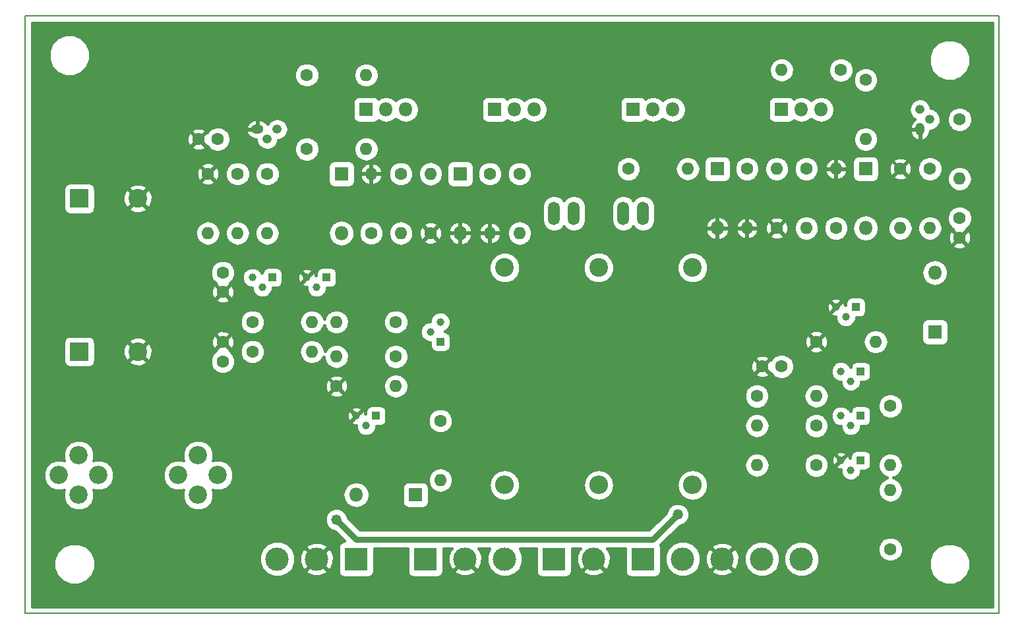
<source format=gbr>
G04 #@! TF.FileFunction,Copper,L1,Top,Signal*
%FSLAX46Y46*%
G04 Gerber Fmt 4.6, Leading zero omitted, Abs format (unit mm)*
G04 Created by KiCad (PCBNEW 4.0.7-e2-6376~61~ubuntu18.04.1) date Tue Dec  4 15:55:48 2018*
%MOMM*%
%LPD*%
G01*
G04 APERTURE LIST*
%ADD10C,0.100000*%
%ADD11C,0.150000*%
%ADD12R,3.000000X3.000000*%
%ADD13C,3.000000*%
%ADD14R,1.800000X1.800000*%
%ADD15O,1.800000X1.800000*%
%ADD16C,1.000000*%
%ADD17R,1.000000X1.000000*%
%ADD18R,2.400000X2.400000*%
%ADD19C,2.400000*%
%ADD20C,1.600000*%
%ADD21C,2.350000*%
%ADD22O,1.510000X3.010000*%
%ADD23O,1.200000X1.600000*%
%ADD24O,1.200000X1.200000*%
%ADD25O,1.600000X1.200000*%
%ADD26O,1.600000X1.600000*%
%ADD27O,2.400000X2.400000*%
%ADD28C,1.320800*%
%ADD29C,0.762000*%
%ADD30C,0.406400*%
G04 APERTURE END LIST*
D10*
D11*
X94615000Y-134620000D02*
X94615000Y-57785000D01*
X219710000Y-134620000D02*
X94615000Y-134620000D01*
X219710000Y-57785000D02*
X219710000Y-134620000D01*
X94615000Y-57785000D02*
X219710000Y-57785000D01*
D12*
X137160000Y-127635000D03*
D13*
X132080000Y-127635000D03*
X127000000Y-127635000D03*
D14*
X172720000Y-69850000D03*
D15*
X175260000Y-69850000D03*
X177800000Y-69850000D03*
D16*
X125095000Y-92710000D03*
X123825000Y-91440000D03*
D17*
X126365000Y-91440000D03*
D18*
X101600000Y-81280000D03*
D19*
X109100000Y-81280000D03*
D18*
X101600000Y-100965000D03*
D19*
X109100000Y-100965000D03*
D20*
X191770000Y-102870000D03*
X189270000Y-102870000D03*
X120015000Y-90805000D03*
X120015000Y-93305000D03*
X120015000Y-102235000D03*
X120015000Y-99735000D03*
X214630000Y-83820000D03*
X214630000Y-86320000D03*
X119380000Y-73660000D03*
X116880000Y-73660000D03*
D14*
X202565000Y-77470000D03*
D15*
X202565000Y-85090000D03*
D14*
X135255000Y-78105000D03*
D15*
X135255000Y-85725000D03*
D14*
X211455000Y-98425000D03*
D15*
X211455000Y-90805000D03*
D14*
X144780000Y-119380000D03*
D15*
X137160000Y-119380000D03*
D21*
X104060000Y-116840000D03*
X98980000Y-116840000D03*
X114300000Y-116840000D03*
X119380000Y-116840000D03*
X101520000Y-119380000D03*
X101520000Y-114300000D03*
X116840000Y-119380000D03*
X116840000Y-114300000D03*
D22*
X171450000Y-83185000D03*
X173990000Y-83185000D03*
X162560000Y-83185000D03*
X165100000Y-83185000D03*
D16*
X200660000Y-116205000D03*
X199390000Y-114935000D03*
D17*
X201930000Y-114935000D03*
D16*
X138430000Y-110490000D03*
X137160000Y-109220000D03*
D17*
X139700000Y-109220000D03*
D16*
X200660000Y-110490000D03*
X199390000Y-109220000D03*
D17*
X201930000Y-109220000D03*
D16*
X146685000Y-98425000D03*
X147955000Y-97155000D03*
D17*
X147955000Y-99695000D03*
D16*
X200660000Y-104775000D03*
X199390000Y-103505000D03*
D17*
X201930000Y-103505000D03*
D16*
X200025000Y-96520000D03*
X198755000Y-95250000D03*
D17*
X201295000Y-95250000D03*
D16*
X132080000Y-92710000D03*
X130810000Y-91440000D03*
D17*
X133350000Y-91440000D03*
D23*
X209550000Y-72390000D03*
D24*
X210820000Y-71120000D03*
X209550000Y-69850000D03*
D14*
X191770000Y-69850000D03*
D15*
X194310000Y-69850000D03*
X196850000Y-69850000D03*
D14*
X138430000Y-69850000D03*
D15*
X140970000Y-69850000D03*
X143510000Y-69850000D03*
D14*
X154940000Y-69850000D03*
D15*
X157480000Y-69850000D03*
X160020000Y-69850000D03*
D25*
X124460000Y-72390000D03*
D24*
X125730000Y-73660000D03*
X127000000Y-72390000D03*
D20*
X196215000Y-115570000D03*
D26*
X188595000Y-115570000D03*
D20*
X147955000Y-109855000D03*
D26*
X147955000Y-117475000D03*
D20*
X205740000Y-126365000D03*
D26*
X205740000Y-118745000D03*
D20*
X123825000Y-100965000D03*
D26*
X131445000Y-100965000D03*
D20*
X205740000Y-107950000D03*
D26*
X205740000Y-115570000D03*
D20*
X142240000Y-101600000D03*
D26*
X134620000Y-101600000D03*
D20*
X188595000Y-106680000D03*
D26*
X196215000Y-106680000D03*
D20*
X196215000Y-110490000D03*
D26*
X188595000Y-110490000D03*
D20*
X196215000Y-99695000D03*
D26*
X203835000Y-99695000D03*
D20*
X123825000Y-97155000D03*
D26*
X131445000Y-97155000D03*
D20*
X142240000Y-97155000D03*
D26*
X134620000Y-97155000D03*
D20*
X134620000Y-105410000D03*
D26*
X142240000Y-105410000D03*
D20*
X198755000Y-85090000D03*
D26*
X198755000Y-77470000D03*
D20*
X139065000Y-85725000D03*
D26*
X139065000Y-78105000D03*
D20*
X194945000Y-77470000D03*
D26*
X194945000Y-85090000D03*
D20*
X142875000Y-78105000D03*
D26*
X142875000Y-85725000D03*
D20*
X191135000Y-85090000D03*
D26*
X191135000Y-77470000D03*
D20*
X146685000Y-85725000D03*
D26*
X146685000Y-78105000D03*
D20*
X207010000Y-77470000D03*
D26*
X207010000Y-85090000D03*
D20*
X210820000Y-77470000D03*
D26*
X210820000Y-85090000D03*
D20*
X214630000Y-71120000D03*
D26*
X214630000Y-78740000D03*
D20*
X187325000Y-77470000D03*
D26*
X187325000Y-85090000D03*
D20*
X202565000Y-66040000D03*
D26*
X202565000Y-73660000D03*
D20*
X172085000Y-77470000D03*
D26*
X179705000Y-77470000D03*
D20*
X199390000Y-64770000D03*
D26*
X191770000Y-64770000D03*
D19*
X156210000Y-90170000D03*
D27*
X156210000Y-118110000D03*
D19*
X168275000Y-90170000D03*
D27*
X168275000Y-118110000D03*
D19*
X180340000Y-90170000D03*
D27*
X180340000Y-118110000D03*
D20*
X130810000Y-65405000D03*
D26*
X138430000Y-65405000D03*
D20*
X158115000Y-78105000D03*
D26*
X158115000Y-85725000D03*
D20*
X130810000Y-74930000D03*
D26*
X138430000Y-74930000D03*
D20*
X154305000Y-78105000D03*
D26*
X154305000Y-85725000D03*
D20*
X125730000Y-78105000D03*
D26*
X125730000Y-85725000D03*
D20*
X121920000Y-78105000D03*
D26*
X121920000Y-85725000D03*
D20*
X118110000Y-78105000D03*
D26*
X118110000Y-85725000D03*
D14*
X150495000Y-78105000D03*
D15*
X150495000Y-85725000D03*
D14*
X183515000Y-77470000D03*
D15*
X183515000Y-85090000D03*
D13*
X179070000Y-127635000D03*
X184150000Y-127635000D03*
D12*
X173990000Y-127635000D03*
D13*
X189230000Y-127635000D03*
X194310000Y-127635000D03*
D12*
X146050000Y-127635000D03*
D13*
X151130000Y-127635000D03*
X156210000Y-127635000D03*
D12*
X162560000Y-127635000D03*
D13*
X167640000Y-127635000D03*
D28*
X127635000Y-118745000D03*
X127635000Y-121285000D03*
X127635000Y-116205000D03*
X185420000Y-119380000D03*
X185420000Y-121920000D03*
X173355000Y-121285000D03*
X170815000Y-121285000D03*
X175895000Y-121285000D03*
X189230000Y-97790000D03*
X149225000Y-88900000D03*
X132080000Y-86360000D03*
X120015000Y-96520000D03*
X132080000Y-104775000D03*
X205105000Y-75565000D03*
X195580000Y-92710000D03*
X187325000Y-88265000D03*
X148590000Y-121285000D03*
X178435000Y-121920000D03*
X134620000Y-122555000D03*
D29*
X175260000Y-125095000D02*
X172085000Y-125095000D01*
X178435000Y-121920000D02*
X175260000Y-125095000D01*
X137160000Y-125095000D02*
X134620000Y-122555000D01*
X172085000Y-125095000D02*
X137160000Y-125095000D01*
D30*
G36*
X218796800Y-133706800D02*
X95528200Y-133706800D01*
X95528200Y-128802370D01*
X98276334Y-128802370D01*
X98684726Y-129790754D01*
X99440269Y-130547616D01*
X100427938Y-130957732D01*
X101497370Y-130958666D01*
X102485754Y-130550274D01*
X103242616Y-129794731D01*
X103652732Y-128807062D01*
X103653351Y-128098056D01*
X124661395Y-128098056D01*
X125016615Y-128957754D01*
X125673787Y-129616074D01*
X126532863Y-129972793D01*
X127463056Y-129973605D01*
X128322754Y-129618385D01*
X128803031Y-129138945D01*
X130647897Y-129138945D01*
X130796261Y-129488342D01*
X131603223Y-129838530D01*
X132482770Y-129853251D01*
X133300999Y-129530263D01*
X133363739Y-129488342D01*
X133512103Y-129138945D01*
X132080000Y-127706842D01*
X130647897Y-129138945D01*
X128803031Y-129138945D01*
X128981074Y-128961213D01*
X129337793Y-128102137D01*
X129337849Y-128037770D01*
X129861749Y-128037770D01*
X130184737Y-128855999D01*
X130226658Y-128918739D01*
X130576055Y-129067103D01*
X132008158Y-127635000D01*
X132151842Y-127635000D01*
X133583945Y-129067103D01*
X133933342Y-128918739D01*
X134283530Y-128111777D01*
X134298251Y-127232230D01*
X133975263Y-126414001D01*
X133933342Y-126351261D01*
X133583945Y-126202897D01*
X132151842Y-127635000D01*
X132008158Y-127635000D01*
X130576055Y-126202897D01*
X130226658Y-126351261D01*
X129876470Y-127158223D01*
X129861749Y-128037770D01*
X129337849Y-128037770D01*
X129338605Y-127171944D01*
X128983385Y-126312246D01*
X128802510Y-126131055D01*
X130647897Y-126131055D01*
X132080000Y-127563158D01*
X133512103Y-126131055D01*
X133363739Y-125781658D01*
X132556777Y-125431470D01*
X131677230Y-125416749D01*
X130859001Y-125739737D01*
X130796261Y-125781658D01*
X130647897Y-126131055D01*
X128802510Y-126131055D01*
X128326213Y-125653926D01*
X127467137Y-125297207D01*
X126536944Y-125296395D01*
X125677246Y-125651615D01*
X125018926Y-126308787D01*
X124662207Y-127167863D01*
X124661395Y-128098056D01*
X103653351Y-128098056D01*
X103653666Y-127737630D01*
X103245274Y-126749246D01*
X102489731Y-125992384D01*
X101502062Y-125582268D01*
X100432630Y-125581334D01*
X99444246Y-125989726D01*
X98687384Y-126745269D01*
X98277268Y-127732938D01*
X98276334Y-128802370D01*
X95528200Y-128802370D01*
X95528200Y-122851782D01*
X133121141Y-122851782D01*
X133348808Y-123402780D01*
X133770003Y-123824710D01*
X134320602Y-124053339D01*
X134394193Y-124053403D01*
X135627319Y-125286528D01*
X135349382Y-125338826D01*
X135064098Y-125522401D01*
X134872711Y-125802505D01*
X134805379Y-126135000D01*
X134805379Y-129135000D01*
X134863826Y-129445618D01*
X135047401Y-129730902D01*
X135327505Y-129922289D01*
X135660000Y-129989621D01*
X138660000Y-129989621D01*
X138970618Y-129931174D01*
X139255902Y-129747599D01*
X139447289Y-129467495D01*
X139514621Y-129135000D01*
X139514621Y-126314200D01*
X143695379Y-126314200D01*
X143695379Y-129135000D01*
X143753826Y-129445618D01*
X143937401Y-129730902D01*
X144217505Y-129922289D01*
X144550000Y-129989621D01*
X147550000Y-129989621D01*
X147860618Y-129931174D01*
X148145902Y-129747599D01*
X148337289Y-129467495D01*
X148403822Y-129138945D01*
X149697897Y-129138945D01*
X149846261Y-129488342D01*
X150653223Y-129838530D01*
X151532770Y-129853251D01*
X152350999Y-129530263D01*
X152413739Y-129488342D01*
X152562103Y-129138945D01*
X151130000Y-127706842D01*
X149697897Y-129138945D01*
X148403822Y-129138945D01*
X148404621Y-129135000D01*
X148404621Y-126314200D01*
X149363937Y-126314200D01*
X149276658Y-126351261D01*
X148926470Y-127158223D01*
X148911749Y-128037770D01*
X149234737Y-128855999D01*
X149276658Y-128918739D01*
X149626055Y-129067103D01*
X151058158Y-127635000D01*
X151044016Y-127620858D01*
X151115858Y-127549016D01*
X151130000Y-127563158D01*
X151144143Y-127549016D01*
X151215985Y-127620858D01*
X151201842Y-127635000D01*
X152633945Y-129067103D01*
X152983342Y-128918739D01*
X153333530Y-128111777D01*
X153348251Y-127232230D01*
X153025263Y-126414001D01*
X152983342Y-126351261D01*
X152896063Y-126314200D01*
X154226678Y-126314200D01*
X153872207Y-127167863D01*
X153871395Y-128098056D01*
X154226615Y-128957754D01*
X154883787Y-129616074D01*
X155742863Y-129972793D01*
X156673056Y-129973605D01*
X157532754Y-129618385D01*
X158191074Y-128961213D01*
X158547793Y-128102137D01*
X158548605Y-127171944D01*
X158194192Y-126314200D01*
X160205379Y-126314200D01*
X160205379Y-129135000D01*
X160263826Y-129445618D01*
X160447401Y-129730902D01*
X160727505Y-129922289D01*
X161060000Y-129989621D01*
X164060000Y-129989621D01*
X164370618Y-129931174D01*
X164655902Y-129747599D01*
X164847289Y-129467495D01*
X164913822Y-129138945D01*
X166207897Y-129138945D01*
X166356261Y-129488342D01*
X167163223Y-129838530D01*
X168042770Y-129853251D01*
X168860999Y-129530263D01*
X168923739Y-129488342D01*
X169072103Y-129138945D01*
X167640000Y-127706842D01*
X166207897Y-129138945D01*
X164913822Y-129138945D01*
X164914621Y-129135000D01*
X164914621Y-126314200D01*
X165873937Y-126314200D01*
X165786658Y-126351261D01*
X165436470Y-127158223D01*
X165421749Y-128037770D01*
X165744737Y-128855999D01*
X165786658Y-128918739D01*
X166136055Y-129067103D01*
X167568158Y-127635000D01*
X167554016Y-127620858D01*
X167625858Y-127549016D01*
X167640000Y-127563158D01*
X167654143Y-127549016D01*
X167725985Y-127620858D01*
X167711842Y-127635000D01*
X169143945Y-129067103D01*
X169493342Y-128918739D01*
X169843530Y-128111777D01*
X169858251Y-127232230D01*
X169535263Y-126414001D01*
X169493342Y-126351261D01*
X169406063Y-126314200D01*
X171635379Y-126314200D01*
X171635379Y-129135000D01*
X171693826Y-129445618D01*
X171877401Y-129730902D01*
X172157505Y-129922289D01*
X172490000Y-129989621D01*
X175490000Y-129989621D01*
X175800618Y-129931174D01*
X176085902Y-129747599D01*
X176277289Y-129467495D01*
X176344621Y-129135000D01*
X176344621Y-128098056D01*
X176731395Y-128098056D01*
X177086615Y-128957754D01*
X177743787Y-129616074D01*
X178602863Y-129972793D01*
X179533056Y-129973605D01*
X180392754Y-129618385D01*
X180873031Y-129138945D01*
X182717897Y-129138945D01*
X182866261Y-129488342D01*
X183673223Y-129838530D01*
X184552770Y-129853251D01*
X185370999Y-129530263D01*
X185433739Y-129488342D01*
X185582103Y-129138945D01*
X184150000Y-127706842D01*
X182717897Y-129138945D01*
X180873031Y-129138945D01*
X181051074Y-128961213D01*
X181407793Y-128102137D01*
X181407849Y-128037770D01*
X181931749Y-128037770D01*
X182254737Y-128855999D01*
X182296658Y-128918739D01*
X182646055Y-129067103D01*
X184078158Y-127635000D01*
X184221842Y-127635000D01*
X185653945Y-129067103D01*
X186003342Y-128918739D01*
X186353530Y-128111777D01*
X186353759Y-128098056D01*
X186891395Y-128098056D01*
X187246615Y-128957754D01*
X187903787Y-129616074D01*
X188762863Y-129972793D01*
X189693056Y-129973605D01*
X190552754Y-129618385D01*
X191211074Y-128961213D01*
X191567793Y-128102137D01*
X191567796Y-128098056D01*
X191971395Y-128098056D01*
X192326615Y-128957754D01*
X192983787Y-129616074D01*
X193842863Y-129972793D01*
X194773056Y-129973605D01*
X195632754Y-129618385D01*
X196291074Y-128961213D01*
X196357031Y-128802370D01*
X210671334Y-128802370D01*
X211079726Y-129790754D01*
X211835269Y-130547616D01*
X212822938Y-130957732D01*
X213892370Y-130958666D01*
X214880754Y-130550274D01*
X215637616Y-129794731D01*
X216047732Y-128807062D01*
X216048666Y-127737630D01*
X215640274Y-126749246D01*
X214884731Y-125992384D01*
X213897062Y-125582268D01*
X212827630Y-125581334D01*
X211839246Y-125989726D01*
X211082384Y-126745269D01*
X210672268Y-127732938D01*
X210671334Y-128802370D01*
X196357031Y-128802370D01*
X196647793Y-128102137D01*
X196648605Y-127171944D01*
X196449234Y-126689428D01*
X204101516Y-126689428D01*
X204350392Y-127291753D01*
X204810823Y-127752988D01*
X205412712Y-128002915D01*
X206064428Y-128003484D01*
X206666753Y-127754608D01*
X207127988Y-127294177D01*
X207377915Y-126692288D01*
X207378484Y-126040572D01*
X207129608Y-125438247D01*
X206669177Y-124977012D01*
X206067288Y-124727085D01*
X205415572Y-124726516D01*
X204813247Y-124975392D01*
X204352012Y-125435823D01*
X204102085Y-126037712D01*
X204101516Y-126689428D01*
X196449234Y-126689428D01*
X196293385Y-126312246D01*
X195636213Y-125653926D01*
X194777137Y-125297207D01*
X193846944Y-125296395D01*
X192987246Y-125651615D01*
X192328926Y-126308787D01*
X191972207Y-127167863D01*
X191971395Y-128098056D01*
X191567796Y-128098056D01*
X191568605Y-127171944D01*
X191213385Y-126312246D01*
X190556213Y-125653926D01*
X189697137Y-125297207D01*
X188766944Y-125296395D01*
X187907246Y-125651615D01*
X187248926Y-126308787D01*
X186892207Y-127167863D01*
X186891395Y-128098056D01*
X186353759Y-128098056D01*
X186368251Y-127232230D01*
X186045263Y-126414001D01*
X186003342Y-126351261D01*
X185653945Y-126202897D01*
X184221842Y-127635000D01*
X184078158Y-127635000D01*
X182646055Y-126202897D01*
X182296658Y-126351261D01*
X181946470Y-127158223D01*
X181931749Y-128037770D01*
X181407849Y-128037770D01*
X181408605Y-127171944D01*
X181053385Y-126312246D01*
X180872510Y-126131055D01*
X182717897Y-126131055D01*
X184150000Y-127563158D01*
X185582103Y-126131055D01*
X185433739Y-125781658D01*
X184626777Y-125431470D01*
X183747230Y-125416749D01*
X182929001Y-125739737D01*
X182866261Y-125781658D01*
X182717897Y-126131055D01*
X180872510Y-126131055D01*
X180396213Y-125653926D01*
X179537137Y-125297207D01*
X178606944Y-125296395D01*
X177747246Y-125651615D01*
X177088926Y-126308787D01*
X176732207Y-127167863D01*
X176731395Y-128098056D01*
X176344621Y-128098056D01*
X176344621Y-126135000D01*
X176286174Y-125824382D01*
X176273901Y-125805309D01*
X178660413Y-123418797D01*
X178731782Y-123418859D01*
X179282780Y-123191192D01*
X179704710Y-122769997D01*
X179933339Y-122219398D01*
X179933859Y-121623218D01*
X179706192Y-121072220D01*
X179284997Y-120650290D01*
X178734398Y-120421661D01*
X178138218Y-120421141D01*
X177587220Y-120648808D01*
X177165290Y-121070003D01*
X176936661Y-121620602D01*
X176936597Y-121694193D01*
X174754990Y-123875800D01*
X137665009Y-123875800D01*
X136118797Y-122329587D01*
X136118859Y-122258218D01*
X135891192Y-121707220D01*
X135469997Y-121285290D01*
X134919398Y-121056661D01*
X134323218Y-121056141D01*
X133772220Y-121283808D01*
X133350290Y-121705003D01*
X133121661Y-122255602D01*
X133121141Y-122851782D01*
X95528200Y-122851782D01*
X95528200Y-117238693D01*
X96966451Y-117238693D01*
X97272297Y-117978896D01*
X97838125Y-118545713D01*
X98577793Y-118852850D01*
X99378693Y-118853549D01*
X99596030Y-118763747D01*
X99507150Y-118977793D01*
X99506451Y-119778693D01*
X99812297Y-120518896D01*
X100378125Y-121085713D01*
X101117793Y-121392850D01*
X101918693Y-121393549D01*
X102658896Y-121087703D01*
X103225713Y-120521875D01*
X103532850Y-119782207D01*
X103533549Y-118981307D01*
X103443747Y-118763970D01*
X103657793Y-118852850D01*
X104458693Y-118853549D01*
X105198896Y-118547703D01*
X105765713Y-117981875D01*
X106072850Y-117242207D01*
X106072853Y-117238693D01*
X112286451Y-117238693D01*
X112592297Y-117978896D01*
X113158125Y-118545713D01*
X113897793Y-118852850D01*
X114698693Y-118853549D01*
X114916030Y-118763747D01*
X114827150Y-118977793D01*
X114826451Y-119778693D01*
X115132297Y-120518896D01*
X115698125Y-121085713D01*
X116437793Y-121392850D01*
X117238693Y-121393549D01*
X117978896Y-121087703D01*
X118545713Y-120521875D01*
X118852850Y-119782207D01*
X118853201Y-119380000D01*
X135387747Y-119380000D01*
X135520060Y-120045180D01*
X135896854Y-120609093D01*
X136460767Y-120985887D01*
X137125947Y-121118200D01*
X137194053Y-121118200D01*
X137859233Y-120985887D01*
X138423146Y-120609093D01*
X138799940Y-120045180D01*
X138932253Y-119380000D01*
X138799940Y-118714820D01*
X138643039Y-118480000D01*
X143025379Y-118480000D01*
X143025379Y-120280000D01*
X143083826Y-120590618D01*
X143267401Y-120875902D01*
X143547505Y-121067289D01*
X143880000Y-121134621D01*
X145680000Y-121134621D01*
X145990618Y-121076174D01*
X146275902Y-120892599D01*
X146467289Y-120612495D01*
X146534621Y-120280000D01*
X146534621Y-118480000D01*
X146480500Y-118192372D01*
X146796618Y-118665476D01*
X147328088Y-119020593D01*
X147955000Y-119145294D01*
X148581912Y-119020593D01*
X149113382Y-118665476D01*
X149468499Y-118134006D01*
X149481216Y-118070069D01*
X154171800Y-118070069D01*
X154171800Y-118149931D01*
X154326949Y-118929916D01*
X154768775Y-119591156D01*
X155430015Y-120032982D01*
X156210000Y-120188131D01*
X156989985Y-120032982D01*
X157651225Y-119591156D01*
X158093051Y-118929916D01*
X158248200Y-118149931D01*
X158248200Y-118070069D01*
X166236800Y-118070069D01*
X166236800Y-118149931D01*
X166391949Y-118929916D01*
X166833775Y-119591156D01*
X167495015Y-120032982D01*
X168275000Y-120188131D01*
X169054985Y-120032982D01*
X169716225Y-119591156D01*
X170158051Y-118929916D01*
X170313200Y-118149931D01*
X170313200Y-118070069D01*
X178301800Y-118070069D01*
X178301800Y-118149931D01*
X178456949Y-118929916D01*
X178898775Y-119591156D01*
X179560015Y-120032982D01*
X180340000Y-120188131D01*
X181119985Y-120032982D01*
X181781225Y-119591156D01*
X182223051Y-118929916D01*
X182378200Y-118149931D01*
X182378200Y-118070069D01*
X182223051Y-117290084D01*
X181781225Y-116628844D01*
X181119985Y-116187018D01*
X180340000Y-116031869D01*
X179560015Y-116187018D01*
X178898775Y-116628844D01*
X178456949Y-117290084D01*
X178301800Y-118070069D01*
X170313200Y-118070069D01*
X170158051Y-117290084D01*
X169716225Y-116628844D01*
X169054985Y-116187018D01*
X168275000Y-116031869D01*
X167495015Y-116187018D01*
X166833775Y-116628844D01*
X166391949Y-117290084D01*
X166236800Y-118070069D01*
X158248200Y-118070069D01*
X158093051Y-117290084D01*
X157651225Y-116628844D01*
X156989985Y-116187018D01*
X156210000Y-116031869D01*
X155430015Y-116187018D01*
X154768775Y-116628844D01*
X154326949Y-117290084D01*
X154171800Y-118070069D01*
X149481216Y-118070069D01*
X149593200Y-117507094D01*
X149593200Y-117442906D01*
X149468499Y-116815994D01*
X149113382Y-116284524D01*
X148581912Y-115929407D01*
X147955000Y-115804706D01*
X147328088Y-115929407D01*
X146796618Y-116284524D01*
X146441501Y-116815994D01*
X146316800Y-117442906D01*
X146316800Y-117507094D01*
X146436172Y-118107218D01*
X146292599Y-117884098D01*
X146012495Y-117692711D01*
X145680000Y-117625379D01*
X143880000Y-117625379D01*
X143569382Y-117683826D01*
X143284098Y-117867401D01*
X143092711Y-118147505D01*
X143025379Y-118480000D01*
X138643039Y-118480000D01*
X138423146Y-118150907D01*
X137859233Y-117774113D01*
X137194053Y-117641800D01*
X137125947Y-117641800D01*
X136460767Y-117774113D01*
X135896854Y-118150907D01*
X135520060Y-118714820D01*
X135387747Y-119380000D01*
X118853201Y-119380000D01*
X118853549Y-118981307D01*
X118763747Y-118763970D01*
X118977793Y-118852850D01*
X119778693Y-118853549D01*
X120518896Y-118547703D01*
X121085713Y-117981875D01*
X121392850Y-117242207D01*
X121393549Y-116441307D01*
X121087703Y-115701104D01*
X120956828Y-115570000D01*
X186924706Y-115570000D01*
X187049407Y-116196912D01*
X187404524Y-116728382D01*
X187935994Y-117083499D01*
X188562906Y-117208200D01*
X188627094Y-117208200D01*
X189254006Y-117083499D01*
X189785476Y-116728382D01*
X190140593Y-116196912D01*
X190200761Y-115894428D01*
X194576516Y-115894428D01*
X194825392Y-116496753D01*
X195285823Y-116957988D01*
X195887712Y-117207915D01*
X196539428Y-117208484D01*
X197141753Y-116959608D01*
X197602988Y-116499177D01*
X197852915Y-115897288D01*
X197853071Y-115717561D01*
X198679281Y-115717561D01*
X198705840Y-115963093D01*
X199151352Y-116146651D01*
X199321851Y-116146331D01*
X199321568Y-116470017D01*
X199524868Y-116962039D01*
X199900981Y-117338809D01*
X200392648Y-117542967D01*
X200925017Y-117543432D01*
X201417039Y-117340132D01*
X201793809Y-116964019D01*
X201997967Y-116472352D01*
X201998127Y-116289621D01*
X202430000Y-116289621D01*
X202740618Y-116231174D01*
X203025902Y-116047599D01*
X203217289Y-115767495D01*
X203263781Y-115537906D01*
X204101800Y-115537906D01*
X204101800Y-115602094D01*
X204226501Y-116229006D01*
X204581618Y-116760476D01*
X205113088Y-117115593D01*
X205323768Y-117157500D01*
X205113088Y-117199407D01*
X204581618Y-117554524D01*
X204226501Y-118085994D01*
X204101800Y-118712906D01*
X204101800Y-118777094D01*
X204226501Y-119404006D01*
X204581618Y-119935476D01*
X205113088Y-120290593D01*
X205740000Y-120415294D01*
X206366912Y-120290593D01*
X206898382Y-119935476D01*
X207253499Y-119404006D01*
X207378200Y-118777094D01*
X207378200Y-118712906D01*
X207253499Y-118085994D01*
X206898382Y-117554524D01*
X206366912Y-117199407D01*
X206156232Y-117157500D01*
X206366912Y-117115593D01*
X206898382Y-116760476D01*
X207253499Y-116229006D01*
X207378200Y-115602094D01*
X207378200Y-115537906D01*
X207253499Y-114910994D01*
X206898382Y-114379524D01*
X206366912Y-114024407D01*
X205740000Y-113899706D01*
X205113088Y-114024407D01*
X204581618Y-114379524D01*
X204226501Y-114910994D01*
X204101800Y-115537906D01*
X203263781Y-115537906D01*
X203284621Y-115435000D01*
X203284621Y-114435000D01*
X203226174Y-114124382D01*
X203042599Y-113839098D01*
X202762495Y-113647711D01*
X202430000Y-113580379D01*
X201430000Y-113580379D01*
X201119382Y-113638826D01*
X200834098Y-113822401D01*
X200642711Y-114102505D01*
X200575379Y-114435000D01*
X200575379Y-114630562D01*
X200418093Y-114250840D01*
X200172561Y-114224281D01*
X199461842Y-114935000D01*
X199475985Y-114949143D01*
X199404143Y-115020985D01*
X199390000Y-115006842D01*
X198679281Y-115717561D01*
X197853071Y-115717561D01*
X197853484Y-115245572D01*
X197626551Y-114696352D01*
X198178349Y-114696352D01*
X198179254Y-115178197D01*
X198361907Y-115619160D01*
X198607439Y-115645719D01*
X199318158Y-114935000D01*
X198607439Y-114224281D01*
X198361907Y-114250840D01*
X198178349Y-114696352D01*
X197626551Y-114696352D01*
X197604608Y-114643247D01*
X197144177Y-114182012D01*
X197072958Y-114152439D01*
X198679281Y-114152439D01*
X199390000Y-114863158D01*
X200100719Y-114152439D01*
X200074160Y-113906907D01*
X199628648Y-113723349D01*
X199146803Y-113724254D01*
X198705840Y-113906907D01*
X198679281Y-114152439D01*
X197072958Y-114152439D01*
X196542288Y-113932085D01*
X195890572Y-113931516D01*
X195288247Y-114180392D01*
X194827012Y-114640823D01*
X194577085Y-115242712D01*
X194576516Y-115894428D01*
X190200761Y-115894428D01*
X190265294Y-115570000D01*
X190140593Y-114943088D01*
X189785476Y-114411618D01*
X189254006Y-114056501D01*
X188627094Y-113931800D01*
X188562906Y-113931800D01*
X187935994Y-114056501D01*
X187404524Y-114411618D01*
X187049407Y-114943088D01*
X186924706Y-115570000D01*
X120956828Y-115570000D01*
X120521875Y-115134287D01*
X119782207Y-114827150D01*
X118981307Y-114826451D01*
X118763970Y-114916253D01*
X118852850Y-114702207D01*
X118853549Y-113901307D01*
X118547703Y-113161104D01*
X117981875Y-112594287D01*
X117242207Y-112287150D01*
X116441307Y-112286451D01*
X115701104Y-112592297D01*
X115134287Y-113158125D01*
X114827150Y-113897793D01*
X114826451Y-114698693D01*
X114916253Y-114916030D01*
X114702207Y-114827150D01*
X113901307Y-114826451D01*
X113161104Y-115132297D01*
X112594287Y-115698125D01*
X112287150Y-116437793D01*
X112286451Y-117238693D01*
X106072853Y-117238693D01*
X106073549Y-116441307D01*
X105767703Y-115701104D01*
X105201875Y-115134287D01*
X104462207Y-114827150D01*
X103661307Y-114826451D01*
X103443970Y-114916253D01*
X103532850Y-114702207D01*
X103533549Y-113901307D01*
X103227703Y-113161104D01*
X102661875Y-112594287D01*
X101922207Y-112287150D01*
X101121307Y-112286451D01*
X100381104Y-112592297D01*
X99814287Y-113158125D01*
X99507150Y-113897793D01*
X99506451Y-114698693D01*
X99596253Y-114916030D01*
X99382207Y-114827150D01*
X98581307Y-114826451D01*
X97841104Y-115132297D01*
X97274287Y-115698125D01*
X96967150Y-116437793D01*
X96966451Y-117238693D01*
X95528200Y-117238693D01*
X95528200Y-110002561D01*
X136449281Y-110002561D01*
X136475840Y-110248093D01*
X136921352Y-110431651D01*
X137091851Y-110431331D01*
X137091568Y-110755017D01*
X137294868Y-111247039D01*
X137670981Y-111623809D01*
X138162648Y-111827967D01*
X138695017Y-111828432D01*
X139187039Y-111625132D01*
X139563809Y-111249019D01*
X139767967Y-110757352D01*
X139768127Y-110574621D01*
X140200000Y-110574621D01*
X140510618Y-110516174D01*
X140795902Y-110332599D01*
X140900559Y-110179428D01*
X146316516Y-110179428D01*
X146565392Y-110781753D01*
X147025823Y-111242988D01*
X147627712Y-111492915D01*
X148279428Y-111493484D01*
X148881753Y-111244608D01*
X149342988Y-110784177D01*
X149465141Y-110490000D01*
X186924706Y-110490000D01*
X187049407Y-111116912D01*
X187404524Y-111648382D01*
X187935994Y-112003499D01*
X188562906Y-112128200D01*
X188627094Y-112128200D01*
X189254006Y-112003499D01*
X189785476Y-111648382D01*
X190140593Y-111116912D01*
X190200761Y-110814428D01*
X194576516Y-110814428D01*
X194825392Y-111416753D01*
X195285823Y-111877988D01*
X195887712Y-112127915D01*
X196539428Y-112128484D01*
X197141753Y-111879608D01*
X197602988Y-111419177D01*
X197852915Y-110817288D01*
X197853484Y-110165572D01*
X197604608Y-109563247D01*
X197526515Y-109485017D01*
X198051568Y-109485017D01*
X198254868Y-109977039D01*
X198630981Y-110353809D01*
X199122648Y-110557967D01*
X199321740Y-110558141D01*
X199321568Y-110755017D01*
X199524868Y-111247039D01*
X199900981Y-111623809D01*
X200392648Y-111827967D01*
X200925017Y-111828432D01*
X201417039Y-111625132D01*
X201793809Y-111249019D01*
X201997967Y-110757352D01*
X201998127Y-110574621D01*
X202430000Y-110574621D01*
X202740618Y-110516174D01*
X203025902Y-110332599D01*
X203217289Y-110052495D01*
X203284621Y-109720000D01*
X203284621Y-108720000D01*
X203226174Y-108409382D01*
X203139334Y-108274428D01*
X204101516Y-108274428D01*
X204350392Y-108876753D01*
X204810823Y-109337988D01*
X205412712Y-109587915D01*
X206064428Y-109588484D01*
X206666753Y-109339608D01*
X207127988Y-108879177D01*
X207377915Y-108277288D01*
X207378484Y-107625572D01*
X207129608Y-107023247D01*
X206669177Y-106562012D01*
X206067288Y-106312085D01*
X205415572Y-106311516D01*
X204813247Y-106560392D01*
X204352012Y-107020823D01*
X204102085Y-107622712D01*
X204101516Y-108274428D01*
X203139334Y-108274428D01*
X203042599Y-108124098D01*
X202762495Y-107932711D01*
X202430000Y-107865379D01*
X201430000Y-107865379D01*
X201119382Y-107923826D01*
X200834098Y-108107401D01*
X200642711Y-108387505D01*
X200593784Y-108629112D01*
X200525132Y-108462961D01*
X200149019Y-108086191D01*
X199657352Y-107882033D01*
X199124983Y-107881568D01*
X198632961Y-108084868D01*
X198256191Y-108460981D01*
X198052033Y-108952648D01*
X198051568Y-109485017D01*
X197526515Y-109485017D01*
X197144177Y-109102012D01*
X196542288Y-108852085D01*
X195890572Y-108851516D01*
X195288247Y-109100392D01*
X194827012Y-109560823D01*
X194577085Y-110162712D01*
X194576516Y-110814428D01*
X190200761Y-110814428D01*
X190265294Y-110490000D01*
X190140593Y-109863088D01*
X189785476Y-109331618D01*
X189254006Y-108976501D01*
X188627094Y-108851800D01*
X188562906Y-108851800D01*
X187935994Y-108976501D01*
X187404524Y-109331618D01*
X187049407Y-109863088D01*
X186924706Y-110490000D01*
X149465141Y-110490000D01*
X149592915Y-110182288D01*
X149593484Y-109530572D01*
X149344608Y-108928247D01*
X148884177Y-108467012D01*
X148282288Y-108217085D01*
X147630572Y-108216516D01*
X147028247Y-108465392D01*
X146567012Y-108925823D01*
X146317085Y-109527712D01*
X146316516Y-110179428D01*
X140900559Y-110179428D01*
X140987289Y-110052495D01*
X141054621Y-109720000D01*
X141054621Y-108720000D01*
X140996174Y-108409382D01*
X140812599Y-108124098D01*
X140532495Y-107932711D01*
X140200000Y-107865379D01*
X139200000Y-107865379D01*
X138889382Y-107923826D01*
X138604098Y-108107401D01*
X138412711Y-108387505D01*
X138345379Y-108720000D01*
X138345379Y-108915562D01*
X138188093Y-108535840D01*
X137942561Y-108509281D01*
X137231842Y-109220000D01*
X137245985Y-109234143D01*
X137174143Y-109305985D01*
X137160000Y-109291842D01*
X136449281Y-110002561D01*
X95528200Y-110002561D01*
X95528200Y-108981352D01*
X135948349Y-108981352D01*
X135949254Y-109463197D01*
X136131907Y-109904160D01*
X136377439Y-109930719D01*
X137088158Y-109220000D01*
X136377439Y-108509281D01*
X136131907Y-108535840D01*
X135948349Y-108981352D01*
X95528200Y-108981352D01*
X95528200Y-108437439D01*
X136449281Y-108437439D01*
X137160000Y-109148158D01*
X137870719Y-108437439D01*
X137844160Y-108191907D01*
X137398648Y-108008349D01*
X136916803Y-108009254D01*
X136475840Y-108191907D01*
X136449281Y-108437439D01*
X95528200Y-108437439D01*
X95528200Y-106409042D01*
X133692800Y-106409042D01*
X133755928Y-106685720D01*
X134309898Y-106919278D01*
X134911080Y-106923062D01*
X135467947Y-106696496D01*
X135484072Y-106685720D01*
X135547200Y-106409042D01*
X134620000Y-105481842D01*
X133692800Y-106409042D01*
X95528200Y-106409042D01*
X95528200Y-105701080D01*
X133106938Y-105701080D01*
X133333504Y-106257947D01*
X133344280Y-106274072D01*
X133620958Y-106337200D01*
X134548158Y-105410000D01*
X134691842Y-105410000D01*
X135619042Y-106337200D01*
X135895720Y-106274072D01*
X136129278Y-105720102D01*
X136131229Y-105410000D01*
X140569706Y-105410000D01*
X140694407Y-106036912D01*
X141049524Y-106568382D01*
X141580994Y-106923499D01*
X142207906Y-107048200D01*
X142272094Y-107048200D01*
X142492149Y-107004428D01*
X186956516Y-107004428D01*
X187205392Y-107606753D01*
X187665823Y-108067988D01*
X188267712Y-108317915D01*
X188919428Y-108318484D01*
X189521753Y-108069608D01*
X189982988Y-107609177D01*
X190232915Y-107007288D01*
X190233200Y-106680000D01*
X194544706Y-106680000D01*
X194669407Y-107306912D01*
X195024524Y-107838382D01*
X195555994Y-108193499D01*
X196182906Y-108318200D01*
X196247094Y-108318200D01*
X196874006Y-108193499D01*
X197405476Y-107838382D01*
X197760593Y-107306912D01*
X197885294Y-106680000D01*
X197760593Y-106053088D01*
X197405476Y-105521618D01*
X196874006Y-105166501D01*
X196247094Y-105041800D01*
X196182906Y-105041800D01*
X195555994Y-105166501D01*
X195024524Y-105521618D01*
X194669407Y-106053088D01*
X194544706Y-106680000D01*
X190233200Y-106680000D01*
X190233484Y-106355572D01*
X189984608Y-105753247D01*
X189524177Y-105292012D01*
X188922288Y-105042085D01*
X188270572Y-105041516D01*
X187668247Y-105290392D01*
X187207012Y-105750823D01*
X186957085Y-106352712D01*
X186956516Y-107004428D01*
X142492149Y-107004428D01*
X142899006Y-106923499D01*
X143430476Y-106568382D01*
X143785593Y-106036912D01*
X143910294Y-105410000D01*
X143785593Y-104783088D01*
X143430476Y-104251618D01*
X142899006Y-103896501D01*
X142760961Y-103869042D01*
X188342800Y-103869042D01*
X188405928Y-104145720D01*
X188959898Y-104379278D01*
X189561080Y-104383062D01*
X190117947Y-104156496D01*
X190134072Y-104145720D01*
X190197200Y-103869042D01*
X189270000Y-102941842D01*
X188342800Y-103869042D01*
X142760961Y-103869042D01*
X142272094Y-103771800D01*
X142207906Y-103771800D01*
X141580994Y-103896501D01*
X141049524Y-104251618D01*
X140694407Y-104783088D01*
X140569706Y-105410000D01*
X136131229Y-105410000D01*
X136133062Y-105118920D01*
X135906496Y-104562053D01*
X135895720Y-104545928D01*
X135619042Y-104482800D01*
X134691842Y-105410000D01*
X134548158Y-105410000D01*
X133620958Y-104482800D01*
X133344280Y-104545928D01*
X133110722Y-105099898D01*
X133106938Y-105701080D01*
X95528200Y-105701080D01*
X95528200Y-104410958D01*
X133692800Y-104410958D01*
X134620000Y-105338158D01*
X135547200Y-104410958D01*
X135484072Y-104134280D01*
X134930102Y-103900722D01*
X134328920Y-103896938D01*
X133772053Y-104123504D01*
X133755928Y-104134280D01*
X133692800Y-104410958D01*
X95528200Y-104410958D01*
X95528200Y-99765000D01*
X99545379Y-99765000D01*
X99545379Y-102165000D01*
X99603826Y-102475618D01*
X99787401Y-102760902D01*
X100067505Y-102952289D01*
X100400000Y-103019621D01*
X102800000Y-103019621D01*
X103110618Y-102961174D01*
X103395902Y-102777599D01*
X103587289Y-102497495D01*
X103636885Y-102252581D01*
X107884261Y-102252581D01*
X107996104Y-102570809D01*
X108694649Y-102871017D01*
X109454905Y-102881051D01*
X110161131Y-102599384D01*
X110203896Y-102570809D01*
X110207895Y-102559428D01*
X118376516Y-102559428D01*
X118625392Y-103161753D01*
X119085823Y-103622988D01*
X119687712Y-103872915D01*
X120339428Y-103873484D01*
X120941753Y-103624608D01*
X121402988Y-103164177D01*
X121652915Y-102562288D01*
X121653484Y-101910572D01*
X121404608Y-101308247D01*
X121385822Y-101289428D01*
X122186516Y-101289428D01*
X122435392Y-101891753D01*
X122895823Y-102352988D01*
X123497712Y-102602915D01*
X124149428Y-102603484D01*
X124751753Y-102354608D01*
X125212988Y-101894177D01*
X125462915Y-101292288D01*
X125463200Y-100965000D01*
X129774706Y-100965000D01*
X129899407Y-101591912D01*
X130254524Y-102123382D01*
X130785994Y-102478499D01*
X131412906Y-102603200D01*
X131477094Y-102603200D01*
X132104006Y-102478499D01*
X132635476Y-102123382D01*
X132957846Y-101640922D01*
X133074407Y-102226912D01*
X133429524Y-102758382D01*
X133960994Y-103113499D01*
X134587906Y-103238200D01*
X134652094Y-103238200D01*
X135279006Y-103113499D01*
X135810476Y-102758382D01*
X136165593Y-102226912D01*
X136225761Y-101924428D01*
X140601516Y-101924428D01*
X140850392Y-102526753D01*
X141310823Y-102987988D01*
X141912712Y-103237915D01*
X142564428Y-103238484D01*
X142751759Y-103161080D01*
X187756938Y-103161080D01*
X187983504Y-103717947D01*
X187994280Y-103734072D01*
X188270958Y-103797200D01*
X189198158Y-102870000D01*
X189341842Y-102870000D01*
X190269042Y-103797200D01*
X190370968Y-103773944D01*
X190380392Y-103796753D01*
X190840823Y-104257988D01*
X191442712Y-104507915D01*
X192094428Y-104508484D01*
X192696753Y-104259608D01*
X193157988Y-103799177D01*
X193170096Y-103770017D01*
X198051568Y-103770017D01*
X198254868Y-104262039D01*
X198630981Y-104638809D01*
X199122648Y-104842967D01*
X199321740Y-104843141D01*
X199321568Y-105040017D01*
X199524868Y-105532039D01*
X199900981Y-105908809D01*
X200392648Y-106112967D01*
X200925017Y-106113432D01*
X201417039Y-105910132D01*
X201793809Y-105534019D01*
X201997967Y-105042352D01*
X201998127Y-104859621D01*
X202430000Y-104859621D01*
X202740618Y-104801174D01*
X203025902Y-104617599D01*
X203217289Y-104337495D01*
X203284621Y-104005000D01*
X203284621Y-103005000D01*
X203226174Y-102694382D01*
X203042599Y-102409098D01*
X202762495Y-102217711D01*
X202430000Y-102150379D01*
X201430000Y-102150379D01*
X201119382Y-102208826D01*
X200834098Y-102392401D01*
X200642711Y-102672505D01*
X200593784Y-102914112D01*
X200525132Y-102747961D01*
X200149019Y-102371191D01*
X199657352Y-102167033D01*
X199124983Y-102166568D01*
X198632961Y-102369868D01*
X198256191Y-102745981D01*
X198052033Y-103237648D01*
X198051568Y-103770017D01*
X193170096Y-103770017D01*
X193407915Y-103197288D01*
X193408484Y-102545572D01*
X193159608Y-101943247D01*
X192699177Y-101482012D01*
X192097288Y-101232085D01*
X191445572Y-101231516D01*
X190843247Y-101480392D01*
X190382012Y-101940823D01*
X190371485Y-101966174D01*
X190269042Y-101942800D01*
X189341842Y-102870000D01*
X189198158Y-102870000D01*
X188270958Y-101942800D01*
X187994280Y-102005928D01*
X187760722Y-102559898D01*
X187756938Y-103161080D01*
X142751759Y-103161080D01*
X143166753Y-102989608D01*
X143627988Y-102529177D01*
X143877915Y-101927288D01*
X143877964Y-101870958D01*
X188342800Y-101870958D01*
X189270000Y-102798158D01*
X190197200Y-101870958D01*
X190134072Y-101594280D01*
X189580102Y-101360722D01*
X188978920Y-101356938D01*
X188422053Y-101583504D01*
X188405928Y-101594280D01*
X188342800Y-101870958D01*
X143877964Y-101870958D01*
X143878484Y-101275572D01*
X143629608Y-100673247D01*
X143169177Y-100212012D01*
X142567288Y-99962085D01*
X141915572Y-99961516D01*
X141313247Y-100210392D01*
X140852012Y-100670823D01*
X140602085Y-101272712D01*
X140601516Y-101924428D01*
X136225761Y-101924428D01*
X136290294Y-101600000D01*
X136165593Y-100973088D01*
X135810476Y-100441618D01*
X135279006Y-100086501D01*
X134652094Y-99961800D01*
X134587906Y-99961800D01*
X133960994Y-100086501D01*
X133429524Y-100441618D01*
X133107154Y-100924078D01*
X132990593Y-100338088D01*
X132635476Y-99806618D01*
X132104006Y-99451501D01*
X131477094Y-99326800D01*
X131412906Y-99326800D01*
X130785994Y-99451501D01*
X130254524Y-99806618D01*
X129899407Y-100338088D01*
X129774706Y-100965000D01*
X125463200Y-100965000D01*
X125463484Y-100640572D01*
X125214608Y-100038247D01*
X124754177Y-99577012D01*
X124152288Y-99327085D01*
X123500572Y-99326516D01*
X122898247Y-99575392D01*
X122437012Y-100035823D01*
X122187085Y-100637712D01*
X122186516Y-101289428D01*
X121385822Y-101289428D01*
X120944177Y-100847012D01*
X120918826Y-100836485D01*
X120942200Y-100734042D01*
X120015000Y-99806842D01*
X119087800Y-100734042D01*
X119111056Y-100835968D01*
X119088247Y-100845392D01*
X118627012Y-101305823D01*
X118377085Y-101907712D01*
X118376516Y-102559428D01*
X110207895Y-102559428D01*
X110315739Y-102252581D01*
X109100000Y-101036842D01*
X107884261Y-102252581D01*
X103636885Y-102252581D01*
X103654621Y-102165000D01*
X103654621Y-101319905D01*
X107183949Y-101319905D01*
X107465616Y-102026131D01*
X107494191Y-102068896D01*
X107812419Y-102180739D01*
X109028158Y-100965000D01*
X109171842Y-100965000D01*
X110387581Y-102180739D01*
X110705809Y-102068896D01*
X111006017Y-101370351D01*
X111016051Y-100610095D01*
X110783126Y-100026080D01*
X118501938Y-100026080D01*
X118728504Y-100582947D01*
X118739280Y-100599072D01*
X119015958Y-100662200D01*
X119943158Y-99735000D01*
X120086842Y-99735000D01*
X121014042Y-100662200D01*
X121290720Y-100599072D01*
X121524278Y-100045102D01*
X121528062Y-99443920D01*
X121301496Y-98887053D01*
X121290720Y-98870928D01*
X121014042Y-98807800D01*
X120086842Y-99735000D01*
X119943158Y-99735000D01*
X119015958Y-98807800D01*
X118739280Y-98870928D01*
X118505722Y-99424898D01*
X118501938Y-100026080D01*
X110783126Y-100026080D01*
X110734384Y-99903869D01*
X110705809Y-99861104D01*
X110387581Y-99749261D01*
X109171842Y-100965000D01*
X109028158Y-100965000D01*
X107812419Y-99749261D01*
X107494191Y-99861104D01*
X107193983Y-100559649D01*
X107183949Y-101319905D01*
X103654621Y-101319905D01*
X103654621Y-99765000D01*
X103638142Y-99677419D01*
X107884261Y-99677419D01*
X109100000Y-100893158D01*
X110315739Y-99677419D01*
X110203896Y-99359191D01*
X109505351Y-99058983D01*
X108745095Y-99048949D01*
X108038869Y-99330616D01*
X107996104Y-99359191D01*
X107884261Y-99677419D01*
X103638142Y-99677419D01*
X103596174Y-99454382D01*
X103412599Y-99169098D01*
X103132495Y-98977711D01*
X102800000Y-98910379D01*
X100400000Y-98910379D01*
X100089382Y-98968826D01*
X99804098Y-99152401D01*
X99612711Y-99432505D01*
X99545379Y-99765000D01*
X95528200Y-99765000D01*
X95528200Y-98735958D01*
X119087800Y-98735958D01*
X120015000Y-99663158D01*
X120942200Y-98735958D01*
X120879072Y-98459280D01*
X120325102Y-98225722D01*
X119723920Y-98221938D01*
X119167053Y-98448504D01*
X119150928Y-98459280D01*
X119087800Y-98735958D01*
X95528200Y-98735958D01*
X95528200Y-97479428D01*
X122186516Y-97479428D01*
X122435392Y-98081753D01*
X122895823Y-98542988D01*
X123497712Y-98792915D01*
X124149428Y-98793484D01*
X124751753Y-98544608D01*
X125212988Y-98084177D01*
X125462915Y-97482288D01*
X125463200Y-97155000D01*
X129774706Y-97155000D01*
X129899407Y-97781912D01*
X130254524Y-98313382D01*
X130785994Y-98668499D01*
X131412906Y-98793200D01*
X131477094Y-98793200D01*
X132104006Y-98668499D01*
X132635476Y-98313382D01*
X132990593Y-97781912D01*
X133032500Y-97571232D01*
X133074407Y-97781912D01*
X133429524Y-98313382D01*
X133960994Y-98668499D01*
X134587906Y-98793200D01*
X134652094Y-98793200D01*
X135279006Y-98668499D01*
X135810476Y-98313382D01*
X136165593Y-97781912D01*
X136225761Y-97479428D01*
X140601516Y-97479428D01*
X140850392Y-98081753D01*
X141310823Y-98542988D01*
X141912712Y-98792915D01*
X142564428Y-98793484D01*
X142814836Y-98690017D01*
X145346568Y-98690017D01*
X145549868Y-99182039D01*
X145925981Y-99558809D01*
X146417648Y-99762967D01*
X146600379Y-99763127D01*
X146600379Y-100195000D01*
X146658826Y-100505618D01*
X146842401Y-100790902D01*
X147122505Y-100982289D01*
X147455000Y-101049621D01*
X148455000Y-101049621D01*
X148765618Y-100991174D01*
X149050902Y-100807599D01*
X149128492Y-100694042D01*
X195287800Y-100694042D01*
X195350928Y-100970720D01*
X195904898Y-101204278D01*
X196506080Y-101208062D01*
X197062947Y-100981496D01*
X197079072Y-100970720D01*
X197142200Y-100694042D01*
X196215000Y-99766842D01*
X195287800Y-100694042D01*
X149128492Y-100694042D01*
X149242289Y-100527495D01*
X149309621Y-100195000D01*
X149309621Y-99986080D01*
X194701938Y-99986080D01*
X194928504Y-100542947D01*
X194939280Y-100559072D01*
X195215958Y-100622200D01*
X196143158Y-99695000D01*
X196286842Y-99695000D01*
X197214042Y-100622200D01*
X197490720Y-100559072D01*
X197724278Y-100005102D01*
X197726229Y-99695000D01*
X202164706Y-99695000D01*
X202289407Y-100321912D01*
X202644524Y-100853382D01*
X203175994Y-101208499D01*
X203802906Y-101333200D01*
X203867094Y-101333200D01*
X204494006Y-101208499D01*
X205025476Y-100853382D01*
X205380593Y-100321912D01*
X205505294Y-99695000D01*
X205380593Y-99068088D01*
X205025476Y-98536618D01*
X204494006Y-98181501D01*
X203867094Y-98056800D01*
X203802906Y-98056800D01*
X203175994Y-98181501D01*
X202644524Y-98536618D01*
X202289407Y-99068088D01*
X202164706Y-99695000D01*
X197726229Y-99695000D01*
X197728062Y-99403920D01*
X197501496Y-98847053D01*
X197490720Y-98830928D01*
X197214042Y-98767800D01*
X196286842Y-99695000D01*
X196143158Y-99695000D01*
X195215958Y-98767800D01*
X194939280Y-98830928D01*
X194705722Y-99384898D01*
X194701938Y-99986080D01*
X149309621Y-99986080D01*
X149309621Y-99195000D01*
X149251174Y-98884382D01*
X149129927Y-98695958D01*
X195287800Y-98695958D01*
X196215000Y-99623158D01*
X197142200Y-98695958D01*
X197079072Y-98419280D01*
X196525102Y-98185722D01*
X195923920Y-98181938D01*
X195367053Y-98408504D01*
X195350928Y-98419280D01*
X195287800Y-98695958D01*
X149129927Y-98695958D01*
X149067599Y-98599098D01*
X148787495Y-98407711D01*
X148545888Y-98358784D01*
X148712039Y-98290132D01*
X149088809Y-97914019D01*
X149292967Y-97422352D01*
X149293432Y-96889983D01*
X149090132Y-96397961D01*
X148725370Y-96032561D01*
X198044281Y-96032561D01*
X198070840Y-96278093D01*
X198516352Y-96461651D01*
X198686851Y-96461331D01*
X198686568Y-96785017D01*
X198889868Y-97277039D01*
X199265981Y-97653809D01*
X199757648Y-97857967D01*
X200290017Y-97858432D01*
X200782039Y-97655132D01*
X200912398Y-97525000D01*
X209700379Y-97525000D01*
X209700379Y-99325000D01*
X209758826Y-99635618D01*
X209942401Y-99920902D01*
X210222505Y-100112289D01*
X210555000Y-100179621D01*
X212355000Y-100179621D01*
X212665618Y-100121174D01*
X212950902Y-99937599D01*
X213142289Y-99657495D01*
X213209621Y-99325000D01*
X213209621Y-97525000D01*
X213151174Y-97214382D01*
X212967599Y-96929098D01*
X212687495Y-96737711D01*
X212355000Y-96670379D01*
X210555000Y-96670379D01*
X210244382Y-96728826D01*
X209959098Y-96912401D01*
X209767711Y-97192505D01*
X209700379Y-97525000D01*
X200912398Y-97525000D01*
X201158809Y-97279019D01*
X201362967Y-96787352D01*
X201363127Y-96604621D01*
X201795000Y-96604621D01*
X202105618Y-96546174D01*
X202390902Y-96362599D01*
X202582289Y-96082495D01*
X202649621Y-95750000D01*
X202649621Y-94750000D01*
X202591174Y-94439382D01*
X202407599Y-94154098D01*
X202127495Y-93962711D01*
X201795000Y-93895379D01*
X200795000Y-93895379D01*
X200484382Y-93953826D01*
X200199098Y-94137401D01*
X200007711Y-94417505D01*
X199940379Y-94750000D01*
X199940379Y-94945562D01*
X199783093Y-94565840D01*
X199537561Y-94539281D01*
X198826842Y-95250000D01*
X198840985Y-95264143D01*
X198769143Y-95335985D01*
X198755000Y-95321842D01*
X198044281Y-96032561D01*
X148725370Y-96032561D01*
X148714019Y-96021191D01*
X148222352Y-95817033D01*
X147689983Y-95816568D01*
X147197961Y-96019868D01*
X146821191Y-96395981D01*
X146617033Y-96887648D01*
X146616859Y-97086740D01*
X146419983Y-97086568D01*
X145927961Y-97289868D01*
X145551191Y-97665981D01*
X145347033Y-98157648D01*
X145346568Y-98690017D01*
X142814836Y-98690017D01*
X143166753Y-98544608D01*
X143627988Y-98084177D01*
X143877915Y-97482288D01*
X143878484Y-96830572D01*
X143629608Y-96228247D01*
X143169177Y-95767012D01*
X142567288Y-95517085D01*
X141915572Y-95516516D01*
X141313247Y-95765392D01*
X140852012Y-96225823D01*
X140602085Y-96827712D01*
X140601516Y-97479428D01*
X136225761Y-97479428D01*
X136290294Y-97155000D01*
X136165593Y-96528088D01*
X135810476Y-95996618D01*
X135279006Y-95641501D01*
X134652094Y-95516800D01*
X134587906Y-95516800D01*
X133960994Y-95641501D01*
X133429524Y-95996618D01*
X133074407Y-96528088D01*
X133032500Y-96738768D01*
X132990593Y-96528088D01*
X132635476Y-95996618D01*
X132104006Y-95641501D01*
X131477094Y-95516800D01*
X131412906Y-95516800D01*
X130785994Y-95641501D01*
X130254524Y-95996618D01*
X129899407Y-96528088D01*
X129774706Y-97155000D01*
X125463200Y-97155000D01*
X125463484Y-96830572D01*
X125214608Y-96228247D01*
X124754177Y-95767012D01*
X124152288Y-95517085D01*
X123500572Y-95516516D01*
X122898247Y-95765392D01*
X122437012Y-96225823D01*
X122187085Y-96827712D01*
X122186516Y-97479428D01*
X95528200Y-97479428D01*
X95528200Y-95011352D01*
X197543349Y-95011352D01*
X197544254Y-95493197D01*
X197726907Y-95934160D01*
X197972439Y-95960719D01*
X198683158Y-95250000D01*
X197972439Y-94539281D01*
X197726907Y-94565840D01*
X197543349Y-95011352D01*
X95528200Y-95011352D01*
X95528200Y-94304042D01*
X119087800Y-94304042D01*
X119150928Y-94580720D01*
X119704898Y-94814278D01*
X120306080Y-94818062D01*
X120862947Y-94591496D01*
X120879072Y-94580720D01*
X120904918Y-94467439D01*
X198044281Y-94467439D01*
X198755000Y-95178158D01*
X199465719Y-94467439D01*
X199439160Y-94221907D01*
X198993648Y-94038349D01*
X198511803Y-94039254D01*
X198070840Y-94221907D01*
X198044281Y-94467439D01*
X120904918Y-94467439D01*
X120942200Y-94304042D01*
X120015000Y-93376842D01*
X119087800Y-94304042D01*
X95528200Y-94304042D01*
X95528200Y-93596080D01*
X118501938Y-93596080D01*
X118728504Y-94152947D01*
X118739280Y-94169072D01*
X119015958Y-94232200D01*
X119943158Y-93305000D01*
X120086842Y-93305000D01*
X121014042Y-94232200D01*
X121290720Y-94169072D01*
X121524278Y-93615102D01*
X121528062Y-93013920D01*
X121301496Y-92457053D01*
X121290720Y-92440928D01*
X121014042Y-92377800D01*
X120086842Y-93305000D01*
X119943158Y-93305000D01*
X119015958Y-92377800D01*
X118739280Y-92440928D01*
X118505722Y-92994898D01*
X118501938Y-93596080D01*
X95528200Y-93596080D01*
X95528200Y-91129428D01*
X118376516Y-91129428D01*
X118625392Y-91731753D01*
X119085823Y-92192988D01*
X119111174Y-92203515D01*
X119087800Y-92305958D01*
X120015000Y-93233158D01*
X120942200Y-92305958D01*
X120918944Y-92204032D01*
X120941753Y-92194608D01*
X121402988Y-91734177D01*
X121415096Y-91705017D01*
X122486568Y-91705017D01*
X122689868Y-92197039D01*
X123065981Y-92573809D01*
X123557648Y-92777967D01*
X123756740Y-92778141D01*
X123756568Y-92975017D01*
X123959868Y-93467039D01*
X124335981Y-93843809D01*
X124827648Y-94047967D01*
X125360017Y-94048432D01*
X125852039Y-93845132D01*
X126228809Y-93469019D01*
X126432967Y-92977352D01*
X126433127Y-92794621D01*
X126865000Y-92794621D01*
X127175618Y-92736174D01*
X127460902Y-92552599D01*
X127652289Y-92272495D01*
X127662400Y-92222561D01*
X130099281Y-92222561D01*
X130125840Y-92468093D01*
X130571352Y-92651651D01*
X130741851Y-92651331D01*
X130741568Y-92975017D01*
X130944868Y-93467039D01*
X131320981Y-93843809D01*
X131812648Y-94047967D01*
X132345017Y-94048432D01*
X132837039Y-93845132D01*
X133213809Y-93469019D01*
X133417967Y-92977352D01*
X133418127Y-92794621D01*
X133850000Y-92794621D01*
X134160618Y-92736174D01*
X134445902Y-92552599D01*
X134637289Y-92272495D01*
X134704621Y-91940000D01*
X134704621Y-90940000D01*
X134646174Y-90629382D01*
X134610308Y-90573644D01*
X154171447Y-90573644D01*
X154481090Y-91323039D01*
X155053945Y-91896895D01*
X155802798Y-92207846D01*
X156613644Y-92208553D01*
X157363039Y-91898910D01*
X157936895Y-91326055D01*
X158247846Y-90577202D01*
X158247849Y-90573644D01*
X166236447Y-90573644D01*
X166546090Y-91323039D01*
X167118945Y-91896895D01*
X167867798Y-92207846D01*
X168678644Y-92208553D01*
X169428039Y-91898910D01*
X170001895Y-91326055D01*
X170312846Y-90577202D01*
X170312849Y-90573644D01*
X178301447Y-90573644D01*
X178611090Y-91323039D01*
X179183945Y-91896895D01*
X179932798Y-92207846D01*
X180743644Y-92208553D01*
X181493039Y-91898910D01*
X182066895Y-91326055D01*
X182297396Y-90770947D01*
X209716800Y-90770947D01*
X209716800Y-90839053D01*
X209849113Y-91504233D01*
X210225907Y-92068146D01*
X210789820Y-92444940D01*
X211455000Y-92577253D01*
X212120180Y-92444940D01*
X212684093Y-92068146D01*
X213060887Y-91504233D01*
X213193200Y-90839053D01*
X213193200Y-90770947D01*
X213060887Y-90105767D01*
X212684093Y-89541854D01*
X212120180Y-89165060D01*
X211455000Y-89032747D01*
X210789820Y-89165060D01*
X210225907Y-89541854D01*
X209849113Y-90105767D01*
X209716800Y-90770947D01*
X182297396Y-90770947D01*
X182377846Y-90577202D01*
X182378553Y-89766356D01*
X182068910Y-89016961D01*
X181496055Y-88443105D01*
X180747202Y-88132154D01*
X179936356Y-88131447D01*
X179186961Y-88441090D01*
X178613105Y-89013945D01*
X178302154Y-89762798D01*
X178301447Y-90573644D01*
X170312849Y-90573644D01*
X170313553Y-89766356D01*
X170003910Y-89016961D01*
X169431055Y-88443105D01*
X168682202Y-88132154D01*
X167871356Y-88131447D01*
X167121961Y-88441090D01*
X166548105Y-89013945D01*
X166237154Y-89762798D01*
X166236447Y-90573644D01*
X158247849Y-90573644D01*
X158248553Y-89766356D01*
X157938910Y-89016961D01*
X157366055Y-88443105D01*
X156617202Y-88132154D01*
X155806356Y-88131447D01*
X155056961Y-88441090D01*
X154483105Y-89013945D01*
X154172154Y-89762798D01*
X154171447Y-90573644D01*
X134610308Y-90573644D01*
X134462599Y-90344098D01*
X134182495Y-90152711D01*
X133850000Y-90085379D01*
X132850000Y-90085379D01*
X132539382Y-90143826D01*
X132254098Y-90327401D01*
X132062711Y-90607505D01*
X131995379Y-90940000D01*
X131995379Y-91135562D01*
X131838093Y-90755840D01*
X131592561Y-90729281D01*
X130881842Y-91440000D01*
X130895985Y-91454143D01*
X130824143Y-91525985D01*
X130810000Y-91511842D01*
X130099281Y-92222561D01*
X127662400Y-92222561D01*
X127719621Y-91940000D01*
X127719621Y-91201352D01*
X129598349Y-91201352D01*
X129599254Y-91683197D01*
X129781907Y-92124160D01*
X130027439Y-92150719D01*
X130738158Y-91440000D01*
X130027439Y-90729281D01*
X129781907Y-90755840D01*
X129598349Y-91201352D01*
X127719621Y-91201352D01*
X127719621Y-90940000D01*
X127666454Y-90657439D01*
X130099281Y-90657439D01*
X130810000Y-91368158D01*
X131520719Y-90657439D01*
X131494160Y-90411907D01*
X131048648Y-90228349D01*
X130566803Y-90229254D01*
X130125840Y-90411907D01*
X130099281Y-90657439D01*
X127666454Y-90657439D01*
X127661174Y-90629382D01*
X127477599Y-90344098D01*
X127197495Y-90152711D01*
X126865000Y-90085379D01*
X125865000Y-90085379D01*
X125554382Y-90143826D01*
X125269098Y-90327401D01*
X125077711Y-90607505D01*
X125028784Y-90849112D01*
X124960132Y-90682961D01*
X124584019Y-90306191D01*
X124092352Y-90102033D01*
X123559983Y-90101568D01*
X123067961Y-90304868D01*
X122691191Y-90680981D01*
X122487033Y-91172648D01*
X122486568Y-91705017D01*
X121415096Y-91705017D01*
X121652915Y-91132288D01*
X121653484Y-90480572D01*
X121404608Y-89878247D01*
X120944177Y-89417012D01*
X120342288Y-89167085D01*
X119690572Y-89166516D01*
X119088247Y-89415392D01*
X118627012Y-89875823D01*
X118377085Y-90477712D01*
X118376516Y-91129428D01*
X95528200Y-91129428D01*
X95528200Y-85692906D01*
X116471800Y-85692906D01*
X116471800Y-85757094D01*
X116596501Y-86384006D01*
X116951618Y-86915476D01*
X117483088Y-87270593D01*
X118110000Y-87395294D01*
X118736912Y-87270593D01*
X119268382Y-86915476D01*
X119623499Y-86384006D01*
X119748200Y-85757094D01*
X119748200Y-85692906D01*
X120281800Y-85692906D01*
X120281800Y-85757094D01*
X120406501Y-86384006D01*
X120761618Y-86915476D01*
X121293088Y-87270593D01*
X121920000Y-87395294D01*
X122546912Y-87270593D01*
X123078382Y-86915476D01*
X123433499Y-86384006D01*
X123558200Y-85757094D01*
X123558200Y-85692906D01*
X124091800Y-85692906D01*
X124091800Y-85757094D01*
X124216501Y-86384006D01*
X124571618Y-86915476D01*
X125103088Y-87270593D01*
X125730000Y-87395294D01*
X126356912Y-87270593D01*
X126888382Y-86915476D01*
X127243499Y-86384006D01*
X127368200Y-85757094D01*
X127368200Y-85692906D01*
X127367811Y-85690947D01*
X133516800Y-85690947D01*
X133516800Y-85759053D01*
X133649113Y-86424233D01*
X134025907Y-86988146D01*
X134589820Y-87364940D01*
X135255000Y-87497253D01*
X135920180Y-87364940D01*
X136484093Y-86988146D01*
X136860887Y-86424233D01*
X136935440Y-86049428D01*
X137426516Y-86049428D01*
X137675392Y-86651753D01*
X138135823Y-87112988D01*
X138737712Y-87362915D01*
X139389428Y-87363484D01*
X139991753Y-87114608D01*
X140452988Y-86654177D01*
X140702915Y-86052288D01*
X140703228Y-85692906D01*
X141236800Y-85692906D01*
X141236800Y-85757094D01*
X141361501Y-86384006D01*
X141716618Y-86915476D01*
X142248088Y-87270593D01*
X142875000Y-87395294D01*
X143501912Y-87270593D01*
X144033382Y-86915476D01*
X144161294Y-86724042D01*
X145757800Y-86724042D01*
X145820928Y-87000720D01*
X146374898Y-87234278D01*
X146976080Y-87238062D01*
X147532947Y-87011496D01*
X147549072Y-87000720D01*
X147612200Y-86724042D01*
X146685000Y-85796842D01*
X145757800Y-86724042D01*
X144161294Y-86724042D01*
X144388499Y-86384006D01*
X144461684Y-86016080D01*
X145171938Y-86016080D01*
X145398504Y-86572947D01*
X145409280Y-86589072D01*
X145685958Y-86652200D01*
X146613158Y-85725000D01*
X146756842Y-85725000D01*
X147684042Y-86652200D01*
X147960720Y-86589072D01*
X148194278Y-86035102D01*
X148194328Y-86027097D01*
X148912371Y-86027097D01*
X149148449Y-86609747D01*
X149589527Y-87057702D01*
X150168455Y-87302766D01*
X150192904Y-87307625D01*
X150444200Y-87157500D01*
X150444200Y-85775800D01*
X150545800Y-85775800D01*
X150545800Y-87157500D01*
X150797096Y-87307625D01*
X150821545Y-87302766D01*
X151400473Y-87057702D01*
X151841551Y-86609747D01*
X152077629Y-86027097D01*
X152068285Y-86011445D01*
X152821192Y-86011445D01*
X153043758Y-86557469D01*
X153458336Y-86976757D01*
X154001811Y-87205477D01*
X154018555Y-87208804D01*
X154254200Y-87057432D01*
X154254200Y-85775800D01*
X154355800Y-85775800D01*
X154355800Y-87057432D01*
X154591445Y-87208804D01*
X154608189Y-87205477D01*
X155151664Y-86976757D01*
X155566242Y-86557469D01*
X155788808Y-86011445D01*
X155637550Y-85775800D01*
X154355800Y-85775800D01*
X154254200Y-85775800D01*
X152972450Y-85775800D01*
X152821192Y-86011445D01*
X152068285Y-86011445D01*
X151927603Y-85775800D01*
X150545800Y-85775800D01*
X150444200Y-85775800D01*
X149062397Y-85775800D01*
X148912371Y-86027097D01*
X148194328Y-86027097D01*
X148196431Y-85692906D01*
X156476800Y-85692906D01*
X156476800Y-85757094D01*
X156601501Y-86384006D01*
X156956618Y-86915476D01*
X157488088Y-87270593D01*
X158115000Y-87395294D01*
X158498343Y-87319042D01*
X213702800Y-87319042D01*
X213765928Y-87595720D01*
X214319898Y-87829278D01*
X214921080Y-87833062D01*
X215477947Y-87606496D01*
X215494072Y-87595720D01*
X215557200Y-87319042D01*
X214630000Y-86391842D01*
X213702800Y-87319042D01*
X158498343Y-87319042D01*
X158741912Y-87270593D01*
X159273382Y-86915476D01*
X159628499Y-86384006D01*
X159753200Y-85757094D01*
X159753200Y-85692906D01*
X159628499Y-85065994D01*
X159273382Y-84534524D01*
X158741912Y-84179407D01*
X158115000Y-84054706D01*
X157488088Y-84179407D01*
X156956618Y-84534524D01*
X156601501Y-85065994D01*
X156476800Y-85692906D01*
X148196431Y-85692906D01*
X148198062Y-85433920D01*
X148193580Y-85422903D01*
X148912371Y-85422903D01*
X149062397Y-85674200D01*
X150444200Y-85674200D01*
X150444200Y-84292500D01*
X150545800Y-84292500D01*
X150545800Y-85674200D01*
X151927603Y-85674200D01*
X152068284Y-85438555D01*
X152821192Y-85438555D01*
X152972450Y-85674200D01*
X154254200Y-85674200D01*
X154254200Y-84392568D01*
X154355800Y-84392568D01*
X154355800Y-85674200D01*
X155637550Y-85674200D01*
X155788808Y-85438555D01*
X155566242Y-84892531D01*
X155151664Y-84473243D01*
X154608189Y-84244523D01*
X154591445Y-84241196D01*
X154355800Y-84392568D01*
X154254200Y-84392568D01*
X154018555Y-84241196D01*
X154001811Y-84244523D01*
X153458336Y-84473243D01*
X153043758Y-84892531D01*
X152821192Y-85438555D01*
X152068284Y-85438555D01*
X152077629Y-85422903D01*
X151841551Y-84840253D01*
X151400473Y-84392298D01*
X150821545Y-84147234D01*
X150797096Y-84142375D01*
X150545800Y-84292500D01*
X150444200Y-84292500D01*
X150192904Y-84142375D01*
X150168455Y-84147234D01*
X149589527Y-84392298D01*
X149148449Y-84840253D01*
X148912371Y-85422903D01*
X148193580Y-85422903D01*
X147971496Y-84877053D01*
X147960720Y-84860928D01*
X147684042Y-84797800D01*
X146756842Y-85725000D01*
X146613158Y-85725000D01*
X145685958Y-84797800D01*
X145409280Y-84860928D01*
X145175722Y-85414898D01*
X145171938Y-86016080D01*
X144461684Y-86016080D01*
X144513200Y-85757094D01*
X144513200Y-85692906D01*
X144388499Y-85065994D01*
X144161295Y-84725958D01*
X145757800Y-84725958D01*
X146685000Y-85653158D01*
X147612200Y-84725958D01*
X147549072Y-84449280D01*
X146995102Y-84215722D01*
X146393920Y-84211938D01*
X145837053Y-84438504D01*
X145820928Y-84449280D01*
X145757800Y-84725958D01*
X144161295Y-84725958D01*
X144033382Y-84534524D01*
X143501912Y-84179407D01*
X142875000Y-84054706D01*
X142248088Y-84179407D01*
X141716618Y-84534524D01*
X141361501Y-85065994D01*
X141236800Y-85692906D01*
X140703228Y-85692906D01*
X140703484Y-85400572D01*
X140454608Y-84798247D01*
X139994177Y-84337012D01*
X139392288Y-84087085D01*
X138740572Y-84086516D01*
X138138247Y-84335392D01*
X137677012Y-84795823D01*
X137427085Y-85397712D01*
X137426516Y-86049428D01*
X136935440Y-86049428D01*
X136993200Y-85759053D01*
X136993200Y-85690947D01*
X136860887Y-85025767D01*
X136484093Y-84461854D01*
X135920180Y-84085060D01*
X135255000Y-83952747D01*
X134589820Y-84085060D01*
X134025907Y-84461854D01*
X133649113Y-85025767D01*
X133516800Y-85690947D01*
X127367811Y-85690947D01*
X127243499Y-85065994D01*
X126888382Y-84534524D01*
X126356912Y-84179407D01*
X125730000Y-84054706D01*
X125103088Y-84179407D01*
X124571618Y-84534524D01*
X124216501Y-85065994D01*
X124091800Y-85692906D01*
X123558200Y-85692906D01*
X123433499Y-85065994D01*
X123078382Y-84534524D01*
X122546912Y-84179407D01*
X121920000Y-84054706D01*
X121293088Y-84179407D01*
X120761618Y-84534524D01*
X120406501Y-85065994D01*
X120281800Y-85692906D01*
X119748200Y-85692906D01*
X119623499Y-85065994D01*
X119268382Y-84534524D01*
X118736912Y-84179407D01*
X118110000Y-84054706D01*
X117483088Y-84179407D01*
X116951618Y-84534524D01*
X116596501Y-85065994D01*
X116471800Y-85692906D01*
X95528200Y-85692906D01*
X95528200Y-80080000D01*
X99545379Y-80080000D01*
X99545379Y-82480000D01*
X99603826Y-82790618D01*
X99787401Y-83075902D01*
X100067505Y-83267289D01*
X100400000Y-83334621D01*
X102800000Y-83334621D01*
X103110618Y-83276174D01*
X103395902Y-83092599D01*
X103587289Y-82812495D01*
X103636885Y-82567581D01*
X107884261Y-82567581D01*
X107996104Y-82885809D01*
X108694649Y-83186017D01*
X109454905Y-83196051D01*
X110161131Y-82914384D01*
X110203896Y-82885809D01*
X110315739Y-82567581D01*
X109100000Y-81351842D01*
X107884261Y-82567581D01*
X103636885Y-82567581D01*
X103654621Y-82480000D01*
X103654621Y-81634905D01*
X107183949Y-81634905D01*
X107465616Y-82341131D01*
X107494191Y-82383896D01*
X107812419Y-82495739D01*
X109028158Y-81280000D01*
X109171842Y-81280000D01*
X110387581Y-82495739D01*
X110691019Y-82389094D01*
X160966800Y-82389094D01*
X160966800Y-83980906D01*
X161088075Y-84590597D01*
X161433437Y-85107469D01*
X161950309Y-85452831D01*
X162560000Y-85574106D01*
X163169691Y-85452831D01*
X163686563Y-85107469D01*
X163830000Y-84892800D01*
X163973437Y-85107469D01*
X164490309Y-85452831D01*
X165100000Y-85574106D01*
X165709691Y-85452831D01*
X166226563Y-85107469D01*
X166571925Y-84590597D01*
X166693200Y-83980906D01*
X166693200Y-82389094D01*
X169856800Y-82389094D01*
X169856800Y-83980906D01*
X169978075Y-84590597D01*
X170323437Y-85107469D01*
X170840309Y-85452831D01*
X171450000Y-85574106D01*
X172059691Y-85452831D01*
X172576563Y-85107469D01*
X172720000Y-84892800D01*
X172863437Y-85107469D01*
X173380309Y-85452831D01*
X173990000Y-85574106D01*
X174599691Y-85452831D01*
X174690586Y-85392097D01*
X181932371Y-85392097D01*
X182168449Y-85974747D01*
X182609527Y-86422702D01*
X183188455Y-86667766D01*
X183212904Y-86672625D01*
X183464200Y-86522500D01*
X183464200Y-85140800D01*
X183565800Y-85140800D01*
X183565800Y-86522500D01*
X183817096Y-86672625D01*
X183841545Y-86667766D01*
X184420473Y-86422702D01*
X184861551Y-85974747D01*
X185097629Y-85392097D01*
X185088285Y-85376445D01*
X185841192Y-85376445D01*
X186063758Y-85922469D01*
X186478336Y-86341757D01*
X187021811Y-86570477D01*
X187038555Y-86573804D01*
X187274200Y-86422432D01*
X187274200Y-85140800D01*
X187375800Y-85140800D01*
X187375800Y-86422432D01*
X187611445Y-86573804D01*
X187628189Y-86570477D01*
X188171664Y-86341757D01*
X188421540Y-86089042D01*
X190207800Y-86089042D01*
X190270928Y-86365720D01*
X190824898Y-86599278D01*
X191426080Y-86603062D01*
X191982947Y-86376496D01*
X191999072Y-86365720D01*
X192062200Y-86089042D01*
X191135000Y-85161842D01*
X190207800Y-86089042D01*
X188421540Y-86089042D01*
X188586242Y-85922469D01*
X188806918Y-85381080D01*
X189621938Y-85381080D01*
X189848504Y-85937947D01*
X189859280Y-85954072D01*
X190135958Y-86017200D01*
X191063158Y-85090000D01*
X191206842Y-85090000D01*
X192134042Y-86017200D01*
X192410720Y-85954072D01*
X192644278Y-85400102D01*
X192646431Y-85057906D01*
X193306800Y-85057906D01*
X193306800Y-85122094D01*
X193431501Y-85749006D01*
X193786618Y-86280476D01*
X194318088Y-86635593D01*
X194945000Y-86760294D01*
X195571912Y-86635593D01*
X196103382Y-86280476D01*
X196458499Y-85749006D01*
X196525050Y-85414428D01*
X197116516Y-85414428D01*
X197365392Y-86016753D01*
X197825823Y-86477988D01*
X198427712Y-86727915D01*
X199079428Y-86728484D01*
X199681753Y-86479608D01*
X200142988Y-86019177D01*
X200392915Y-85417288D01*
X200393230Y-85055947D01*
X200826800Y-85055947D01*
X200826800Y-85124053D01*
X200959113Y-85789233D01*
X201335907Y-86353146D01*
X201899820Y-86729940D01*
X202565000Y-86862253D01*
X203230180Y-86729940D01*
X203794093Y-86353146D01*
X204170887Y-85789233D01*
X204303200Y-85124053D01*
X204303200Y-85057906D01*
X205371800Y-85057906D01*
X205371800Y-85122094D01*
X205496501Y-85749006D01*
X205851618Y-86280476D01*
X206383088Y-86635593D01*
X207010000Y-86760294D01*
X207636912Y-86635593D01*
X208168382Y-86280476D01*
X208523499Y-85749006D01*
X208648200Y-85122094D01*
X208648200Y-85057906D01*
X209181800Y-85057906D01*
X209181800Y-85122094D01*
X209306501Y-85749006D01*
X209661618Y-86280476D01*
X210193088Y-86635593D01*
X210820000Y-86760294D01*
X211446912Y-86635593D01*
X211483598Y-86611080D01*
X213116938Y-86611080D01*
X213343504Y-87167947D01*
X213354280Y-87184072D01*
X213630958Y-87247200D01*
X214558158Y-86320000D01*
X214701842Y-86320000D01*
X215629042Y-87247200D01*
X215905720Y-87184072D01*
X216139278Y-86630102D01*
X216143062Y-86028920D01*
X215916496Y-85472053D01*
X215905720Y-85455928D01*
X215629042Y-85392800D01*
X214701842Y-86320000D01*
X214558158Y-86320000D01*
X213630958Y-85392800D01*
X213354280Y-85455928D01*
X213120722Y-86009898D01*
X213116938Y-86611080D01*
X211483598Y-86611080D01*
X211978382Y-86280476D01*
X212333499Y-85749006D01*
X212458200Y-85122094D01*
X212458200Y-85057906D01*
X212333499Y-84430994D01*
X212142022Y-84144428D01*
X212991516Y-84144428D01*
X213240392Y-84746753D01*
X213700823Y-85207988D01*
X213726174Y-85218515D01*
X213702800Y-85320958D01*
X214630000Y-86248158D01*
X215557200Y-85320958D01*
X215533944Y-85219032D01*
X215556753Y-85209608D01*
X216017988Y-84749177D01*
X216267915Y-84147288D01*
X216268484Y-83495572D01*
X216019608Y-82893247D01*
X215559177Y-82432012D01*
X214957288Y-82182085D01*
X214305572Y-82181516D01*
X213703247Y-82430392D01*
X213242012Y-82890823D01*
X212992085Y-83492712D01*
X212991516Y-84144428D01*
X212142022Y-84144428D01*
X211978382Y-83899524D01*
X211446912Y-83544407D01*
X210820000Y-83419706D01*
X210193088Y-83544407D01*
X209661618Y-83899524D01*
X209306501Y-84430994D01*
X209181800Y-85057906D01*
X208648200Y-85057906D01*
X208523499Y-84430994D01*
X208168382Y-83899524D01*
X207636912Y-83544407D01*
X207010000Y-83419706D01*
X206383088Y-83544407D01*
X205851618Y-83899524D01*
X205496501Y-84430994D01*
X205371800Y-85057906D01*
X204303200Y-85057906D01*
X204303200Y-85055947D01*
X204170887Y-84390767D01*
X203794093Y-83826854D01*
X203230180Y-83450060D01*
X202565000Y-83317747D01*
X201899820Y-83450060D01*
X201335907Y-83826854D01*
X200959113Y-84390767D01*
X200826800Y-85055947D01*
X200393230Y-85055947D01*
X200393484Y-84765572D01*
X200144608Y-84163247D01*
X199684177Y-83702012D01*
X199082288Y-83452085D01*
X198430572Y-83451516D01*
X197828247Y-83700392D01*
X197367012Y-84160823D01*
X197117085Y-84762712D01*
X197116516Y-85414428D01*
X196525050Y-85414428D01*
X196583200Y-85122094D01*
X196583200Y-85057906D01*
X196458499Y-84430994D01*
X196103382Y-83899524D01*
X195571912Y-83544407D01*
X194945000Y-83419706D01*
X194318088Y-83544407D01*
X193786618Y-83899524D01*
X193431501Y-84430994D01*
X193306800Y-85057906D01*
X192646431Y-85057906D01*
X192648062Y-84798920D01*
X192421496Y-84242053D01*
X192410720Y-84225928D01*
X192134042Y-84162800D01*
X191206842Y-85090000D01*
X191063158Y-85090000D01*
X190135958Y-84162800D01*
X189859280Y-84225928D01*
X189625722Y-84779898D01*
X189621938Y-85381080D01*
X188806918Y-85381080D01*
X188808808Y-85376445D01*
X188657550Y-85140800D01*
X187375800Y-85140800D01*
X187274200Y-85140800D01*
X185992450Y-85140800D01*
X185841192Y-85376445D01*
X185088285Y-85376445D01*
X184947603Y-85140800D01*
X183565800Y-85140800D01*
X183464200Y-85140800D01*
X182082397Y-85140800D01*
X181932371Y-85392097D01*
X174690586Y-85392097D01*
X175116563Y-85107469D01*
X175330089Y-84787903D01*
X181932371Y-84787903D01*
X182082397Y-85039200D01*
X183464200Y-85039200D01*
X183464200Y-83657500D01*
X183565800Y-83657500D01*
X183565800Y-85039200D01*
X184947603Y-85039200D01*
X185088284Y-84803555D01*
X185841192Y-84803555D01*
X185992450Y-85039200D01*
X187274200Y-85039200D01*
X187274200Y-83757568D01*
X187375800Y-83757568D01*
X187375800Y-85039200D01*
X188657550Y-85039200D01*
X188808808Y-84803555D01*
X188586242Y-84257531D01*
X188421541Y-84090958D01*
X190207800Y-84090958D01*
X191135000Y-85018158D01*
X192062200Y-84090958D01*
X191999072Y-83814280D01*
X191445102Y-83580722D01*
X190843920Y-83576938D01*
X190287053Y-83803504D01*
X190270928Y-83814280D01*
X190207800Y-84090958D01*
X188421541Y-84090958D01*
X188171664Y-83838243D01*
X187628189Y-83609523D01*
X187611445Y-83606196D01*
X187375800Y-83757568D01*
X187274200Y-83757568D01*
X187038555Y-83606196D01*
X187021811Y-83609523D01*
X186478336Y-83838243D01*
X186063758Y-84257531D01*
X185841192Y-84803555D01*
X185088284Y-84803555D01*
X185097629Y-84787903D01*
X184861551Y-84205253D01*
X184420473Y-83757298D01*
X183841545Y-83512234D01*
X183817096Y-83507375D01*
X183565800Y-83657500D01*
X183464200Y-83657500D01*
X183212904Y-83507375D01*
X183188455Y-83512234D01*
X182609527Y-83757298D01*
X182168449Y-84205253D01*
X181932371Y-84787903D01*
X175330089Y-84787903D01*
X175461925Y-84590597D01*
X175583200Y-83980906D01*
X175583200Y-82389094D01*
X175461925Y-81779403D01*
X175116563Y-81262531D01*
X174599691Y-80917169D01*
X173990000Y-80795894D01*
X173380309Y-80917169D01*
X172863437Y-81262531D01*
X172720000Y-81477200D01*
X172576563Y-81262531D01*
X172059691Y-80917169D01*
X171450000Y-80795894D01*
X170840309Y-80917169D01*
X170323437Y-81262531D01*
X169978075Y-81779403D01*
X169856800Y-82389094D01*
X166693200Y-82389094D01*
X166571925Y-81779403D01*
X166226563Y-81262531D01*
X165709691Y-80917169D01*
X165100000Y-80795894D01*
X164490309Y-80917169D01*
X163973437Y-81262531D01*
X163830000Y-81477200D01*
X163686563Y-81262531D01*
X163169691Y-80917169D01*
X162560000Y-80795894D01*
X161950309Y-80917169D01*
X161433437Y-81262531D01*
X161088075Y-81779403D01*
X160966800Y-82389094D01*
X110691019Y-82389094D01*
X110705809Y-82383896D01*
X111006017Y-81685351D01*
X111016051Y-80925095D01*
X110734384Y-80218869D01*
X110705809Y-80176104D01*
X110387581Y-80064261D01*
X109171842Y-81280000D01*
X109028158Y-81280000D01*
X107812419Y-80064261D01*
X107494191Y-80176104D01*
X107193983Y-80874649D01*
X107183949Y-81634905D01*
X103654621Y-81634905D01*
X103654621Y-80080000D01*
X103638142Y-79992419D01*
X107884261Y-79992419D01*
X109100000Y-81208158D01*
X110315739Y-79992419D01*
X110203896Y-79674191D01*
X109505351Y-79373983D01*
X108745095Y-79363949D01*
X108038869Y-79645616D01*
X107996104Y-79674191D01*
X107884261Y-79992419D01*
X103638142Y-79992419D01*
X103596174Y-79769382D01*
X103412599Y-79484098D01*
X103132495Y-79292711D01*
X102800000Y-79225379D01*
X100400000Y-79225379D01*
X100089382Y-79283826D01*
X99804098Y-79467401D01*
X99612711Y-79747505D01*
X99545379Y-80080000D01*
X95528200Y-80080000D01*
X95528200Y-79104042D01*
X117182800Y-79104042D01*
X117245928Y-79380720D01*
X117799898Y-79614278D01*
X118401080Y-79618062D01*
X118957947Y-79391496D01*
X118974072Y-79380720D01*
X119037200Y-79104042D01*
X118110000Y-78176842D01*
X117182800Y-79104042D01*
X95528200Y-79104042D01*
X95528200Y-78396080D01*
X116596938Y-78396080D01*
X116823504Y-78952947D01*
X116834280Y-78969072D01*
X117110958Y-79032200D01*
X118038158Y-78105000D01*
X118181842Y-78105000D01*
X119109042Y-79032200D01*
X119385720Y-78969072D01*
X119613238Y-78429428D01*
X120281516Y-78429428D01*
X120530392Y-79031753D01*
X120990823Y-79492988D01*
X121592712Y-79742915D01*
X122244428Y-79743484D01*
X122846753Y-79494608D01*
X123307988Y-79034177D01*
X123557915Y-78432288D01*
X123557917Y-78429428D01*
X124091516Y-78429428D01*
X124340392Y-79031753D01*
X124800823Y-79492988D01*
X125402712Y-79742915D01*
X126054428Y-79743484D01*
X126656753Y-79494608D01*
X127117988Y-79034177D01*
X127367915Y-78432288D01*
X127368484Y-77780572D01*
X127130663Y-77205000D01*
X133500379Y-77205000D01*
X133500379Y-79005000D01*
X133558826Y-79315618D01*
X133742401Y-79600902D01*
X134022505Y-79792289D01*
X134355000Y-79859621D01*
X136155000Y-79859621D01*
X136465618Y-79801174D01*
X136750902Y-79617599D01*
X136942289Y-79337495D01*
X137009621Y-79005000D01*
X137009621Y-78391445D01*
X137581192Y-78391445D01*
X137803758Y-78937469D01*
X138218336Y-79356757D01*
X138761811Y-79585477D01*
X138778555Y-79588804D01*
X139014200Y-79437432D01*
X139014200Y-78155800D01*
X139115800Y-78155800D01*
X139115800Y-79437432D01*
X139351445Y-79588804D01*
X139368189Y-79585477D01*
X139911664Y-79356757D01*
X140326242Y-78937469D01*
X140533325Y-78429428D01*
X141236516Y-78429428D01*
X141485392Y-79031753D01*
X141945823Y-79492988D01*
X142547712Y-79742915D01*
X143199428Y-79743484D01*
X143801753Y-79494608D01*
X144262988Y-79034177D01*
X144512915Y-78432288D01*
X144513228Y-78072906D01*
X145046800Y-78072906D01*
X145046800Y-78137094D01*
X145171501Y-78764006D01*
X145526618Y-79295476D01*
X146058088Y-79650593D01*
X146685000Y-79775294D01*
X147311912Y-79650593D01*
X147843382Y-79295476D01*
X148198499Y-78764006D01*
X148323200Y-78137094D01*
X148323200Y-78072906D01*
X148198499Y-77445994D01*
X148037472Y-77205000D01*
X148740379Y-77205000D01*
X148740379Y-79005000D01*
X148798826Y-79315618D01*
X148982401Y-79600902D01*
X149262505Y-79792289D01*
X149595000Y-79859621D01*
X151395000Y-79859621D01*
X151705618Y-79801174D01*
X151990902Y-79617599D01*
X152182289Y-79337495D01*
X152249621Y-79005000D01*
X152249621Y-78429428D01*
X152666516Y-78429428D01*
X152915392Y-79031753D01*
X153375823Y-79492988D01*
X153977712Y-79742915D01*
X154629428Y-79743484D01*
X155231753Y-79494608D01*
X155692988Y-79034177D01*
X155942915Y-78432288D01*
X155942917Y-78429428D01*
X156476516Y-78429428D01*
X156725392Y-79031753D01*
X157185823Y-79492988D01*
X157787712Y-79742915D01*
X158439428Y-79743484D01*
X159041753Y-79494608D01*
X159502988Y-79034177D01*
X159752915Y-78432288D01*
X159753471Y-77794428D01*
X170446516Y-77794428D01*
X170695392Y-78396753D01*
X171155823Y-78857988D01*
X171757712Y-79107915D01*
X172409428Y-79108484D01*
X173011753Y-78859608D01*
X173472988Y-78399177D01*
X173722915Y-77797288D01*
X173723200Y-77470000D01*
X178034706Y-77470000D01*
X178159407Y-78096912D01*
X178514524Y-78628382D01*
X179045994Y-78983499D01*
X179672906Y-79108200D01*
X179737094Y-79108200D01*
X180364006Y-78983499D01*
X180895476Y-78628382D01*
X181250593Y-78096912D01*
X181375294Y-77470000D01*
X181250593Y-76843088D01*
X181068122Y-76570000D01*
X181760379Y-76570000D01*
X181760379Y-78370000D01*
X181818826Y-78680618D01*
X182002401Y-78965902D01*
X182282505Y-79157289D01*
X182615000Y-79224621D01*
X184415000Y-79224621D01*
X184725618Y-79166174D01*
X185010902Y-78982599D01*
X185202289Y-78702495D01*
X185269621Y-78370000D01*
X185269621Y-77794428D01*
X185686516Y-77794428D01*
X185935392Y-78396753D01*
X186395823Y-78857988D01*
X186997712Y-79107915D01*
X187649428Y-79108484D01*
X188251753Y-78859608D01*
X188712988Y-78399177D01*
X188962915Y-77797288D01*
X188963228Y-77437906D01*
X189496800Y-77437906D01*
X189496800Y-77502094D01*
X189621501Y-78129006D01*
X189976618Y-78660476D01*
X190508088Y-79015593D01*
X191135000Y-79140294D01*
X191761912Y-79015593D01*
X192293382Y-78660476D01*
X192648499Y-78129006D01*
X192715050Y-77794428D01*
X193306516Y-77794428D01*
X193555392Y-78396753D01*
X194015823Y-78857988D01*
X194617712Y-79107915D01*
X195269428Y-79108484D01*
X195871753Y-78859608D01*
X196332988Y-78399177D01*
X196582915Y-77797288D01*
X196582950Y-77756445D01*
X197271192Y-77756445D01*
X197493758Y-78302469D01*
X197908336Y-78721757D01*
X198451811Y-78950477D01*
X198468555Y-78953804D01*
X198704200Y-78802432D01*
X198704200Y-77520800D01*
X198805800Y-77520800D01*
X198805800Y-78802432D01*
X199041445Y-78953804D01*
X199058189Y-78950477D01*
X199601664Y-78721757D01*
X200016242Y-78302469D01*
X200238808Y-77756445D01*
X200087550Y-77520800D01*
X198805800Y-77520800D01*
X198704200Y-77520800D01*
X197422450Y-77520800D01*
X197271192Y-77756445D01*
X196582950Y-77756445D01*
X196583450Y-77183555D01*
X197271192Y-77183555D01*
X197422450Y-77419200D01*
X198704200Y-77419200D01*
X198704200Y-76137568D01*
X198805800Y-76137568D01*
X198805800Y-77419200D01*
X200087550Y-77419200D01*
X200238808Y-77183555D01*
X200016242Y-76637531D01*
X199949470Y-76570000D01*
X200810379Y-76570000D01*
X200810379Y-78370000D01*
X200868826Y-78680618D01*
X201052401Y-78965902D01*
X201332505Y-79157289D01*
X201665000Y-79224621D01*
X203465000Y-79224621D01*
X203775618Y-79166174D01*
X204060902Y-78982599D01*
X204252289Y-78702495D01*
X204299564Y-78469042D01*
X206082800Y-78469042D01*
X206145928Y-78745720D01*
X206699898Y-78979278D01*
X207301080Y-78983062D01*
X207857947Y-78756496D01*
X207874072Y-78745720D01*
X207937200Y-78469042D01*
X207010000Y-77541842D01*
X206082800Y-78469042D01*
X204299564Y-78469042D01*
X204319621Y-78370000D01*
X204319621Y-77761080D01*
X205496938Y-77761080D01*
X205723504Y-78317947D01*
X205734280Y-78334072D01*
X206010958Y-78397200D01*
X206938158Y-77470000D01*
X207081842Y-77470000D01*
X208009042Y-78397200D01*
X208285720Y-78334072D01*
X208513238Y-77794428D01*
X209181516Y-77794428D01*
X209430392Y-78396753D01*
X209890823Y-78857988D01*
X210492712Y-79107915D01*
X211144428Y-79108484D01*
X211746753Y-78859608D01*
X211898719Y-78707906D01*
X212991800Y-78707906D01*
X212991800Y-78772094D01*
X213116501Y-79399006D01*
X213471618Y-79930476D01*
X214003088Y-80285593D01*
X214630000Y-80410294D01*
X215256912Y-80285593D01*
X215788382Y-79930476D01*
X216143499Y-79399006D01*
X216268200Y-78772094D01*
X216268200Y-78707906D01*
X216143499Y-78080994D01*
X215788382Y-77549524D01*
X215256912Y-77194407D01*
X214630000Y-77069706D01*
X214003088Y-77194407D01*
X213471618Y-77549524D01*
X213116501Y-78080994D01*
X212991800Y-78707906D01*
X211898719Y-78707906D01*
X212207988Y-78399177D01*
X212457915Y-77797288D01*
X212458484Y-77145572D01*
X212209608Y-76543247D01*
X211749177Y-76082012D01*
X211147288Y-75832085D01*
X210495572Y-75831516D01*
X209893247Y-76080392D01*
X209432012Y-76540823D01*
X209182085Y-77142712D01*
X209181516Y-77794428D01*
X208513238Y-77794428D01*
X208519278Y-77780102D01*
X208523062Y-77178920D01*
X208296496Y-76622053D01*
X208285720Y-76605928D01*
X208009042Y-76542800D01*
X207081842Y-77470000D01*
X206938158Y-77470000D01*
X206010958Y-76542800D01*
X205734280Y-76605928D01*
X205500722Y-77159898D01*
X205496938Y-77761080D01*
X204319621Y-77761080D01*
X204319621Y-76570000D01*
X204300985Y-76470958D01*
X206082800Y-76470958D01*
X207010000Y-77398158D01*
X207937200Y-76470958D01*
X207874072Y-76194280D01*
X207320102Y-75960722D01*
X206718920Y-75956938D01*
X206162053Y-76183504D01*
X206145928Y-76194280D01*
X206082800Y-76470958D01*
X204300985Y-76470958D01*
X204261174Y-76259382D01*
X204077599Y-75974098D01*
X203797495Y-75782711D01*
X203465000Y-75715379D01*
X201665000Y-75715379D01*
X201354382Y-75773826D01*
X201069098Y-75957401D01*
X200877711Y-76237505D01*
X200810379Y-76570000D01*
X199949470Y-76570000D01*
X199601664Y-76218243D01*
X199058189Y-75989523D01*
X199041445Y-75986196D01*
X198805800Y-76137568D01*
X198704200Y-76137568D01*
X198468555Y-75986196D01*
X198451811Y-75989523D01*
X197908336Y-76218243D01*
X197493758Y-76637531D01*
X197271192Y-77183555D01*
X196583450Y-77183555D01*
X196583484Y-77145572D01*
X196334608Y-76543247D01*
X195874177Y-76082012D01*
X195272288Y-75832085D01*
X194620572Y-75831516D01*
X194018247Y-76080392D01*
X193557012Y-76540823D01*
X193307085Y-77142712D01*
X193306516Y-77794428D01*
X192715050Y-77794428D01*
X192773200Y-77502094D01*
X192773200Y-77437906D01*
X192648499Y-76810994D01*
X192293382Y-76279524D01*
X191761912Y-75924407D01*
X191135000Y-75799706D01*
X190508088Y-75924407D01*
X189976618Y-76279524D01*
X189621501Y-76810994D01*
X189496800Y-77437906D01*
X188963228Y-77437906D01*
X188963484Y-77145572D01*
X188714608Y-76543247D01*
X188254177Y-76082012D01*
X187652288Y-75832085D01*
X187000572Y-75831516D01*
X186398247Y-76080392D01*
X185937012Y-76540823D01*
X185687085Y-77142712D01*
X185686516Y-77794428D01*
X185269621Y-77794428D01*
X185269621Y-76570000D01*
X185211174Y-76259382D01*
X185027599Y-75974098D01*
X184747495Y-75782711D01*
X184415000Y-75715379D01*
X182615000Y-75715379D01*
X182304382Y-75773826D01*
X182019098Y-75957401D01*
X181827711Y-76237505D01*
X181760379Y-76570000D01*
X181068122Y-76570000D01*
X180895476Y-76311618D01*
X180364006Y-75956501D01*
X179737094Y-75831800D01*
X179672906Y-75831800D01*
X179045994Y-75956501D01*
X178514524Y-76311618D01*
X178159407Y-76843088D01*
X178034706Y-77470000D01*
X173723200Y-77470000D01*
X173723484Y-77145572D01*
X173474608Y-76543247D01*
X173014177Y-76082012D01*
X172412288Y-75832085D01*
X171760572Y-75831516D01*
X171158247Y-76080392D01*
X170697012Y-76540823D01*
X170447085Y-77142712D01*
X170446516Y-77794428D01*
X159753471Y-77794428D01*
X159753484Y-77780572D01*
X159504608Y-77178247D01*
X159044177Y-76717012D01*
X158442288Y-76467085D01*
X157790572Y-76466516D01*
X157188247Y-76715392D01*
X156727012Y-77175823D01*
X156477085Y-77777712D01*
X156476516Y-78429428D01*
X155942917Y-78429428D01*
X155943484Y-77780572D01*
X155694608Y-77178247D01*
X155234177Y-76717012D01*
X154632288Y-76467085D01*
X153980572Y-76466516D01*
X153378247Y-76715392D01*
X152917012Y-77175823D01*
X152667085Y-77777712D01*
X152666516Y-78429428D01*
X152249621Y-78429428D01*
X152249621Y-77205000D01*
X152191174Y-76894382D01*
X152007599Y-76609098D01*
X151727495Y-76417711D01*
X151395000Y-76350379D01*
X149595000Y-76350379D01*
X149284382Y-76408826D01*
X148999098Y-76592401D01*
X148807711Y-76872505D01*
X148740379Y-77205000D01*
X148037472Y-77205000D01*
X147843382Y-76914524D01*
X147311912Y-76559407D01*
X146685000Y-76434706D01*
X146058088Y-76559407D01*
X145526618Y-76914524D01*
X145171501Y-77445994D01*
X145046800Y-78072906D01*
X144513228Y-78072906D01*
X144513484Y-77780572D01*
X144264608Y-77178247D01*
X143804177Y-76717012D01*
X143202288Y-76467085D01*
X142550572Y-76466516D01*
X141948247Y-76715392D01*
X141487012Y-77175823D01*
X141237085Y-77777712D01*
X141236516Y-78429428D01*
X140533325Y-78429428D01*
X140548808Y-78391445D01*
X140397550Y-78155800D01*
X139115800Y-78155800D01*
X139014200Y-78155800D01*
X137732450Y-78155800D01*
X137581192Y-78391445D01*
X137009621Y-78391445D01*
X137009621Y-77818555D01*
X137581192Y-77818555D01*
X137732450Y-78054200D01*
X139014200Y-78054200D01*
X139014200Y-76772568D01*
X139115800Y-76772568D01*
X139115800Y-78054200D01*
X140397550Y-78054200D01*
X140548808Y-77818555D01*
X140326242Y-77272531D01*
X139911664Y-76853243D01*
X139368189Y-76624523D01*
X139351445Y-76621196D01*
X139115800Y-76772568D01*
X139014200Y-76772568D01*
X138778555Y-76621196D01*
X138761811Y-76624523D01*
X138218336Y-76853243D01*
X137803758Y-77272531D01*
X137581192Y-77818555D01*
X137009621Y-77818555D01*
X137009621Y-77205000D01*
X136951174Y-76894382D01*
X136767599Y-76609098D01*
X136487495Y-76417711D01*
X136155000Y-76350379D01*
X134355000Y-76350379D01*
X134044382Y-76408826D01*
X133759098Y-76592401D01*
X133567711Y-76872505D01*
X133500379Y-77205000D01*
X127130663Y-77205000D01*
X127119608Y-77178247D01*
X126659177Y-76717012D01*
X126057288Y-76467085D01*
X125405572Y-76466516D01*
X124803247Y-76715392D01*
X124342012Y-77175823D01*
X124092085Y-77777712D01*
X124091516Y-78429428D01*
X123557917Y-78429428D01*
X123558484Y-77780572D01*
X123309608Y-77178247D01*
X122849177Y-76717012D01*
X122247288Y-76467085D01*
X121595572Y-76466516D01*
X120993247Y-76715392D01*
X120532012Y-77175823D01*
X120282085Y-77777712D01*
X120281516Y-78429428D01*
X119613238Y-78429428D01*
X119619278Y-78415102D01*
X119623062Y-77813920D01*
X119396496Y-77257053D01*
X119385720Y-77240928D01*
X119109042Y-77177800D01*
X118181842Y-78105000D01*
X118038158Y-78105000D01*
X117110958Y-77177800D01*
X116834280Y-77240928D01*
X116600722Y-77794898D01*
X116596938Y-78396080D01*
X95528200Y-78396080D01*
X95528200Y-77105958D01*
X117182800Y-77105958D01*
X118110000Y-78033158D01*
X119037200Y-77105958D01*
X118974072Y-76829280D01*
X118420102Y-76595722D01*
X117818920Y-76591938D01*
X117262053Y-76818504D01*
X117245928Y-76829280D01*
X117182800Y-77105958D01*
X95528200Y-77105958D01*
X95528200Y-74659042D01*
X115952800Y-74659042D01*
X116015928Y-74935720D01*
X116569898Y-75169278D01*
X117171080Y-75173062D01*
X117727947Y-74946496D01*
X117744072Y-74935720D01*
X117807200Y-74659042D01*
X116880000Y-73731842D01*
X115952800Y-74659042D01*
X95528200Y-74659042D01*
X95528200Y-73951080D01*
X115366938Y-73951080D01*
X115593504Y-74507947D01*
X115604280Y-74524072D01*
X115880958Y-74587200D01*
X116808158Y-73660000D01*
X116951842Y-73660000D01*
X117879042Y-74587200D01*
X117980968Y-74563944D01*
X117990392Y-74586753D01*
X118450823Y-75047988D01*
X119052712Y-75297915D01*
X119704428Y-75298484D01*
X119811051Y-75254428D01*
X129171516Y-75254428D01*
X129420392Y-75856753D01*
X129880823Y-76317988D01*
X130482712Y-76567915D01*
X131134428Y-76568484D01*
X131736753Y-76319608D01*
X132197988Y-75859177D01*
X132447915Y-75257288D01*
X132448200Y-74930000D01*
X136759706Y-74930000D01*
X136884407Y-75556912D01*
X137239524Y-76088382D01*
X137770994Y-76443499D01*
X138397906Y-76568200D01*
X138462094Y-76568200D01*
X139089006Y-76443499D01*
X139620476Y-76088382D01*
X139975593Y-75556912D01*
X140100294Y-74930000D01*
X139975593Y-74303088D01*
X139620476Y-73771618D01*
X139405396Y-73627906D01*
X200926800Y-73627906D01*
X200926800Y-73692094D01*
X201051501Y-74319006D01*
X201406618Y-74850476D01*
X201938088Y-75205593D01*
X202565000Y-75330294D01*
X203191912Y-75205593D01*
X203723382Y-74850476D01*
X204078499Y-74319006D01*
X204203200Y-73692094D01*
X204203200Y-73627906D01*
X204078499Y-73000994D01*
X203723382Y-72469524D01*
X203680394Y-72440800D01*
X208238800Y-72440800D01*
X208238800Y-72640800D01*
X208358049Y-73138708D01*
X208658762Y-73553080D01*
X209095158Y-73820832D01*
X209294862Y-73876138D01*
X209499200Y-73722261D01*
X209499200Y-72440800D01*
X208238800Y-72440800D01*
X203680394Y-72440800D01*
X203191912Y-72114407D01*
X202565000Y-71989706D01*
X201938088Y-72114407D01*
X201406618Y-72469524D01*
X201051501Y-73000994D01*
X200926800Y-73627906D01*
X139405396Y-73627906D01*
X139089006Y-73416501D01*
X138462094Y-73291800D01*
X138397906Y-73291800D01*
X137770994Y-73416501D01*
X137239524Y-73771618D01*
X136884407Y-74303088D01*
X136759706Y-74930000D01*
X132448200Y-74930000D01*
X132448484Y-74605572D01*
X132199608Y-74003247D01*
X131739177Y-73542012D01*
X131137288Y-73292085D01*
X130485572Y-73291516D01*
X129883247Y-73540392D01*
X129422012Y-74000823D01*
X129172085Y-74602712D01*
X129171516Y-75254428D01*
X119811051Y-75254428D01*
X120306753Y-75049608D01*
X120767988Y-74589177D01*
X121017915Y-73987288D01*
X121018484Y-73335572D01*
X120769608Y-72733247D01*
X120681653Y-72645138D01*
X122973862Y-72645138D01*
X123029168Y-72844842D01*
X123296920Y-73281238D01*
X123711292Y-73581951D01*
X124209200Y-73701200D01*
X124271819Y-73701200D01*
X124373100Y-74210375D01*
X124684863Y-74676961D01*
X125151449Y-74988724D01*
X125701824Y-75098200D01*
X125758176Y-75098200D01*
X126308551Y-74988724D01*
X126775137Y-74676961D01*
X127086900Y-74210375D01*
X127168470Y-73800294D01*
X127578551Y-73718724D01*
X128045137Y-73406961D01*
X128356900Y-72940375D01*
X128466376Y-72390000D01*
X128356900Y-71839625D01*
X128045137Y-71373039D01*
X127578551Y-71061276D01*
X127028176Y-70951800D01*
X126971824Y-70951800D01*
X126421449Y-71061276D01*
X125954863Y-71373039D01*
X125741689Y-71692077D01*
X125623080Y-71498762D01*
X125208708Y-71198049D01*
X124710800Y-71078800D01*
X124510800Y-71078800D01*
X124510800Y-72339200D01*
X124530800Y-72339200D01*
X124530800Y-72440800D01*
X124510800Y-72440800D01*
X124510800Y-72460800D01*
X124409200Y-72460800D01*
X124409200Y-72440800D01*
X123127739Y-72440800D01*
X122973862Y-72645138D01*
X120681653Y-72645138D01*
X120309177Y-72272012D01*
X119978885Y-72134862D01*
X122973862Y-72134862D01*
X123127739Y-72339200D01*
X124409200Y-72339200D01*
X124409200Y-71078800D01*
X124209200Y-71078800D01*
X123711292Y-71198049D01*
X123296920Y-71498762D01*
X123029168Y-71935158D01*
X122973862Y-72134862D01*
X119978885Y-72134862D01*
X119707288Y-72022085D01*
X119055572Y-72021516D01*
X118453247Y-72270392D01*
X117992012Y-72730823D01*
X117981485Y-72756174D01*
X117879042Y-72732800D01*
X116951842Y-73660000D01*
X116808158Y-73660000D01*
X115880958Y-72732800D01*
X115604280Y-72795928D01*
X115370722Y-73349898D01*
X115366938Y-73951080D01*
X95528200Y-73951080D01*
X95528200Y-72660958D01*
X115952800Y-72660958D01*
X116880000Y-73588158D01*
X117807200Y-72660958D01*
X117744072Y-72384280D01*
X117190102Y-72150722D01*
X116588920Y-72146938D01*
X116032053Y-72373504D01*
X116015928Y-72384280D01*
X115952800Y-72660958D01*
X95528200Y-72660958D01*
X95528200Y-68950000D01*
X136675379Y-68950000D01*
X136675379Y-70750000D01*
X136733826Y-71060618D01*
X136917401Y-71345902D01*
X137197505Y-71537289D01*
X137530000Y-71604621D01*
X139330000Y-71604621D01*
X139640618Y-71546174D01*
X139925902Y-71362599D01*
X139990236Y-71268443D01*
X140270767Y-71455887D01*
X140935947Y-71588200D01*
X141004053Y-71588200D01*
X141669233Y-71455887D01*
X142233146Y-71079093D01*
X142240000Y-71068835D01*
X142246854Y-71079093D01*
X142810767Y-71455887D01*
X143475947Y-71588200D01*
X143544053Y-71588200D01*
X144209233Y-71455887D01*
X144773146Y-71079093D01*
X145149940Y-70515180D01*
X145282253Y-69850000D01*
X145149940Y-69184820D01*
X144993039Y-68950000D01*
X153185379Y-68950000D01*
X153185379Y-70750000D01*
X153243826Y-71060618D01*
X153427401Y-71345902D01*
X153707505Y-71537289D01*
X154040000Y-71604621D01*
X155840000Y-71604621D01*
X156150618Y-71546174D01*
X156435902Y-71362599D01*
X156500236Y-71268443D01*
X156780767Y-71455887D01*
X157445947Y-71588200D01*
X157514053Y-71588200D01*
X158179233Y-71455887D01*
X158743146Y-71079093D01*
X158750000Y-71068835D01*
X158756854Y-71079093D01*
X159320767Y-71455887D01*
X159985947Y-71588200D01*
X160054053Y-71588200D01*
X160719233Y-71455887D01*
X161283146Y-71079093D01*
X161659940Y-70515180D01*
X161792253Y-69850000D01*
X161659940Y-69184820D01*
X161503039Y-68950000D01*
X170965379Y-68950000D01*
X170965379Y-70750000D01*
X171023826Y-71060618D01*
X171207401Y-71345902D01*
X171487505Y-71537289D01*
X171820000Y-71604621D01*
X173620000Y-71604621D01*
X173930618Y-71546174D01*
X174215902Y-71362599D01*
X174280236Y-71268443D01*
X174560767Y-71455887D01*
X175225947Y-71588200D01*
X175294053Y-71588200D01*
X175959233Y-71455887D01*
X176523146Y-71079093D01*
X176530000Y-71068835D01*
X176536854Y-71079093D01*
X177100767Y-71455887D01*
X177765947Y-71588200D01*
X177834053Y-71588200D01*
X178499233Y-71455887D01*
X179063146Y-71079093D01*
X179439940Y-70515180D01*
X179572253Y-69850000D01*
X179439940Y-69184820D01*
X179283039Y-68950000D01*
X190015379Y-68950000D01*
X190015379Y-70750000D01*
X190073826Y-71060618D01*
X190257401Y-71345902D01*
X190537505Y-71537289D01*
X190870000Y-71604621D01*
X192670000Y-71604621D01*
X192980618Y-71546174D01*
X193265902Y-71362599D01*
X193330236Y-71268443D01*
X193610767Y-71455887D01*
X194275947Y-71588200D01*
X194344053Y-71588200D01*
X195009233Y-71455887D01*
X195573146Y-71079093D01*
X195580000Y-71068835D01*
X195586854Y-71079093D01*
X196150767Y-71455887D01*
X196815947Y-71588200D01*
X196884053Y-71588200D01*
X197549233Y-71455887D01*
X198113146Y-71079093D01*
X198489940Y-70515180D01*
X198622253Y-69850000D01*
X198616649Y-69821824D01*
X208111800Y-69821824D01*
X208111800Y-69878176D01*
X208221276Y-70428551D01*
X208533039Y-70895137D01*
X208852077Y-71108311D01*
X208658762Y-71226920D01*
X208358049Y-71641292D01*
X208238800Y-72139200D01*
X208238800Y-72339200D01*
X209499200Y-72339200D01*
X209499200Y-72319200D01*
X209600800Y-72319200D01*
X209600800Y-72339200D01*
X209620800Y-72339200D01*
X209620800Y-72440800D01*
X209600800Y-72440800D01*
X209600800Y-73722261D01*
X209805138Y-73876138D01*
X210004842Y-73820832D01*
X210441238Y-73553080D01*
X210741951Y-73138708D01*
X210861200Y-72640800D01*
X210861200Y-72578181D01*
X211370375Y-72476900D01*
X211836961Y-72165137D01*
X212148724Y-71698551D01*
X212199272Y-71444428D01*
X212991516Y-71444428D01*
X213240392Y-72046753D01*
X213700823Y-72507988D01*
X214302712Y-72757915D01*
X214954428Y-72758484D01*
X215556753Y-72509608D01*
X216017988Y-72049177D01*
X216267915Y-71447288D01*
X216268484Y-70795572D01*
X216019608Y-70193247D01*
X215559177Y-69732012D01*
X214957288Y-69482085D01*
X214305572Y-69481516D01*
X213703247Y-69730392D01*
X213242012Y-70190823D01*
X212992085Y-70792712D01*
X212991516Y-71444428D01*
X212199272Y-71444428D01*
X212258200Y-71148176D01*
X212258200Y-71091824D01*
X212148724Y-70541449D01*
X211836961Y-70074863D01*
X211370375Y-69763100D01*
X210960294Y-69681530D01*
X210878724Y-69271449D01*
X210566961Y-68804863D01*
X210100375Y-68493100D01*
X209550000Y-68383624D01*
X208999625Y-68493100D01*
X208533039Y-68804863D01*
X208221276Y-69271449D01*
X208111800Y-69821824D01*
X198616649Y-69821824D01*
X198489940Y-69184820D01*
X198113146Y-68620907D01*
X197549233Y-68244113D01*
X196884053Y-68111800D01*
X196815947Y-68111800D01*
X196150767Y-68244113D01*
X195586854Y-68620907D01*
X195580000Y-68631165D01*
X195573146Y-68620907D01*
X195009233Y-68244113D01*
X194344053Y-68111800D01*
X194275947Y-68111800D01*
X193610767Y-68244113D01*
X193331779Y-68430526D01*
X193282599Y-68354098D01*
X193002495Y-68162711D01*
X192670000Y-68095379D01*
X190870000Y-68095379D01*
X190559382Y-68153826D01*
X190274098Y-68337401D01*
X190082711Y-68617505D01*
X190015379Y-68950000D01*
X179283039Y-68950000D01*
X179063146Y-68620907D01*
X178499233Y-68244113D01*
X177834053Y-68111800D01*
X177765947Y-68111800D01*
X177100767Y-68244113D01*
X176536854Y-68620907D01*
X176530000Y-68631165D01*
X176523146Y-68620907D01*
X175959233Y-68244113D01*
X175294053Y-68111800D01*
X175225947Y-68111800D01*
X174560767Y-68244113D01*
X174281779Y-68430526D01*
X174232599Y-68354098D01*
X173952495Y-68162711D01*
X173620000Y-68095379D01*
X171820000Y-68095379D01*
X171509382Y-68153826D01*
X171224098Y-68337401D01*
X171032711Y-68617505D01*
X170965379Y-68950000D01*
X161503039Y-68950000D01*
X161283146Y-68620907D01*
X160719233Y-68244113D01*
X160054053Y-68111800D01*
X159985947Y-68111800D01*
X159320767Y-68244113D01*
X158756854Y-68620907D01*
X158750000Y-68631165D01*
X158743146Y-68620907D01*
X158179233Y-68244113D01*
X157514053Y-68111800D01*
X157445947Y-68111800D01*
X156780767Y-68244113D01*
X156501779Y-68430526D01*
X156452599Y-68354098D01*
X156172495Y-68162711D01*
X155840000Y-68095379D01*
X154040000Y-68095379D01*
X153729382Y-68153826D01*
X153444098Y-68337401D01*
X153252711Y-68617505D01*
X153185379Y-68950000D01*
X144993039Y-68950000D01*
X144773146Y-68620907D01*
X144209233Y-68244113D01*
X143544053Y-68111800D01*
X143475947Y-68111800D01*
X142810767Y-68244113D01*
X142246854Y-68620907D01*
X142240000Y-68631165D01*
X142233146Y-68620907D01*
X141669233Y-68244113D01*
X141004053Y-68111800D01*
X140935947Y-68111800D01*
X140270767Y-68244113D01*
X139991779Y-68430526D01*
X139942599Y-68354098D01*
X139662495Y-68162711D01*
X139330000Y-68095379D01*
X137530000Y-68095379D01*
X137219382Y-68153826D01*
X136934098Y-68337401D01*
X136742711Y-68617505D01*
X136675379Y-68950000D01*
X95528200Y-68950000D01*
X95528200Y-65729428D01*
X129171516Y-65729428D01*
X129420392Y-66331753D01*
X129880823Y-66792988D01*
X130482712Y-67042915D01*
X131134428Y-67043484D01*
X131736753Y-66794608D01*
X132197988Y-66334177D01*
X132447915Y-65732288D01*
X132448200Y-65405000D01*
X136759706Y-65405000D01*
X136884407Y-66031912D01*
X137239524Y-66563382D01*
X137770994Y-66918499D01*
X138397906Y-67043200D01*
X138462094Y-67043200D01*
X139089006Y-66918499D01*
X139620476Y-66563382D01*
X139975593Y-66031912D01*
X140100294Y-65405000D01*
X139975593Y-64778088D01*
X139970189Y-64770000D01*
X190099706Y-64770000D01*
X190224407Y-65396912D01*
X190579524Y-65928382D01*
X191110994Y-66283499D01*
X191737906Y-66408200D01*
X191802094Y-66408200D01*
X192429006Y-66283499D01*
X192960476Y-65928382D01*
X193315593Y-65396912D01*
X193375761Y-65094428D01*
X197751516Y-65094428D01*
X198000392Y-65696753D01*
X198460823Y-66157988D01*
X199062712Y-66407915D01*
X199714428Y-66408484D01*
X199821051Y-66364428D01*
X200926516Y-66364428D01*
X201175392Y-66966753D01*
X201635823Y-67427988D01*
X202237712Y-67677915D01*
X202889428Y-67678484D01*
X203491753Y-67429608D01*
X203952988Y-66969177D01*
X204202915Y-66367288D01*
X204203484Y-65715572D01*
X203954608Y-65113247D01*
X203494177Y-64652012D01*
X202892288Y-64402085D01*
X202240572Y-64401516D01*
X201638247Y-64650392D01*
X201177012Y-65110823D01*
X200927085Y-65712712D01*
X200926516Y-66364428D01*
X199821051Y-66364428D01*
X200316753Y-66159608D01*
X200777988Y-65699177D01*
X201027915Y-65097288D01*
X201028484Y-64445572D01*
X200857753Y-64032370D01*
X210671334Y-64032370D01*
X211079726Y-65020754D01*
X211835269Y-65777616D01*
X212822938Y-66187732D01*
X213892370Y-66188666D01*
X214880754Y-65780274D01*
X215637616Y-65024731D01*
X216047732Y-64037062D01*
X216048666Y-62967630D01*
X215640274Y-61979246D01*
X214884731Y-61222384D01*
X213897062Y-60812268D01*
X212827630Y-60811334D01*
X211839246Y-61219726D01*
X211082384Y-61975269D01*
X210672268Y-62962938D01*
X210671334Y-64032370D01*
X200857753Y-64032370D01*
X200779608Y-63843247D01*
X200319177Y-63382012D01*
X199717288Y-63132085D01*
X199065572Y-63131516D01*
X198463247Y-63380392D01*
X198002012Y-63840823D01*
X197752085Y-64442712D01*
X197751516Y-65094428D01*
X193375761Y-65094428D01*
X193440294Y-64770000D01*
X193315593Y-64143088D01*
X192960476Y-63611618D01*
X192429006Y-63256501D01*
X191802094Y-63131800D01*
X191737906Y-63131800D01*
X191110994Y-63256501D01*
X190579524Y-63611618D01*
X190224407Y-64143088D01*
X190099706Y-64770000D01*
X139970189Y-64770000D01*
X139620476Y-64246618D01*
X139089006Y-63891501D01*
X138462094Y-63766800D01*
X138397906Y-63766800D01*
X137770994Y-63891501D01*
X137239524Y-64246618D01*
X136884407Y-64778088D01*
X136759706Y-65405000D01*
X132448200Y-65405000D01*
X132448484Y-65080572D01*
X132199608Y-64478247D01*
X131739177Y-64017012D01*
X131137288Y-63767085D01*
X130485572Y-63766516D01*
X129883247Y-64015392D01*
X129422012Y-64475823D01*
X129172085Y-65077712D01*
X129171516Y-65729428D01*
X95528200Y-65729428D01*
X95528200Y-63397370D01*
X97641334Y-63397370D01*
X98049726Y-64385754D01*
X98805269Y-65142616D01*
X99792938Y-65552732D01*
X100862370Y-65553666D01*
X101850754Y-65145274D01*
X102607616Y-64389731D01*
X103017732Y-63402062D01*
X103018666Y-62332630D01*
X102610274Y-61344246D01*
X101854731Y-60587384D01*
X100867062Y-60177268D01*
X99797630Y-60176334D01*
X98809246Y-60584726D01*
X98052384Y-61340269D01*
X97642268Y-62327938D01*
X97641334Y-63397370D01*
X95528200Y-63397370D01*
X95528200Y-58698200D01*
X218796800Y-58698200D01*
X218796800Y-133706800D01*
X218796800Y-133706800D01*
G37*
X218796800Y-133706800D02*
X95528200Y-133706800D01*
X95528200Y-128802370D01*
X98276334Y-128802370D01*
X98684726Y-129790754D01*
X99440269Y-130547616D01*
X100427938Y-130957732D01*
X101497370Y-130958666D01*
X102485754Y-130550274D01*
X103242616Y-129794731D01*
X103652732Y-128807062D01*
X103653351Y-128098056D01*
X124661395Y-128098056D01*
X125016615Y-128957754D01*
X125673787Y-129616074D01*
X126532863Y-129972793D01*
X127463056Y-129973605D01*
X128322754Y-129618385D01*
X128803031Y-129138945D01*
X130647897Y-129138945D01*
X130796261Y-129488342D01*
X131603223Y-129838530D01*
X132482770Y-129853251D01*
X133300999Y-129530263D01*
X133363739Y-129488342D01*
X133512103Y-129138945D01*
X132080000Y-127706842D01*
X130647897Y-129138945D01*
X128803031Y-129138945D01*
X128981074Y-128961213D01*
X129337793Y-128102137D01*
X129337849Y-128037770D01*
X129861749Y-128037770D01*
X130184737Y-128855999D01*
X130226658Y-128918739D01*
X130576055Y-129067103D01*
X132008158Y-127635000D01*
X132151842Y-127635000D01*
X133583945Y-129067103D01*
X133933342Y-128918739D01*
X134283530Y-128111777D01*
X134298251Y-127232230D01*
X133975263Y-126414001D01*
X133933342Y-126351261D01*
X133583945Y-126202897D01*
X132151842Y-127635000D01*
X132008158Y-127635000D01*
X130576055Y-126202897D01*
X130226658Y-126351261D01*
X129876470Y-127158223D01*
X129861749Y-128037770D01*
X129337849Y-128037770D01*
X129338605Y-127171944D01*
X128983385Y-126312246D01*
X128802510Y-126131055D01*
X130647897Y-126131055D01*
X132080000Y-127563158D01*
X133512103Y-126131055D01*
X133363739Y-125781658D01*
X132556777Y-125431470D01*
X131677230Y-125416749D01*
X130859001Y-125739737D01*
X130796261Y-125781658D01*
X130647897Y-126131055D01*
X128802510Y-126131055D01*
X128326213Y-125653926D01*
X127467137Y-125297207D01*
X126536944Y-125296395D01*
X125677246Y-125651615D01*
X125018926Y-126308787D01*
X124662207Y-127167863D01*
X124661395Y-128098056D01*
X103653351Y-128098056D01*
X103653666Y-127737630D01*
X103245274Y-126749246D01*
X102489731Y-125992384D01*
X101502062Y-125582268D01*
X100432630Y-125581334D01*
X99444246Y-125989726D01*
X98687384Y-126745269D01*
X98277268Y-127732938D01*
X98276334Y-128802370D01*
X95528200Y-128802370D01*
X95528200Y-122851782D01*
X133121141Y-122851782D01*
X133348808Y-123402780D01*
X133770003Y-123824710D01*
X134320602Y-124053339D01*
X134394193Y-124053403D01*
X135627319Y-125286528D01*
X135349382Y-125338826D01*
X135064098Y-125522401D01*
X134872711Y-125802505D01*
X134805379Y-126135000D01*
X134805379Y-129135000D01*
X134863826Y-129445618D01*
X135047401Y-129730902D01*
X135327505Y-129922289D01*
X135660000Y-129989621D01*
X138660000Y-129989621D01*
X138970618Y-129931174D01*
X139255902Y-129747599D01*
X139447289Y-129467495D01*
X139514621Y-129135000D01*
X139514621Y-126314200D01*
X143695379Y-126314200D01*
X143695379Y-129135000D01*
X143753826Y-129445618D01*
X143937401Y-129730902D01*
X144217505Y-129922289D01*
X144550000Y-129989621D01*
X147550000Y-129989621D01*
X147860618Y-129931174D01*
X148145902Y-129747599D01*
X148337289Y-129467495D01*
X148403822Y-129138945D01*
X149697897Y-129138945D01*
X149846261Y-129488342D01*
X150653223Y-129838530D01*
X151532770Y-129853251D01*
X152350999Y-129530263D01*
X152413739Y-129488342D01*
X152562103Y-129138945D01*
X151130000Y-127706842D01*
X149697897Y-129138945D01*
X148403822Y-129138945D01*
X148404621Y-129135000D01*
X148404621Y-126314200D01*
X149363937Y-126314200D01*
X149276658Y-126351261D01*
X148926470Y-127158223D01*
X148911749Y-128037770D01*
X149234737Y-128855999D01*
X149276658Y-128918739D01*
X149626055Y-129067103D01*
X151058158Y-127635000D01*
X151044016Y-127620858D01*
X151115858Y-127549016D01*
X151130000Y-127563158D01*
X151144143Y-127549016D01*
X151215985Y-127620858D01*
X151201842Y-127635000D01*
X152633945Y-129067103D01*
X152983342Y-128918739D01*
X153333530Y-128111777D01*
X153348251Y-127232230D01*
X153025263Y-126414001D01*
X152983342Y-126351261D01*
X152896063Y-126314200D01*
X154226678Y-126314200D01*
X153872207Y-127167863D01*
X153871395Y-128098056D01*
X154226615Y-128957754D01*
X154883787Y-129616074D01*
X155742863Y-129972793D01*
X156673056Y-129973605D01*
X157532754Y-129618385D01*
X158191074Y-128961213D01*
X158547793Y-128102137D01*
X158548605Y-127171944D01*
X158194192Y-126314200D01*
X160205379Y-126314200D01*
X160205379Y-129135000D01*
X160263826Y-129445618D01*
X160447401Y-129730902D01*
X160727505Y-129922289D01*
X161060000Y-129989621D01*
X164060000Y-129989621D01*
X164370618Y-129931174D01*
X164655902Y-129747599D01*
X164847289Y-129467495D01*
X164913822Y-129138945D01*
X166207897Y-129138945D01*
X166356261Y-129488342D01*
X167163223Y-129838530D01*
X168042770Y-129853251D01*
X168860999Y-129530263D01*
X168923739Y-129488342D01*
X169072103Y-129138945D01*
X167640000Y-127706842D01*
X166207897Y-129138945D01*
X164913822Y-129138945D01*
X164914621Y-129135000D01*
X164914621Y-126314200D01*
X165873937Y-126314200D01*
X165786658Y-126351261D01*
X165436470Y-127158223D01*
X165421749Y-128037770D01*
X165744737Y-128855999D01*
X165786658Y-128918739D01*
X166136055Y-129067103D01*
X167568158Y-127635000D01*
X167554016Y-127620858D01*
X167625858Y-127549016D01*
X167640000Y-127563158D01*
X167654143Y-127549016D01*
X167725985Y-127620858D01*
X167711842Y-127635000D01*
X169143945Y-129067103D01*
X169493342Y-128918739D01*
X169843530Y-128111777D01*
X169858251Y-127232230D01*
X169535263Y-126414001D01*
X169493342Y-126351261D01*
X169406063Y-126314200D01*
X171635379Y-126314200D01*
X171635379Y-129135000D01*
X171693826Y-129445618D01*
X171877401Y-129730902D01*
X172157505Y-129922289D01*
X172490000Y-129989621D01*
X175490000Y-129989621D01*
X175800618Y-129931174D01*
X176085902Y-129747599D01*
X176277289Y-129467495D01*
X176344621Y-129135000D01*
X176344621Y-128098056D01*
X176731395Y-128098056D01*
X177086615Y-128957754D01*
X177743787Y-129616074D01*
X178602863Y-129972793D01*
X179533056Y-129973605D01*
X180392754Y-129618385D01*
X180873031Y-129138945D01*
X182717897Y-129138945D01*
X182866261Y-129488342D01*
X183673223Y-129838530D01*
X184552770Y-129853251D01*
X185370999Y-129530263D01*
X185433739Y-129488342D01*
X185582103Y-129138945D01*
X184150000Y-127706842D01*
X182717897Y-129138945D01*
X180873031Y-129138945D01*
X181051074Y-128961213D01*
X181407793Y-128102137D01*
X181407849Y-128037770D01*
X181931749Y-128037770D01*
X182254737Y-128855999D01*
X182296658Y-128918739D01*
X182646055Y-129067103D01*
X184078158Y-127635000D01*
X184221842Y-127635000D01*
X185653945Y-129067103D01*
X186003342Y-128918739D01*
X186353530Y-128111777D01*
X186353759Y-128098056D01*
X186891395Y-128098056D01*
X187246615Y-128957754D01*
X187903787Y-129616074D01*
X188762863Y-129972793D01*
X189693056Y-129973605D01*
X190552754Y-129618385D01*
X191211074Y-128961213D01*
X191567793Y-128102137D01*
X191567796Y-128098056D01*
X191971395Y-128098056D01*
X192326615Y-128957754D01*
X192983787Y-129616074D01*
X193842863Y-129972793D01*
X194773056Y-129973605D01*
X195632754Y-129618385D01*
X196291074Y-128961213D01*
X196357031Y-128802370D01*
X210671334Y-128802370D01*
X211079726Y-129790754D01*
X211835269Y-130547616D01*
X212822938Y-130957732D01*
X213892370Y-130958666D01*
X214880754Y-130550274D01*
X215637616Y-129794731D01*
X216047732Y-128807062D01*
X216048666Y-127737630D01*
X215640274Y-126749246D01*
X214884731Y-125992384D01*
X213897062Y-125582268D01*
X212827630Y-125581334D01*
X211839246Y-125989726D01*
X211082384Y-126745269D01*
X210672268Y-127732938D01*
X210671334Y-128802370D01*
X196357031Y-128802370D01*
X196647793Y-128102137D01*
X196648605Y-127171944D01*
X196449234Y-126689428D01*
X204101516Y-126689428D01*
X204350392Y-127291753D01*
X204810823Y-127752988D01*
X205412712Y-128002915D01*
X206064428Y-128003484D01*
X206666753Y-127754608D01*
X207127988Y-127294177D01*
X207377915Y-126692288D01*
X207378484Y-126040572D01*
X207129608Y-125438247D01*
X206669177Y-124977012D01*
X206067288Y-124727085D01*
X205415572Y-124726516D01*
X204813247Y-124975392D01*
X204352012Y-125435823D01*
X204102085Y-126037712D01*
X204101516Y-126689428D01*
X196449234Y-126689428D01*
X196293385Y-126312246D01*
X195636213Y-125653926D01*
X194777137Y-125297207D01*
X193846944Y-125296395D01*
X192987246Y-125651615D01*
X192328926Y-126308787D01*
X191972207Y-127167863D01*
X191971395Y-128098056D01*
X191567796Y-128098056D01*
X191568605Y-127171944D01*
X191213385Y-126312246D01*
X190556213Y-125653926D01*
X189697137Y-125297207D01*
X188766944Y-125296395D01*
X187907246Y-125651615D01*
X187248926Y-126308787D01*
X186892207Y-127167863D01*
X186891395Y-128098056D01*
X186353759Y-128098056D01*
X186368251Y-127232230D01*
X186045263Y-126414001D01*
X186003342Y-126351261D01*
X185653945Y-126202897D01*
X184221842Y-127635000D01*
X184078158Y-127635000D01*
X182646055Y-126202897D01*
X182296658Y-126351261D01*
X181946470Y-127158223D01*
X181931749Y-128037770D01*
X181407849Y-128037770D01*
X181408605Y-127171944D01*
X181053385Y-126312246D01*
X180872510Y-126131055D01*
X182717897Y-126131055D01*
X184150000Y-127563158D01*
X185582103Y-126131055D01*
X185433739Y-125781658D01*
X184626777Y-125431470D01*
X183747230Y-125416749D01*
X182929001Y-125739737D01*
X182866261Y-125781658D01*
X182717897Y-126131055D01*
X180872510Y-126131055D01*
X180396213Y-125653926D01*
X179537137Y-125297207D01*
X178606944Y-125296395D01*
X177747246Y-125651615D01*
X177088926Y-126308787D01*
X176732207Y-127167863D01*
X176731395Y-128098056D01*
X176344621Y-128098056D01*
X176344621Y-126135000D01*
X176286174Y-125824382D01*
X176273901Y-125805309D01*
X178660413Y-123418797D01*
X178731782Y-123418859D01*
X179282780Y-123191192D01*
X179704710Y-122769997D01*
X179933339Y-122219398D01*
X179933859Y-121623218D01*
X179706192Y-121072220D01*
X179284997Y-120650290D01*
X178734398Y-120421661D01*
X178138218Y-120421141D01*
X177587220Y-120648808D01*
X177165290Y-121070003D01*
X176936661Y-121620602D01*
X176936597Y-121694193D01*
X174754990Y-123875800D01*
X137665009Y-123875800D01*
X136118797Y-122329587D01*
X136118859Y-122258218D01*
X135891192Y-121707220D01*
X135469997Y-121285290D01*
X134919398Y-121056661D01*
X134323218Y-121056141D01*
X133772220Y-121283808D01*
X133350290Y-121705003D01*
X133121661Y-122255602D01*
X133121141Y-122851782D01*
X95528200Y-122851782D01*
X95528200Y-117238693D01*
X96966451Y-117238693D01*
X97272297Y-117978896D01*
X97838125Y-118545713D01*
X98577793Y-118852850D01*
X99378693Y-118853549D01*
X99596030Y-118763747D01*
X99507150Y-118977793D01*
X99506451Y-119778693D01*
X99812297Y-120518896D01*
X100378125Y-121085713D01*
X101117793Y-121392850D01*
X101918693Y-121393549D01*
X102658896Y-121087703D01*
X103225713Y-120521875D01*
X103532850Y-119782207D01*
X103533549Y-118981307D01*
X103443747Y-118763970D01*
X103657793Y-118852850D01*
X104458693Y-118853549D01*
X105198896Y-118547703D01*
X105765713Y-117981875D01*
X106072850Y-117242207D01*
X106072853Y-117238693D01*
X112286451Y-117238693D01*
X112592297Y-117978896D01*
X113158125Y-118545713D01*
X113897793Y-118852850D01*
X114698693Y-118853549D01*
X114916030Y-118763747D01*
X114827150Y-118977793D01*
X114826451Y-119778693D01*
X115132297Y-120518896D01*
X115698125Y-121085713D01*
X116437793Y-121392850D01*
X117238693Y-121393549D01*
X117978896Y-121087703D01*
X118545713Y-120521875D01*
X118852850Y-119782207D01*
X118853201Y-119380000D01*
X135387747Y-119380000D01*
X135520060Y-120045180D01*
X135896854Y-120609093D01*
X136460767Y-120985887D01*
X137125947Y-121118200D01*
X137194053Y-121118200D01*
X137859233Y-120985887D01*
X138423146Y-120609093D01*
X138799940Y-120045180D01*
X138932253Y-119380000D01*
X138799940Y-118714820D01*
X138643039Y-118480000D01*
X143025379Y-118480000D01*
X143025379Y-120280000D01*
X143083826Y-120590618D01*
X143267401Y-120875902D01*
X143547505Y-121067289D01*
X143880000Y-121134621D01*
X145680000Y-121134621D01*
X145990618Y-121076174D01*
X146275902Y-120892599D01*
X146467289Y-120612495D01*
X146534621Y-120280000D01*
X146534621Y-118480000D01*
X146480500Y-118192372D01*
X146796618Y-118665476D01*
X147328088Y-119020593D01*
X147955000Y-119145294D01*
X148581912Y-119020593D01*
X149113382Y-118665476D01*
X149468499Y-118134006D01*
X149481216Y-118070069D01*
X154171800Y-118070069D01*
X154171800Y-118149931D01*
X154326949Y-118929916D01*
X154768775Y-119591156D01*
X155430015Y-120032982D01*
X156210000Y-120188131D01*
X156989985Y-120032982D01*
X157651225Y-119591156D01*
X158093051Y-118929916D01*
X158248200Y-118149931D01*
X158248200Y-118070069D01*
X166236800Y-118070069D01*
X166236800Y-118149931D01*
X166391949Y-118929916D01*
X166833775Y-119591156D01*
X167495015Y-120032982D01*
X168275000Y-120188131D01*
X169054985Y-120032982D01*
X169716225Y-119591156D01*
X170158051Y-118929916D01*
X170313200Y-118149931D01*
X170313200Y-118070069D01*
X178301800Y-118070069D01*
X178301800Y-118149931D01*
X178456949Y-118929916D01*
X178898775Y-119591156D01*
X179560015Y-120032982D01*
X180340000Y-120188131D01*
X181119985Y-120032982D01*
X181781225Y-119591156D01*
X182223051Y-118929916D01*
X182378200Y-118149931D01*
X182378200Y-118070069D01*
X182223051Y-117290084D01*
X181781225Y-116628844D01*
X181119985Y-116187018D01*
X180340000Y-116031869D01*
X179560015Y-116187018D01*
X178898775Y-116628844D01*
X178456949Y-117290084D01*
X178301800Y-118070069D01*
X170313200Y-118070069D01*
X170158051Y-117290084D01*
X169716225Y-116628844D01*
X169054985Y-116187018D01*
X168275000Y-116031869D01*
X167495015Y-116187018D01*
X166833775Y-116628844D01*
X166391949Y-117290084D01*
X166236800Y-118070069D01*
X158248200Y-118070069D01*
X158093051Y-117290084D01*
X157651225Y-116628844D01*
X156989985Y-116187018D01*
X156210000Y-116031869D01*
X155430015Y-116187018D01*
X154768775Y-116628844D01*
X154326949Y-117290084D01*
X154171800Y-118070069D01*
X149481216Y-118070069D01*
X149593200Y-117507094D01*
X149593200Y-117442906D01*
X149468499Y-116815994D01*
X149113382Y-116284524D01*
X148581912Y-115929407D01*
X147955000Y-115804706D01*
X147328088Y-115929407D01*
X146796618Y-116284524D01*
X146441501Y-116815994D01*
X146316800Y-117442906D01*
X146316800Y-117507094D01*
X146436172Y-118107218D01*
X146292599Y-117884098D01*
X146012495Y-117692711D01*
X145680000Y-117625379D01*
X143880000Y-117625379D01*
X143569382Y-117683826D01*
X143284098Y-117867401D01*
X143092711Y-118147505D01*
X143025379Y-118480000D01*
X138643039Y-118480000D01*
X138423146Y-118150907D01*
X137859233Y-117774113D01*
X137194053Y-117641800D01*
X137125947Y-117641800D01*
X136460767Y-117774113D01*
X135896854Y-118150907D01*
X135520060Y-118714820D01*
X135387747Y-119380000D01*
X118853201Y-119380000D01*
X118853549Y-118981307D01*
X118763747Y-118763970D01*
X118977793Y-118852850D01*
X119778693Y-118853549D01*
X120518896Y-118547703D01*
X121085713Y-117981875D01*
X121392850Y-117242207D01*
X121393549Y-116441307D01*
X121087703Y-115701104D01*
X120956828Y-115570000D01*
X186924706Y-115570000D01*
X187049407Y-116196912D01*
X187404524Y-116728382D01*
X187935994Y-117083499D01*
X188562906Y-117208200D01*
X188627094Y-117208200D01*
X189254006Y-117083499D01*
X189785476Y-116728382D01*
X190140593Y-116196912D01*
X190200761Y-115894428D01*
X194576516Y-115894428D01*
X194825392Y-116496753D01*
X195285823Y-116957988D01*
X195887712Y-117207915D01*
X196539428Y-117208484D01*
X197141753Y-116959608D01*
X197602988Y-116499177D01*
X197852915Y-115897288D01*
X197853071Y-115717561D01*
X198679281Y-115717561D01*
X198705840Y-115963093D01*
X199151352Y-116146651D01*
X199321851Y-116146331D01*
X199321568Y-116470017D01*
X199524868Y-116962039D01*
X199900981Y-117338809D01*
X200392648Y-117542967D01*
X200925017Y-117543432D01*
X201417039Y-117340132D01*
X201793809Y-116964019D01*
X201997967Y-116472352D01*
X201998127Y-116289621D01*
X202430000Y-116289621D01*
X202740618Y-116231174D01*
X203025902Y-116047599D01*
X203217289Y-115767495D01*
X203263781Y-115537906D01*
X204101800Y-115537906D01*
X204101800Y-115602094D01*
X204226501Y-116229006D01*
X204581618Y-116760476D01*
X205113088Y-117115593D01*
X205323768Y-117157500D01*
X205113088Y-117199407D01*
X204581618Y-117554524D01*
X204226501Y-118085994D01*
X204101800Y-118712906D01*
X204101800Y-118777094D01*
X204226501Y-119404006D01*
X204581618Y-119935476D01*
X205113088Y-120290593D01*
X205740000Y-120415294D01*
X206366912Y-120290593D01*
X206898382Y-119935476D01*
X207253499Y-119404006D01*
X207378200Y-118777094D01*
X207378200Y-118712906D01*
X207253499Y-118085994D01*
X206898382Y-117554524D01*
X206366912Y-117199407D01*
X206156232Y-117157500D01*
X206366912Y-117115593D01*
X206898382Y-116760476D01*
X207253499Y-116229006D01*
X207378200Y-115602094D01*
X207378200Y-115537906D01*
X207253499Y-114910994D01*
X206898382Y-114379524D01*
X206366912Y-114024407D01*
X205740000Y-113899706D01*
X205113088Y-114024407D01*
X204581618Y-114379524D01*
X204226501Y-114910994D01*
X204101800Y-115537906D01*
X203263781Y-115537906D01*
X203284621Y-115435000D01*
X203284621Y-114435000D01*
X203226174Y-114124382D01*
X203042599Y-113839098D01*
X202762495Y-113647711D01*
X202430000Y-113580379D01*
X201430000Y-113580379D01*
X201119382Y-113638826D01*
X200834098Y-113822401D01*
X200642711Y-114102505D01*
X200575379Y-114435000D01*
X200575379Y-114630562D01*
X200418093Y-114250840D01*
X200172561Y-114224281D01*
X199461842Y-114935000D01*
X199475985Y-114949143D01*
X199404143Y-115020985D01*
X199390000Y-115006842D01*
X198679281Y-115717561D01*
X197853071Y-115717561D01*
X197853484Y-115245572D01*
X197626551Y-114696352D01*
X198178349Y-114696352D01*
X198179254Y-115178197D01*
X198361907Y-115619160D01*
X198607439Y-115645719D01*
X199318158Y-114935000D01*
X198607439Y-114224281D01*
X198361907Y-114250840D01*
X198178349Y-114696352D01*
X197626551Y-114696352D01*
X197604608Y-114643247D01*
X197144177Y-114182012D01*
X197072958Y-114152439D01*
X198679281Y-114152439D01*
X199390000Y-114863158D01*
X200100719Y-114152439D01*
X200074160Y-113906907D01*
X199628648Y-113723349D01*
X199146803Y-113724254D01*
X198705840Y-113906907D01*
X198679281Y-114152439D01*
X197072958Y-114152439D01*
X196542288Y-113932085D01*
X195890572Y-113931516D01*
X195288247Y-114180392D01*
X194827012Y-114640823D01*
X194577085Y-115242712D01*
X194576516Y-115894428D01*
X190200761Y-115894428D01*
X190265294Y-115570000D01*
X190140593Y-114943088D01*
X189785476Y-114411618D01*
X189254006Y-114056501D01*
X188627094Y-113931800D01*
X188562906Y-113931800D01*
X187935994Y-114056501D01*
X187404524Y-114411618D01*
X187049407Y-114943088D01*
X186924706Y-115570000D01*
X120956828Y-115570000D01*
X120521875Y-115134287D01*
X119782207Y-114827150D01*
X118981307Y-114826451D01*
X118763970Y-114916253D01*
X118852850Y-114702207D01*
X118853549Y-113901307D01*
X118547703Y-113161104D01*
X117981875Y-112594287D01*
X117242207Y-112287150D01*
X116441307Y-112286451D01*
X115701104Y-112592297D01*
X115134287Y-113158125D01*
X114827150Y-113897793D01*
X114826451Y-114698693D01*
X114916253Y-114916030D01*
X114702207Y-114827150D01*
X113901307Y-114826451D01*
X113161104Y-115132297D01*
X112594287Y-115698125D01*
X112287150Y-116437793D01*
X112286451Y-117238693D01*
X106072853Y-117238693D01*
X106073549Y-116441307D01*
X105767703Y-115701104D01*
X105201875Y-115134287D01*
X104462207Y-114827150D01*
X103661307Y-114826451D01*
X103443970Y-114916253D01*
X103532850Y-114702207D01*
X103533549Y-113901307D01*
X103227703Y-113161104D01*
X102661875Y-112594287D01*
X101922207Y-112287150D01*
X101121307Y-112286451D01*
X100381104Y-112592297D01*
X99814287Y-113158125D01*
X99507150Y-113897793D01*
X99506451Y-114698693D01*
X99596253Y-114916030D01*
X99382207Y-114827150D01*
X98581307Y-114826451D01*
X97841104Y-115132297D01*
X97274287Y-115698125D01*
X96967150Y-116437793D01*
X96966451Y-117238693D01*
X95528200Y-117238693D01*
X95528200Y-110002561D01*
X136449281Y-110002561D01*
X136475840Y-110248093D01*
X136921352Y-110431651D01*
X137091851Y-110431331D01*
X137091568Y-110755017D01*
X137294868Y-111247039D01*
X137670981Y-111623809D01*
X138162648Y-111827967D01*
X138695017Y-111828432D01*
X139187039Y-111625132D01*
X139563809Y-111249019D01*
X139767967Y-110757352D01*
X139768127Y-110574621D01*
X140200000Y-110574621D01*
X140510618Y-110516174D01*
X140795902Y-110332599D01*
X140900559Y-110179428D01*
X146316516Y-110179428D01*
X146565392Y-110781753D01*
X147025823Y-111242988D01*
X147627712Y-111492915D01*
X148279428Y-111493484D01*
X148881753Y-111244608D01*
X149342988Y-110784177D01*
X149465141Y-110490000D01*
X186924706Y-110490000D01*
X187049407Y-111116912D01*
X187404524Y-111648382D01*
X187935994Y-112003499D01*
X188562906Y-112128200D01*
X188627094Y-112128200D01*
X189254006Y-112003499D01*
X189785476Y-111648382D01*
X190140593Y-111116912D01*
X190200761Y-110814428D01*
X194576516Y-110814428D01*
X194825392Y-111416753D01*
X195285823Y-111877988D01*
X195887712Y-112127915D01*
X196539428Y-112128484D01*
X197141753Y-111879608D01*
X197602988Y-111419177D01*
X197852915Y-110817288D01*
X197853484Y-110165572D01*
X197604608Y-109563247D01*
X197526515Y-109485017D01*
X198051568Y-109485017D01*
X198254868Y-109977039D01*
X198630981Y-110353809D01*
X199122648Y-110557967D01*
X199321740Y-110558141D01*
X199321568Y-110755017D01*
X199524868Y-111247039D01*
X199900981Y-111623809D01*
X200392648Y-111827967D01*
X200925017Y-111828432D01*
X201417039Y-111625132D01*
X201793809Y-111249019D01*
X201997967Y-110757352D01*
X201998127Y-110574621D01*
X202430000Y-110574621D01*
X202740618Y-110516174D01*
X203025902Y-110332599D01*
X203217289Y-110052495D01*
X203284621Y-109720000D01*
X203284621Y-108720000D01*
X203226174Y-108409382D01*
X203139334Y-108274428D01*
X204101516Y-108274428D01*
X204350392Y-108876753D01*
X204810823Y-109337988D01*
X205412712Y-109587915D01*
X206064428Y-109588484D01*
X206666753Y-109339608D01*
X207127988Y-108879177D01*
X207377915Y-108277288D01*
X207378484Y-107625572D01*
X207129608Y-107023247D01*
X206669177Y-106562012D01*
X206067288Y-106312085D01*
X205415572Y-106311516D01*
X204813247Y-106560392D01*
X204352012Y-107020823D01*
X204102085Y-107622712D01*
X204101516Y-108274428D01*
X203139334Y-108274428D01*
X203042599Y-108124098D01*
X202762495Y-107932711D01*
X202430000Y-107865379D01*
X201430000Y-107865379D01*
X201119382Y-107923826D01*
X200834098Y-108107401D01*
X200642711Y-108387505D01*
X200593784Y-108629112D01*
X200525132Y-108462961D01*
X200149019Y-108086191D01*
X199657352Y-107882033D01*
X199124983Y-107881568D01*
X198632961Y-108084868D01*
X198256191Y-108460981D01*
X198052033Y-108952648D01*
X198051568Y-109485017D01*
X197526515Y-109485017D01*
X197144177Y-109102012D01*
X196542288Y-108852085D01*
X195890572Y-108851516D01*
X195288247Y-109100392D01*
X194827012Y-109560823D01*
X194577085Y-110162712D01*
X194576516Y-110814428D01*
X190200761Y-110814428D01*
X190265294Y-110490000D01*
X190140593Y-109863088D01*
X189785476Y-109331618D01*
X189254006Y-108976501D01*
X188627094Y-108851800D01*
X188562906Y-108851800D01*
X187935994Y-108976501D01*
X187404524Y-109331618D01*
X187049407Y-109863088D01*
X186924706Y-110490000D01*
X149465141Y-110490000D01*
X149592915Y-110182288D01*
X149593484Y-109530572D01*
X149344608Y-108928247D01*
X148884177Y-108467012D01*
X148282288Y-108217085D01*
X147630572Y-108216516D01*
X147028247Y-108465392D01*
X146567012Y-108925823D01*
X146317085Y-109527712D01*
X146316516Y-110179428D01*
X140900559Y-110179428D01*
X140987289Y-110052495D01*
X141054621Y-109720000D01*
X141054621Y-108720000D01*
X140996174Y-108409382D01*
X140812599Y-108124098D01*
X140532495Y-107932711D01*
X140200000Y-107865379D01*
X139200000Y-107865379D01*
X138889382Y-107923826D01*
X138604098Y-108107401D01*
X138412711Y-108387505D01*
X138345379Y-108720000D01*
X138345379Y-108915562D01*
X138188093Y-108535840D01*
X137942561Y-108509281D01*
X137231842Y-109220000D01*
X137245985Y-109234143D01*
X137174143Y-109305985D01*
X137160000Y-109291842D01*
X136449281Y-110002561D01*
X95528200Y-110002561D01*
X95528200Y-108981352D01*
X135948349Y-108981352D01*
X135949254Y-109463197D01*
X136131907Y-109904160D01*
X136377439Y-109930719D01*
X137088158Y-109220000D01*
X136377439Y-108509281D01*
X136131907Y-108535840D01*
X135948349Y-108981352D01*
X95528200Y-108981352D01*
X95528200Y-108437439D01*
X136449281Y-108437439D01*
X137160000Y-109148158D01*
X137870719Y-108437439D01*
X137844160Y-108191907D01*
X137398648Y-108008349D01*
X136916803Y-108009254D01*
X136475840Y-108191907D01*
X136449281Y-108437439D01*
X95528200Y-108437439D01*
X95528200Y-106409042D01*
X133692800Y-106409042D01*
X133755928Y-106685720D01*
X134309898Y-106919278D01*
X134911080Y-106923062D01*
X135467947Y-106696496D01*
X135484072Y-106685720D01*
X135547200Y-106409042D01*
X134620000Y-105481842D01*
X133692800Y-106409042D01*
X95528200Y-106409042D01*
X95528200Y-105701080D01*
X133106938Y-105701080D01*
X133333504Y-106257947D01*
X133344280Y-106274072D01*
X133620958Y-106337200D01*
X134548158Y-105410000D01*
X134691842Y-105410000D01*
X135619042Y-106337200D01*
X135895720Y-106274072D01*
X136129278Y-105720102D01*
X136131229Y-105410000D01*
X140569706Y-105410000D01*
X140694407Y-106036912D01*
X141049524Y-106568382D01*
X141580994Y-106923499D01*
X142207906Y-107048200D01*
X142272094Y-107048200D01*
X142492149Y-107004428D01*
X186956516Y-107004428D01*
X187205392Y-107606753D01*
X187665823Y-108067988D01*
X188267712Y-108317915D01*
X188919428Y-108318484D01*
X189521753Y-108069608D01*
X189982988Y-107609177D01*
X190232915Y-107007288D01*
X190233200Y-106680000D01*
X194544706Y-106680000D01*
X194669407Y-107306912D01*
X195024524Y-107838382D01*
X195555994Y-108193499D01*
X196182906Y-108318200D01*
X196247094Y-108318200D01*
X196874006Y-108193499D01*
X197405476Y-107838382D01*
X197760593Y-107306912D01*
X197885294Y-106680000D01*
X197760593Y-106053088D01*
X197405476Y-105521618D01*
X196874006Y-105166501D01*
X196247094Y-105041800D01*
X196182906Y-105041800D01*
X195555994Y-105166501D01*
X195024524Y-105521618D01*
X194669407Y-106053088D01*
X194544706Y-106680000D01*
X190233200Y-106680000D01*
X190233484Y-106355572D01*
X189984608Y-105753247D01*
X189524177Y-105292012D01*
X188922288Y-105042085D01*
X188270572Y-105041516D01*
X187668247Y-105290392D01*
X187207012Y-105750823D01*
X186957085Y-106352712D01*
X186956516Y-107004428D01*
X142492149Y-107004428D01*
X142899006Y-106923499D01*
X143430476Y-106568382D01*
X143785593Y-106036912D01*
X143910294Y-105410000D01*
X143785593Y-104783088D01*
X143430476Y-104251618D01*
X142899006Y-103896501D01*
X142760961Y-103869042D01*
X188342800Y-103869042D01*
X188405928Y-104145720D01*
X188959898Y-104379278D01*
X189561080Y-104383062D01*
X190117947Y-104156496D01*
X190134072Y-104145720D01*
X190197200Y-103869042D01*
X189270000Y-102941842D01*
X188342800Y-103869042D01*
X142760961Y-103869042D01*
X142272094Y-103771800D01*
X142207906Y-103771800D01*
X141580994Y-103896501D01*
X141049524Y-104251618D01*
X140694407Y-104783088D01*
X140569706Y-105410000D01*
X136131229Y-105410000D01*
X136133062Y-105118920D01*
X135906496Y-104562053D01*
X135895720Y-104545928D01*
X135619042Y-104482800D01*
X134691842Y-105410000D01*
X134548158Y-105410000D01*
X133620958Y-104482800D01*
X133344280Y-104545928D01*
X133110722Y-105099898D01*
X133106938Y-105701080D01*
X95528200Y-105701080D01*
X95528200Y-104410958D01*
X133692800Y-104410958D01*
X134620000Y-105338158D01*
X135547200Y-104410958D01*
X135484072Y-104134280D01*
X134930102Y-103900722D01*
X134328920Y-103896938D01*
X133772053Y-104123504D01*
X133755928Y-104134280D01*
X133692800Y-104410958D01*
X95528200Y-104410958D01*
X95528200Y-99765000D01*
X99545379Y-99765000D01*
X99545379Y-102165000D01*
X99603826Y-102475618D01*
X99787401Y-102760902D01*
X100067505Y-102952289D01*
X100400000Y-103019621D01*
X102800000Y-103019621D01*
X103110618Y-102961174D01*
X103395902Y-102777599D01*
X103587289Y-102497495D01*
X103636885Y-102252581D01*
X107884261Y-102252581D01*
X107996104Y-102570809D01*
X108694649Y-102871017D01*
X109454905Y-102881051D01*
X110161131Y-102599384D01*
X110203896Y-102570809D01*
X110207895Y-102559428D01*
X118376516Y-102559428D01*
X118625392Y-103161753D01*
X119085823Y-103622988D01*
X119687712Y-103872915D01*
X120339428Y-103873484D01*
X120941753Y-103624608D01*
X121402988Y-103164177D01*
X121652915Y-102562288D01*
X121653484Y-101910572D01*
X121404608Y-101308247D01*
X121385822Y-101289428D01*
X122186516Y-101289428D01*
X122435392Y-101891753D01*
X122895823Y-102352988D01*
X123497712Y-102602915D01*
X124149428Y-102603484D01*
X124751753Y-102354608D01*
X125212988Y-101894177D01*
X125462915Y-101292288D01*
X125463200Y-100965000D01*
X129774706Y-100965000D01*
X129899407Y-101591912D01*
X130254524Y-102123382D01*
X130785994Y-102478499D01*
X131412906Y-102603200D01*
X131477094Y-102603200D01*
X132104006Y-102478499D01*
X132635476Y-102123382D01*
X132957846Y-101640922D01*
X133074407Y-102226912D01*
X133429524Y-102758382D01*
X133960994Y-103113499D01*
X134587906Y-103238200D01*
X134652094Y-103238200D01*
X135279006Y-103113499D01*
X135810476Y-102758382D01*
X136165593Y-102226912D01*
X136225761Y-101924428D01*
X140601516Y-101924428D01*
X140850392Y-102526753D01*
X141310823Y-102987988D01*
X141912712Y-103237915D01*
X142564428Y-103238484D01*
X142751759Y-103161080D01*
X187756938Y-103161080D01*
X187983504Y-103717947D01*
X187994280Y-103734072D01*
X188270958Y-103797200D01*
X189198158Y-102870000D01*
X189341842Y-102870000D01*
X190269042Y-103797200D01*
X190370968Y-103773944D01*
X190380392Y-103796753D01*
X190840823Y-104257988D01*
X191442712Y-104507915D01*
X192094428Y-104508484D01*
X192696753Y-104259608D01*
X193157988Y-103799177D01*
X193170096Y-103770017D01*
X198051568Y-103770017D01*
X198254868Y-104262039D01*
X198630981Y-104638809D01*
X199122648Y-104842967D01*
X199321740Y-104843141D01*
X199321568Y-105040017D01*
X199524868Y-105532039D01*
X199900981Y-105908809D01*
X200392648Y-106112967D01*
X200925017Y-106113432D01*
X201417039Y-105910132D01*
X201793809Y-105534019D01*
X201997967Y-105042352D01*
X201998127Y-104859621D01*
X202430000Y-104859621D01*
X202740618Y-104801174D01*
X203025902Y-104617599D01*
X203217289Y-104337495D01*
X203284621Y-104005000D01*
X203284621Y-103005000D01*
X203226174Y-102694382D01*
X203042599Y-102409098D01*
X202762495Y-102217711D01*
X202430000Y-102150379D01*
X201430000Y-102150379D01*
X201119382Y-102208826D01*
X200834098Y-102392401D01*
X200642711Y-102672505D01*
X200593784Y-102914112D01*
X200525132Y-102747961D01*
X200149019Y-102371191D01*
X199657352Y-102167033D01*
X199124983Y-102166568D01*
X198632961Y-102369868D01*
X198256191Y-102745981D01*
X198052033Y-103237648D01*
X198051568Y-103770017D01*
X193170096Y-103770017D01*
X193407915Y-103197288D01*
X193408484Y-102545572D01*
X193159608Y-101943247D01*
X192699177Y-101482012D01*
X192097288Y-101232085D01*
X191445572Y-101231516D01*
X190843247Y-101480392D01*
X190382012Y-101940823D01*
X190371485Y-101966174D01*
X190269042Y-101942800D01*
X189341842Y-102870000D01*
X189198158Y-102870000D01*
X188270958Y-101942800D01*
X187994280Y-102005928D01*
X187760722Y-102559898D01*
X187756938Y-103161080D01*
X142751759Y-103161080D01*
X143166753Y-102989608D01*
X143627988Y-102529177D01*
X143877915Y-101927288D01*
X143877964Y-101870958D01*
X188342800Y-101870958D01*
X189270000Y-102798158D01*
X190197200Y-101870958D01*
X190134072Y-101594280D01*
X189580102Y-101360722D01*
X188978920Y-101356938D01*
X188422053Y-101583504D01*
X188405928Y-101594280D01*
X188342800Y-101870958D01*
X143877964Y-101870958D01*
X143878484Y-101275572D01*
X143629608Y-100673247D01*
X143169177Y-100212012D01*
X142567288Y-99962085D01*
X141915572Y-99961516D01*
X141313247Y-100210392D01*
X140852012Y-100670823D01*
X140602085Y-101272712D01*
X140601516Y-101924428D01*
X136225761Y-101924428D01*
X136290294Y-101600000D01*
X136165593Y-100973088D01*
X135810476Y-100441618D01*
X135279006Y-100086501D01*
X134652094Y-99961800D01*
X134587906Y-99961800D01*
X133960994Y-100086501D01*
X133429524Y-100441618D01*
X133107154Y-100924078D01*
X132990593Y-100338088D01*
X132635476Y-99806618D01*
X132104006Y-99451501D01*
X131477094Y-99326800D01*
X131412906Y-99326800D01*
X130785994Y-99451501D01*
X130254524Y-99806618D01*
X129899407Y-100338088D01*
X129774706Y-100965000D01*
X125463200Y-100965000D01*
X125463484Y-100640572D01*
X125214608Y-100038247D01*
X124754177Y-99577012D01*
X124152288Y-99327085D01*
X123500572Y-99326516D01*
X122898247Y-99575392D01*
X122437012Y-100035823D01*
X122187085Y-100637712D01*
X122186516Y-101289428D01*
X121385822Y-101289428D01*
X120944177Y-100847012D01*
X120918826Y-100836485D01*
X120942200Y-100734042D01*
X120015000Y-99806842D01*
X119087800Y-100734042D01*
X119111056Y-100835968D01*
X119088247Y-100845392D01*
X118627012Y-101305823D01*
X118377085Y-101907712D01*
X118376516Y-102559428D01*
X110207895Y-102559428D01*
X110315739Y-102252581D01*
X109100000Y-101036842D01*
X107884261Y-102252581D01*
X103636885Y-102252581D01*
X103654621Y-102165000D01*
X103654621Y-101319905D01*
X107183949Y-101319905D01*
X107465616Y-102026131D01*
X107494191Y-102068896D01*
X107812419Y-102180739D01*
X109028158Y-100965000D01*
X109171842Y-100965000D01*
X110387581Y-102180739D01*
X110705809Y-102068896D01*
X111006017Y-101370351D01*
X111016051Y-100610095D01*
X110783126Y-100026080D01*
X118501938Y-100026080D01*
X118728504Y-100582947D01*
X118739280Y-100599072D01*
X119015958Y-100662200D01*
X119943158Y-99735000D01*
X120086842Y-99735000D01*
X121014042Y-100662200D01*
X121290720Y-100599072D01*
X121524278Y-100045102D01*
X121528062Y-99443920D01*
X121301496Y-98887053D01*
X121290720Y-98870928D01*
X121014042Y-98807800D01*
X120086842Y-99735000D01*
X119943158Y-99735000D01*
X119015958Y-98807800D01*
X118739280Y-98870928D01*
X118505722Y-99424898D01*
X118501938Y-100026080D01*
X110783126Y-100026080D01*
X110734384Y-99903869D01*
X110705809Y-99861104D01*
X110387581Y-99749261D01*
X109171842Y-100965000D01*
X109028158Y-100965000D01*
X107812419Y-99749261D01*
X107494191Y-99861104D01*
X107193983Y-100559649D01*
X107183949Y-101319905D01*
X103654621Y-101319905D01*
X103654621Y-99765000D01*
X103638142Y-99677419D01*
X107884261Y-99677419D01*
X109100000Y-100893158D01*
X110315739Y-99677419D01*
X110203896Y-99359191D01*
X109505351Y-99058983D01*
X108745095Y-99048949D01*
X108038869Y-99330616D01*
X107996104Y-99359191D01*
X107884261Y-99677419D01*
X103638142Y-99677419D01*
X103596174Y-99454382D01*
X103412599Y-99169098D01*
X103132495Y-98977711D01*
X102800000Y-98910379D01*
X100400000Y-98910379D01*
X100089382Y-98968826D01*
X99804098Y-99152401D01*
X99612711Y-99432505D01*
X99545379Y-99765000D01*
X95528200Y-99765000D01*
X95528200Y-98735958D01*
X119087800Y-98735958D01*
X120015000Y-99663158D01*
X120942200Y-98735958D01*
X120879072Y-98459280D01*
X120325102Y-98225722D01*
X119723920Y-98221938D01*
X119167053Y-98448504D01*
X119150928Y-98459280D01*
X119087800Y-98735958D01*
X95528200Y-98735958D01*
X95528200Y-97479428D01*
X122186516Y-97479428D01*
X122435392Y-98081753D01*
X122895823Y-98542988D01*
X123497712Y-98792915D01*
X124149428Y-98793484D01*
X124751753Y-98544608D01*
X125212988Y-98084177D01*
X125462915Y-97482288D01*
X125463200Y-97155000D01*
X129774706Y-97155000D01*
X129899407Y-97781912D01*
X130254524Y-98313382D01*
X130785994Y-98668499D01*
X131412906Y-98793200D01*
X131477094Y-98793200D01*
X132104006Y-98668499D01*
X132635476Y-98313382D01*
X132990593Y-97781912D01*
X133032500Y-97571232D01*
X133074407Y-97781912D01*
X133429524Y-98313382D01*
X133960994Y-98668499D01*
X134587906Y-98793200D01*
X134652094Y-98793200D01*
X135279006Y-98668499D01*
X135810476Y-98313382D01*
X136165593Y-97781912D01*
X136225761Y-97479428D01*
X140601516Y-97479428D01*
X140850392Y-98081753D01*
X141310823Y-98542988D01*
X141912712Y-98792915D01*
X142564428Y-98793484D01*
X142814836Y-98690017D01*
X145346568Y-98690017D01*
X145549868Y-99182039D01*
X145925981Y-99558809D01*
X146417648Y-99762967D01*
X146600379Y-99763127D01*
X146600379Y-100195000D01*
X146658826Y-100505618D01*
X146842401Y-100790902D01*
X147122505Y-100982289D01*
X147455000Y-101049621D01*
X148455000Y-101049621D01*
X148765618Y-100991174D01*
X149050902Y-100807599D01*
X149128492Y-100694042D01*
X195287800Y-100694042D01*
X195350928Y-100970720D01*
X195904898Y-101204278D01*
X196506080Y-101208062D01*
X197062947Y-100981496D01*
X197079072Y-100970720D01*
X197142200Y-100694042D01*
X196215000Y-99766842D01*
X195287800Y-100694042D01*
X149128492Y-100694042D01*
X149242289Y-100527495D01*
X149309621Y-100195000D01*
X149309621Y-99986080D01*
X194701938Y-99986080D01*
X194928504Y-100542947D01*
X194939280Y-100559072D01*
X195215958Y-100622200D01*
X196143158Y-99695000D01*
X196286842Y-99695000D01*
X197214042Y-100622200D01*
X197490720Y-100559072D01*
X197724278Y-100005102D01*
X197726229Y-99695000D01*
X202164706Y-99695000D01*
X202289407Y-100321912D01*
X202644524Y-100853382D01*
X203175994Y-101208499D01*
X203802906Y-101333200D01*
X203867094Y-101333200D01*
X204494006Y-101208499D01*
X205025476Y-100853382D01*
X205380593Y-100321912D01*
X205505294Y-99695000D01*
X205380593Y-99068088D01*
X205025476Y-98536618D01*
X204494006Y-98181501D01*
X203867094Y-98056800D01*
X203802906Y-98056800D01*
X203175994Y-98181501D01*
X202644524Y-98536618D01*
X202289407Y-99068088D01*
X202164706Y-99695000D01*
X197726229Y-99695000D01*
X197728062Y-99403920D01*
X197501496Y-98847053D01*
X197490720Y-98830928D01*
X197214042Y-98767800D01*
X196286842Y-99695000D01*
X196143158Y-99695000D01*
X195215958Y-98767800D01*
X194939280Y-98830928D01*
X194705722Y-99384898D01*
X194701938Y-99986080D01*
X149309621Y-99986080D01*
X149309621Y-99195000D01*
X149251174Y-98884382D01*
X149129927Y-98695958D01*
X195287800Y-98695958D01*
X196215000Y-99623158D01*
X197142200Y-98695958D01*
X197079072Y-98419280D01*
X196525102Y-98185722D01*
X195923920Y-98181938D01*
X195367053Y-98408504D01*
X195350928Y-98419280D01*
X195287800Y-98695958D01*
X149129927Y-98695958D01*
X149067599Y-98599098D01*
X148787495Y-98407711D01*
X148545888Y-98358784D01*
X148712039Y-98290132D01*
X149088809Y-97914019D01*
X149292967Y-97422352D01*
X149293432Y-96889983D01*
X149090132Y-96397961D01*
X148725370Y-96032561D01*
X198044281Y-96032561D01*
X198070840Y-96278093D01*
X198516352Y-96461651D01*
X198686851Y-96461331D01*
X198686568Y-96785017D01*
X198889868Y-97277039D01*
X199265981Y-97653809D01*
X199757648Y-97857967D01*
X200290017Y-97858432D01*
X200782039Y-97655132D01*
X200912398Y-97525000D01*
X209700379Y-97525000D01*
X209700379Y-99325000D01*
X209758826Y-99635618D01*
X209942401Y-99920902D01*
X210222505Y-100112289D01*
X210555000Y-100179621D01*
X212355000Y-100179621D01*
X212665618Y-100121174D01*
X212950902Y-99937599D01*
X213142289Y-99657495D01*
X213209621Y-99325000D01*
X213209621Y-97525000D01*
X213151174Y-97214382D01*
X212967599Y-96929098D01*
X212687495Y-96737711D01*
X212355000Y-96670379D01*
X210555000Y-96670379D01*
X210244382Y-96728826D01*
X209959098Y-96912401D01*
X209767711Y-97192505D01*
X209700379Y-97525000D01*
X200912398Y-97525000D01*
X201158809Y-97279019D01*
X201362967Y-96787352D01*
X201363127Y-96604621D01*
X201795000Y-96604621D01*
X202105618Y-96546174D01*
X202390902Y-96362599D01*
X202582289Y-96082495D01*
X202649621Y-95750000D01*
X202649621Y-94750000D01*
X202591174Y-94439382D01*
X202407599Y-94154098D01*
X202127495Y-93962711D01*
X201795000Y-93895379D01*
X200795000Y-93895379D01*
X200484382Y-93953826D01*
X200199098Y-94137401D01*
X200007711Y-94417505D01*
X199940379Y-94750000D01*
X199940379Y-94945562D01*
X199783093Y-94565840D01*
X199537561Y-94539281D01*
X198826842Y-95250000D01*
X198840985Y-95264143D01*
X198769143Y-95335985D01*
X198755000Y-95321842D01*
X198044281Y-96032561D01*
X148725370Y-96032561D01*
X148714019Y-96021191D01*
X148222352Y-95817033D01*
X147689983Y-95816568D01*
X147197961Y-96019868D01*
X146821191Y-96395981D01*
X146617033Y-96887648D01*
X146616859Y-97086740D01*
X146419983Y-97086568D01*
X145927961Y-97289868D01*
X145551191Y-97665981D01*
X145347033Y-98157648D01*
X145346568Y-98690017D01*
X142814836Y-98690017D01*
X143166753Y-98544608D01*
X143627988Y-98084177D01*
X143877915Y-97482288D01*
X143878484Y-96830572D01*
X143629608Y-96228247D01*
X143169177Y-95767012D01*
X142567288Y-95517085D01*
X141915572Y-95516516D01*
X141313247Y-95765392D01*
X140852012Y-96225823D01*
X140602085Y-96827712D01*
X140601516Y-97479428D01*
X136225761Y-97479428D01*
X136290294Y-97155000D01*
X136165593Y-96528088D01*
X135810476Y-95996618D01*
X135279006Y-95641501D01*
X134652094Y-95516800D01*
X134587906Y-95516800D01*
X133960994Y-95641501D01*
X133429524Y-95996618D01*
X133074407Y-96528088D01*
X133032500Y-96738768D01*
X132990593Y-96528088D01*
X132635476Y-95996618D01*
X132104006Y-95641501D01*
X131477094Y-95516800D01*
X131412906Y-95516800D01*
X130785994Y-95641501D01*
X130254524Y-95996618D01*
X129899407Y-96528088D01*
X129774706Y-97155000D01*
X125463200Y-97155000D01*
X125463484Y-96830572D01*
X125214608Y-96228247D01*
X124754177Y-95767012D01*
X124152288Y-95517085D01*
X123500572Y-95516516D01*
X122898247Y-95765392D01*
X122437012Y-96225823D01*
X122187085Y-96827712D01*
X122186516Y-97479428D01*
X95528200Y-97479428D01*
X95528200Y-95011352D01*
X197543349Y-95011352D01*
X197544254Y-95493197D01*
X197726907Y-95934160D01*
X197972439Y-95960719D01*
X198683158Y-95250000D01*
X197972439Y-94539281D01*
X197726907Y-94565840D01*
X197543349Y-95011352D01*
X95528200Y-95011352D01*
X95528200Y-94304042D01*
X119087800Y-94304042D01*
X119150928Y-94580720D01*
X119704898Y-94814278D01*
X120306080Y-94818062D01*
X120862947Y-94591496D01*
X120879072Y-94580720D01*
X120904918Y-94467439D01*
X198044281Y-94467439D01*
X198755000Y-95178158D01*
X199465719Y-94467439D01*
X199439160Y-94221907D01*
X198993648Y-94038349D01*
X198511803Y-94039254D01*
X198070840Y-94221907D01*
X198044281Y-94467439D01*
X120904918Y-94467439D01*
X120942200Y-94304042D01*
X120015000Y-93376842D01*
X119087800Y-94304042D01*
X95528200Y-94304042D01*
X95528200Y-93596080D01*
X118501938Y-93596080D01*
X118728504Y-94152947D01*
X118739280Y-94169072D01*
X119015958Y-94232200D01*
X119943158Y-93305000D01*
X120086842Y-93305000D01*
X121014042Y-94232200D01*
X121290720Y-94169072D01*
X121524278Y-93615102D01*
X121528062Y-93013920D01*
X121301496Y-92457053D01*
X121290720Y-92440928D01*
X121014042Y-92377800D01*
X120086842Y-93305000D01*
X119943158Y-93305000D01*
X119015958Y-92377800D01*
X118739280Y-92440928D01*
X118505722Y-92994898D01*
X118501938Y-93596080D01*
X95528200Y-93596080D01*
X95528200Y-91129428D01*
X118376516Y-91129428D01*
X118625392Y-91731753D01*
X119085823Y-92192988D01*
X119111174Y-92203515D01*
X119087800Y-92305958D01*
X120015000Y-93233158D01*
X120942200Y-92305958D01*
X120918944Y-92204032D01*
X120941753Y-92194608D01*
X121402988Y-91734177D01*
X121415096Y-91705017D01*
X122486568Y-91705017D01*
X122689868Y-92197039D01*
X123065981Y-92573809D01*
X123557648Y-92777967D01*
X123756740Y-92778141D01*
X123756568Y-92975017D01*
X123959868Y-93467039D01*
X124335981Y-93843809D01*
X124827648Y-94047967D01*
X125360017Y-94048432D01*
X125852039Y-93845132D01*
X126228809Y-93469019D01*
X126432967Y-92977352D01*
X126433127Y-92794621D01*
X126865000Y-92794621D01*
X127175618Y-92736174D01*
X127460902Y-92552599D01*
X127652289Y-92272495D01*
X127662400Y-92222561D01*
X130099281Y-92222561D01*
X130125840Y-92468093D01*
X130571352Y-92651651D01*
X130741851Y-92651331D01*
X130741568Y-92975017D01*
X130944868Y-93467039D01*
X131320981Y-93843809D01*
X131812648Y-94047967D01*
X132345017Y-94048432D01*
X132837039Y-93845132D01*
X133213809Y-93469019D01*
X133417967Y-92977352D01*
X133418127Y-92794621D01*
X133850000Y-92794621D01*
X134160618Y-92736174D01*
X134445902Y-92552599D01*
X134637289Y-92272495D01*
X134704621Y-91940000D01*
X134704621Y-90940000D01*
X134646174Y-90629382D01*
X134610308Y-90573644D01*
X154171447Y-90573644D01*
X154481090Y-91323039D01*
X155053945Y-91896895D01*
X155802798Y-92207846D01*
X156613644Y-92208553D01*
X157363039Y-91898910D01*
X157936895Y-91326055D01*
X158247846Y-90577202D01*
X158247849Y-90573644D01*
X166236447Y-90573644D01*
X166546090Y-91323039D01*
X167118945Y-91896895D01*
X167867798Y-92207846D01*
X168678644Y-92208553D01*
X169428039Y-91898910D01*
X170001895Y-91326055D01*
X170312846Y-90577202D01*
X170312849Y-90573644D01*
X178301447Y-90573644D01*
X178611090Y-91323039D01*
X179183945Y-91896895D01*
X179932798Y-92207846D01*
X180743644Y-92208553D01*
X181493039Y-91898910D01*
X182066895Y-91326055D01*
X182297396Y-90770947D01*
X209716800Y-90770947D01*
X209716800Y-90839053D01*
X209849113Y-91504233D01*
X210225907Y-92068146D01*
X210789820Y-92444940D01*
X211455000Y-92577253D01*
X212120180Y-92444940D01*
X212684093Y-92068146D01*
X213060887Y-91504233D01*
X213193200Y-90839053D01*
X213193200Y-90770947D01*
X213060887Y-90105767D01*
X212684093Y-89541854D01*
X212120180Y-89165060D01*
X211455000Y-89032747D01*
X210789820Y-89165060D01*
X210225907Y-89541854D01*
X209849113Y-90105767D01*
X209716800Y-90770947D01*
X182297396Y-90770947D01*
X182377846Y-90577202D01*
X182378553Y-89766356D01*
X182068910Y-89016961D01*
X181496055Y-88443105D01*
X180747202Y-88132154D01*
X179936356Y-88131447D01*
X179186961Y-88441090D01*
X178613105Y-89013945D01*
X178302154Y-89762798D01*
X178301447Y-90573644D01*
X170312849Y-90573644D01*
X170313553Y-89766356D01*
X170003910Y-89016961D01*
X169431055Y-88443105D01*
X168682202Y-88132154D01*
X167871356Y-88131447D01*
X167121961Y-88441090D01*
X166548105Y-89013945D01*
X166237154Y-89762798D01*
X166236447Y-90573644D01*
X158247849Y-90573644D01*
X158248553Y-89766356D01*
X157938910Y-89016961D01*
X157366055Y-88443105D01*
X156617202Y-88132154D01*
X155806356Y-88131447D01*
X155056961Y-88441090D01*
X154483105Y-89013945D01*
X154172154Y-89762798D01*
X154171447Y-90573644D01*
X134610308Y-90573644D01*
X134462599Y-90344098D01*
X134182495Y-90152711D01*
X133850000Y-90085379D01*
X132850000Y-90085379D01*
X132539382Y-90143826D01*
X132254098Y-90327401D01*
X132062711Y-90607505D01*
X131995379Y-90940000D01*
X131995379Y-91135562D01*
X131838093Y-90755840D01*
X131592561Y-90729281D01*
X130881842Y-91440000D01*
X130895985Y-91454143D01*
X130824143Y-91525985D01*
X130810000Y-91511842D01*
X130099281Y-92222561D01*
X127662400Y-92222561D01*
X127719621Y-91940000D01*
X127719621Y-91201352D01*
X129598349Y-91201352D01*
X129599254Y-91683197D01*
X129781907Y-92124160D01*
X130027439Y-92150719D01*
X130738158Y-91440000D01*
X130027439Y-90729281D01*
X129781907Y-90755840D01*
X129598349Y-91201352D01*
X127719621Y-91201352D01*
X127719621Y-90940000D01*
X127666454Y-90657439D01*
X130099281Y-90657439D01*
X130810000Y-91368158D01*
X131520719Y-90657439D01*
X131494160Y-90411907D01*
X131048648Y-90228349D01*
X130566803Y-90229254D01*
X130125840Y-90411907D01*
X130099281Y-90657439D01*
X127666454Y-90657439D01*
X127661174Y-90629382D01*
X127477599Y-90344098D01*
X127197495Y-90152711D01*
X126865000Y-90085379D01*
X125865000Y-90085379D01*
X125554382Y-90143826D01*
X125269098Y-90327401D01*
X125077711Y-90607505D01*
X125028784Y-90849112D01*
X124960132Y-90682961D01*
X124584019Y-90306191D01*
X124092352Y-90102033D01*
X123559983Y-90101568D01*
X123067961Y-90304868D01*
X122691191Y-90680981D01*
X122487033Y-91172648D01*
X122486568Y-91705017D01*
X121415096Y-91705017D01*
X121652915Y-91132288D01*
X121653484Y-90480572D01*
X121404608Y-89878247D01*
X120944177Y-89417012D01*
X120342288Y-89167085D01*
X119690572Y-89166516D01*
X119088247Y-89415392D01*
X118627012Y-89875823D01*
X118377085Y-90477712D01*
X118376516Y-91129428D01*
X95528200Y-91129428D01*
X95528200Y-85692906D01*
X116471800Y-85692906D01*
X116471800Y-85757094D01*
X116596501Y-86384006D01*
X116951618Y-86915476D01*
X117483088Y-87270593D01*
X118110000Y-87395294D01*
X118736912Y-87270593D01*
X119268382Y-86915476D01*
X119623499Y-86384006D01*
X119748200Y-85757094D01*
X119748200Y-85692906D01*
X120281800Y-85692906D01*
X120281800Y-85757094D01*
X120406501Y-86384006D01*
X120761618Y-86915476D01*
X121293088Y-87270593D01*
X121920000Y-87395294D01*
X122546912Y-87270593D01*
X123078382Y-86915476D01*
X123433499Y-86384006D01*
X123558200Y-85757094D01*
X123558200Y-85692906D01*
X124091800Y-85692906D01*
X124091800Y-85757094D01*
X124216501Y-86384006D01*
X124571618Y-86915476D01*
X125103088Y-87270593D01*
X125730000Y-87395294D01*
X126356912Y-87270593D01*
X126888382Y-86915476D01*
X127243499Y-86384006D01*
X127368200Y-85757094D01*
X127368200Y-85692906D01*
X127367811Y-85690947D01*
X133516800Y-85690947D01*
X133516800Y-85759053D01*
X133649113Y-86424233D01*
X134025907Y-86988146D01*
X134589820Y-87364940D01*
X135255000Y-87497253D01*
X135920180Y-87364940D01*
X136484093Y-86988146D01*
X136860887Y-86424233D01*
X136935440Y-86049428D01*
X137426516Y-86049428D01*
X137675392Y-86651753D01*
X138135823Y-87112988D01*
X138737712Y-87362915D01*
X139389428Y-87363484D01*
X139991753Y-87114608D01*
X140452988Y-86654177D01*
X140702915Y-86052288D01*
X140703228Y-85692906D01*
X141236800Y-85692906D01*
X141236800Y-85757094D01*
X141361501Y-86384006D01*
X141716618Y-86915476D01*
X142248088Y-87270593D01*
X142875000Y-87395294D01*
X143501912Y-87270593D01*
X144033382Y-86915476D01*
X144161294Y-86724042D01*
X145757800Y-86724042D01*
X145820928Y-87000720D01*
X146374898Y-87234278D01*
X146976080Y-87238062D01*
X147532947Y-87011496D01*
X147549072Y-87000720D01*
X147612200Y-86724042D01*
X146685000Y-85796842D01*
X145757800Y-86724042D01*
X144161294Y-86724042D01*
X144388499Y-86384006D01*
X144461684Y-86016080D01*
X145171938Y-86016080D01*
X145398504Y-86572947D01*
X145409280Y-86589072D01*
X145685958Y-86652200D01*
X146613158Y-85725000D01*
X146756842Y-85725000D01*
X147684042Y-86652200D01*
X147960720Y-86589072D01*
X148194278Y-86035102D01*
X148194328Y-86027097D01*
X148912371Y-86027097D01*
X149148449Y-86609747D01*
X149589527Y-87057702D01*
X150168455Y-87302766D01*
X150192904Y-87307625D01*
X150444200Y-87157500D01*
X150444200Y-85775800D01*
X150545800Y-85775800D01*
X150545800Y-87157500D01*
X150797096Y-87307625D01*
X150821545Y-87302766D01*
X151400473Y-87057702D01*
X151841551Y-86609747D01*
X152077629Y-86027097D01*
X152068285Y-86011445D01*
X152821192Y-86011445D01*
X153043758Y-86557469D01*
X153458336Y-86976757D01*
X154001811Y-87205477D01*
X154018555Y-87208804D01*
X154254200Y-87057432D01*
X154254200Y-85775800D01*
X154355800Y-85775800D01*
X154355800Y-87057432D01*
X154591445Y-87208804D01*
X154608189Y-87205477D01*
X155151664Y-86976757D01*
X155566242Y-86557469D01*
X155788808Y-86011445D01*
X155637550Y-85775800D01*
X154355800Y-85775800D01*
X154254200Y-85775800D01*
X152972450Y-85775800D01*
X152821192Y-86011445D01*
X152068285Y-86011445D01*
X151927603Y-85775800D01*
X150545800Y-85775800D01*
X150444200Y-85775800D01*
X149062397Y-85775800D01*
X148912371Y-86027097D01*
X148194328Y-86027097D01*
X148196431Y-85692906D01*
X156476800Y-85692906D01*
X156476800Y-85757094D01*
X156601501Y-86384006D01*
X156956618Y-86915476D01*
X157488088Y-87270593D01*
X158115000Y-87395294D01*
X158498343Y-87319042D01*
X213702800Y-87319042D01*
X213765928Y-87595720D01*
X214319898Y-87829278D01*
X214921080Y-87833062D01*
X215477947Y-87606496D01*
X215494072Y-87595720D01*
X215557200Y-87319042D01*
X214630000Y-86391842D01*
X213702800Y-87319042D01*
X158498343Y-87319042D01*
X158741912Y-87270593D01*
X159273382Y-86915476D01*
X159628499Y-86384006D01*
X159753200Y-85757094D01*
X159753200Y-85692906D01*
X159628499Y-85065994D01*
X159273382Y-84534524D01*
X158741912Y-84179407D01*
X158115000Y-84054706D01*
X157488088Y-84179407D01*
X156956618Y-84534524D01*
X156601501Y-85065994D01*
X156476800Y-85692906D01*
X148196431Y-85692906D01*
X148198062Y-85433920D01*
X148193580Y-85422903D01*
X148912371Y-85422903D01*
X149062397Y-85674200D01*
X150444200Y-85674200D01*
X150444200Y-84292500D01*
X150545800Y-84292500D01*
X150545800Y-85674200D01*
X151927603Y-85674200D01*
X152068284Y-85438555D01*
X152821192Y-85438555D01*
X152972450Y-85674200D01*
X154254200Y-85674200D01*
X154254200Y-84392568D01*
X154355800Y-84392568D01*
X154355800Y-85674200D01*
X155637550Y-85674200D01*
X155788808Y-85438555D01*
X155566242Y-84892531D01*
X155151664Y-84473243D01*
X154608189Y-84244523D01*
X154591445Y-84241196D01*
X154355800Y-84392568D01*
X154254200Y-84392568D01*
X154018555Y-84241196D01*
X154001811Y-84244523D01*
X153458336Y-84473243D01*
X153043758Y-84892531D01*
X152821192Y-85438555D01*
X152068284Y-85438555D01*
X152077629Y-85422903D01*
X151841551Y-84840253D01*
X151400473Y-84392298D01*
X150821545Y-84147234D01*
X150797096Y-84142375D01*
X150545800Y-84292500D01*
X150444200Y-84292500D01*
X150192904Y-84142375D01*
X150168455Y-84147234D01*
X149589527Y-84392298D01*
X149148449Y-84840253D01*
X148912371Y-85422903D01*
X148193580Y-85422903D01*
X147971496Y-84877053D01*
X147960720Y-84860928D01*
X147684042Y-84797800D01*
X146756842Y-85725000D01*
X146613158Y-85725000D01*
X145685958Y-84797800D01*
X145409280Y-84860928D01*
X145175722Y-85414898D01*
X145171938Y-86016080D01*
X144461684Y-86016080D01*
X144513200Y-85757094D01*
X144513200Y-85692906D01*
X144388499Y-85065994D01*
X144161295Y-84725958D01*
X145757800Y-84725958D01*
X146685000Y-85653158D01*
X147612200Y-84725958D01*
X147549072Y-84449280D01*
X146995102Y-84215722D01*
X146393920Y-84211938D01*
X145837053Y-84438504D01*
X145820928Y-84449280D01*
X145757800Y-84725958D01*
X144161295Y-84725958D01*
X144033382Y-84534524D01*
X143501912Y-84179407D01*
X142875000Y-84054706D01*
X142248088Y-84179407D01*
X141716618Y-84534524D01*
X141361501Y-85065994D01*
X141236800Y-85692906D01*
X140703228Y-85692906D01*
X140703484Y-85400572D01*
X140454608Y-84798247D01*
X139994177Y-84337012D01*
X139392288Y-84087085D01*
X138740572Y-84086516D01*
X138138247Y-84335392D01*
X137677012Y-84795823D01*
X137427085Y-85397712D01*
X137426516Y-86049428D01*
X136935440Y-86049428D01*
X136993200Y-85759053D01*
X136993200Y-85690947D01*
X136860887Y-85025767D01*
X136484093Y-84461854D01*
X135920180Y-84085060D01*
X135255000Y-83952747D01*
X134589820Y-84085060D01*
X134025907Y-84461854D01*
X133649113Y-85025767D01*
X133516800Y-85690947D01*
X127367811Y-85690947D01*
X127243499Y-85065994D01*
X126888382Y-84534524D01*
X126356912Y-84179407D01*
X125730000Y-84054706D01*
X125103088Y-84179407D01*
X124571618Y-84534524D01*
X124216501Y-85065994D01*
X124091800Y-85692906D01*
X123558200Y-85692906D01*
X123433499Y-85065994D01*
X123078382Y-84534524D01*
X122546912Y-84179407D01*
X121920000Y-84054706D01*
X121293088Y-84179407D01*
X120761618Y-84534524D01*
X120406501Y-85065994D01*
X120281800Y-85692906D01*
X119748200Y-85692906D01*
X119623499Y-85065994D01*
X119268382Y-84534524D01*
X118736912Y-84179407D01*
X118110000Y-84054706D01*
X117483088Y-84179407D01*
X116951618Y-84534524D01*
X116596501Y-85065994D01*
X116471800Y-85692906D01*
X95528200Y-85692906D01*
X95528200Y-80080000D01*
X99545379Y-80080000D01*
X99545379Y-82480000D01*
X99603826Y-82790618D01*
X99787401Y-83075902D01*
X100067505Y-83267289D01*
X100400000Y-83334621D01*
X102800000Y-83334621D01*
X103110618Y-83276174D01*
X103395902Y-83092599D01*
X103587289Y-82812495D01*
X103636885Y-82567581D01*
X107884261Y-82567581D01*
X107996104Y-82885809D01*
X108694649Y-83186017D01*
X109454905Y-83196051D01*
X110161131Y-82914384D01*
X110203896Y-82885809D01*
X110315739Y-82567581D01*
X109100000Y-81351842D01*
X107884261Y-82567581D01*
X103636885Y-82567581D01*
X103654621Y-82480000D01*
X103654621Y-81634905D01*
X107183949Y-81634905D01*
X107465616Y-82341131D01*
X107494191Y-82383896D01*
X107812419Y-82495739D01*
X109028158Y-81280000D01*
X109171842Y-81280000D01*
X110387581Y-82495739D01*
X110691019Y-82389094D01*
X160966800Y-82389094D01*
X160966800Y-83980906D01*
X161088075Y-84590597D01*
X161433437Y-85107469D01*
X161950309Y-85452831D01*
X162560000Y-85574106D01*
X163169691Y-85452831D01*
X163686563Y-85107469D01*
X163830000Y-84892800D01*
X163973437Y-85107469D01*
X164490309Y-85452831D01*
X165100000Y-85574106D01*
X165709691Y-85452831D01*
X166226563Y-85107469D01*
X166571925Y-84590597D01*
X166693200Y-83980906D01*
X166693200Y-82389094D01*
X169856800Y-82389094D01*
X169856800Y-83980906D01*
X169978075Y-84590597D01*
X170323437Y-85107469D01*
X170840309Y-85452831D01*
X171450000Y-85574106D01*
X172059691Y-85452831D01*
X172576563Y-85107469D01*
X172720000Y-84892800D01*
X172863437Y-85107469D01*
X173380309Y-85452831D01*
X173990000Y-85574106D01*
X174599691Y-85452831D01*
X174690586Y-85392097D01*
X181932371Y-85392097D01*
X182168449Y-85974747D01*
X182609527Y-86422702D01*
X183188455Y-86667766D01*
X183212904Y-86672625D01*
X183464200Y-86522500D01*
X183464200Y-85140800D01*
X183565800Y-85140800D01*
X183565800Y-86522500D01*
X183817096Y-86672625D01*
X183841545Y-86667766D01*
X184420473Y-86422702D01*
X184861551Y-85974747D01*
X185097629Y-85392097D01*
X185088285Y-85376445D01*
X185841192Y-85376445D01*
X186063758Y-85922469D01*
X186478336Y-86341757D01*
X187021811Y-86570477D01*
X187038555Y-86573804D01*
X187274200Y-86422432D01*
X187274200Y-85140800D01*
X187375800Y-85140800D01*
X187375800Y-86422432D01*
X187611445Y-86573804D01*
X187628189Y-86570477D01*
X188171664Y-86341757D01*
X188421540Y-86089042D01*
X190207800Y-86089042D01*
X190270928Y-86365720D01*
X190824898Y-86599278D01*
X191426080Y-86603062D01*
X191982947Y-86376496D01*
X191999072Y-86365720D01*
X192062200Y-86089042D01*
X191135000Y-85161842D01*
X190207800Y-86089042D01*
X188421540Y-86089042D01*
X188586242Y-85922469D01*
X188806918Y-85381080D01*
X189621938Y-85381080D01*
X189848504Y-85937947D01*
X189859280Y-85954072D01*
X190135958Y-86017200D01*
X191063158Y-85090000D01*
X191206842Y-85090000D01*
X192134042Y-86017200D01*
X192410720Y-85954072D01*
X192644278Y-85400102D01*
X192646431Y-85057906D01*
X193306800Y-85057906D01*
X193306800Y-85122094D01*
X193431501Y-85749006D01*
X193786618Y-86280476D01*
X194318088Y-86635593D01*
X194945000Y-86760294D01*
X195571912Y-86635593D01*
X196103382Y-86280476D01*
X196458499Y-85749006D01*
X196525050Y-85414428D01*
X197116516Y-85414428D01*
X197365392Y-86016753D01*
X197825823Y-86477988D01*
X198427712Y-86727915D01*
X199079428Y-86728484D01*
X199681753Y-86479608D01*
X200142988Y-86019177D01*
X200392915Y-85417288D01*
X200393230Y-85055947D01*
X200826800Y-85055947D01*
X200826800Y-85124053D01*
X200959113Y-85789233D01*
X201335907Y-86353146D01*
X201899820Y-86729940D01*
X202565000Y-86862253D01*
X203230180Y-86729940D01*
X203794093Y-86353146D01*
X204170887Y-85789233D01*
X204303200Y-85124053D01*
X204303200Y-85057906D01*
X205371800Y-85057906D01*
X205371800Y-85122094D01*
X205496501Y-85749006D01*
X205851618Y-86280476D01*
X206383088Y-86635593D01*
X207010000Y-86760294D01*
X207636912Y-86635593D01*
X208168382Y-86280476D01*
X208523499Y-85749006D01*
X208648200Y-85122094D01*
X208648200Y-85057906D01*
X209181800Y-85057906D01*
X209181800Y-85122094D01*
X209306501Y-85749006D01*
X209661618Y-86280476D01*
X210193088Y-86635593D01*
X210820000Y-86760294D01*
X211446912Y-86635593D01*
X211483598Y-86611080D01*
X213116938Y-86611080D01*
X213343504Y-87167947D01*
X213354280Y-87184072D01*
X213630958Y-87247200D01*
X214558158Y-86320000D01*
X214701842Y-86320000D01*
X215629042Y-87247200D01*
X215905720Y-87184072D01*
X216139278Y-86630102D01*
X216143062Y-86028920D01*
X215916496Y-85472053D01*
X215905720Y-85455928D01*
X215629042Y-85392800D01*
X214701842Y-86320000D01*
X214558158Y-86320000D01*
X213630958Y-85392800D01*
X213354280Y-85455928D01*
X213120722Y-86009898D01*
X213116938Y-86611080D01*
X211483598Y-86611080D01*
X211978382Y-86280476D01*
X212333499Y-85749006D01*
X212458200Y-85122094D01*
X212458200Y-85057906D01*
X212333499Y-84430994D01*
X212142022Y-84144428D01*
X212991516Y-84144428D01*
X213240392Y-84746753D01*
X213700823Y-85207988D01*
X213726174Y-85218515D01*
X213702800Y-85320958D01*
X214630000Y-86248158D01*
X215557200Y-85320958D01*
X215533944Y-85219032D01*
X215556753Y-85209608D01*
X216017988Y-84749177D01*
X216267915Y-84147288D01*
X216268484Y-83495572D01*
X216019608Y-82893247D01*
X215559177Y-82432012D01*
X214957288Y-82182085D01*
X214305572Y-82181516D01*
X213703247Y-82430392D01*
X213242012Y-82890823D01*
X212992085Y-83492712D01*
X212991516Y-84144428D01*
X212142022Y-84144428D01*
X211978382Y-83899524D01*
X211446912Y-83544407D01*
X210820000Y-83419706D01*
X210193088Y-83544407D01*
X209661618Y-83899524D01*
X209306501Y-84430994D01*
X209181800Y-85057906D01*
X208648200Y-85057906D01*
X208523499Y-84430994D01*
X208168382Y-83899524D01*
X207636912Y-83544407D01*
X207010000Y-83419706D01*
X206383088Y-83544407D01*
X205851618Y-83899524D01*
X205496501Y-84430994D01*
X205371800Y-85057906D01*
X204303200Y-85057906D01*
X204303200Y-85055947D01*
X204170887Y-84390767D01*
X203794093Y-83826854D01*
X203230180Y-83450060D01*
X202565000Y-83317747D01*
X201899820Y-83450060D01*
X201335907Y-83826854D01*
X200959113Y-84390767D01*
X200826800Y-85055947D01*
X200393230Y-85055947D01*
X200393484Y-84765572D01*
X200144608Y-84163247D01*
X199684177Y-83702012D01*
X199082288Y-83452085D01*
X198430572Y-83451516D01*
X197828247Y-83700392D01*
X197367012Y-84160823D01*
X197117085Y-84762712D01*
X197116516Y-85414428D01*
X196525050Y-85414428D01*
X196583200Y-85122094D01*
X196583200Y-85057906D01*
X196458499Y-84430994D01*
X196103382Y-83899524D01*
X195571912Y-83544407D01*
X194945000Y-83419706D01*
X194318088Y-83544407D01*
X193786618Y-83899524D01*
X193431501Y-84430994D01*
X193306800Y-85057906D01*
X192646431Y-85057906D01*
X192648062Y-84798920D01*
X192421496Y-84242053D01*
X192410720Y-84225928D01*
X192134042Y-84162800D01*
X191206842Y-85090000D01*
X191063158Y-85090000D01*
X190135958Y-84162800D01*
X189859280Y-84225928D01*
X189625722Y-84779898D01*
X189621938Y-85381080D01*
X188806918Y-85381080D01*
X188808808Y-85376445D01*
X188657550Y-85140800D01*
X187375800Y-85140800D01*
X187274200Y-85140800D01*
X185992450Y-85140800D01*
X185841192Y-85376445D01*
X185088285Y-85376445D01*
X184947603Y-85140800D01*
X183565800Y-85140800D01*
X183464200Y-85140800D01*
X182082397Y-85140800D01*
X181932371Y-85392097D01*
X174690586Y-85392097D01*
X175116563Y-85107469D01*
X175330089Y-84787903D01*
X181932371Y-84787903D01*
X182082397Y-85039200D01*
X183464200Y-85039200D01*
X183464200Y-83657500D01*
X183565800Y-83657500D01*
X183565800Y-85039200D01*
X184947603Y-85039200D01*
X185088284Y-84803555D01*
X185841192Y-84803555D01*
X185992450Y-85039200D01*
X187274200Y-85039200D01*
X187274200Y-83757568D01*
X187375800Y-83757568D01*
X187375800Y-85039200D01*
X188657550Y-85039200D01*
X188808808Y-84803555D01*
X188586242Y-84257531D01*
X188421541Y-84090958D01*
X190207800Y-84090958D01*
X191135000Y-85018158D01*
X192062200Y-84090958D01*
X191999072Y-83814280D01*
X191445102Y-83580722D01*
X190843920Y-83576938D01*
X190287053Y-83803504D01*
X190270928Y-83814280D01*
X190207800Y-84090958D01*
X188421541Y-84090958D01*
X188171664Y-83838243D01*
X187628189Y-83609523D01*
X187611445Y-83606196D01*
X187375800Y-83757568D01*
X187274200Y-83757568D01*
X187038555Y-83606196D01*
X187021811Y-83609523D01*
X186478336Y-83838243D01*
X186063758Y-84257531D01*
X185841192Y-84803555D01*
X185088284Y-84803555D01*
X185097629Y-84787903D01*
X184861551Y-84205253D01*
X184420473Y-83757298D01*
X183841545Y-83512234D01*
X183817096Y-83507375D01*
X183565800Y-83657500D01*
X183464200Y-83657500D01*
X183212904Y-83507375D01*
X183188455Y-83512234D01*
X182609527Y-83757298D01*
X182168449Y-84205253D01*
X181932371Y-84787903D01*
X175330089Y-84787903D01*
X175461925Y-84590597D01*
X175583200Y-83980906D01*
X175583200Y-82389094D01*
X175461925Y-81779403D01*
X175116563Y-81262531D01*
X174599691Y-80917169D01*
X173990000Y-80795894D01*
X173380309Y-80917169D01*
X172863437Y-81262531D01*
X172720000Y-81477200D01*
X172576563Y-81262531D01*
X172059691Y-80917169D01*
X171450000Y-80795894D01*
X170840309Y-80917169D01*
X170323437Y-81262531D01*
X169978075Y-81779403D01*
X169856800Y-82389094D01*
X166693200Y-82389094D01*
X166571925Y-81779403D01*
X166226563Y-81262531D01*
X165709691Y-80917169D01*
X165100000Y-80795894D01*
X164490309Y-80917169D01*
X163973437Y-81262531D01*
X163830000Y-81477200D01*
X163686563Y-81262531D01*
X163169691Y-80917169D01*
X162560000Y-80795894D01*
X161950309Y-80917169D01*
X161433437Y-81262531D01*
X161088075Y-81779403D01*
X160966800Y-82389094D01*
X110691019Y-82389094D01*
X110705809Y-82383896D01*
X111006017Y-81685351D01*
X111016051Y-80925095D01*
X110734384Y-80218869D01*
X110705809Y-80176104D01*
X110387581Y-80064261D01*
X109171842Y-81280000D01*
X109028158Y-81280000D01*
X107812419Y-80064261D01*
X107494191Y-80176104D01*
X107193983Y-80874649D01*
X107183949Y-81634905D01*
X103654621Y-81634905D01*
X103654621Y-80080000D01*
X103638142Y-79992419D01*
X107884261Y-79992419D01*
X109100000Y-81208158D01*
X110315739Y-79992419D01*
X110203896Y-79674191D01*
X109505351Y-79373983D01*
X108745095Y-79363949D01*
X108038869Y-79645616D01*
X107996104Y-79674191D01*
X107884261Y-79992419D01*
X103638142Y-79992419D01*
X103596174Y-79769382D01*
X103412599Y-79484098D01*
X103132495Y-79292711D01*
X102800000Y-79225379D01*
X100400000Y-79225379D01*
X100089382Y-79283826D01*
X99804098Y-79467401D01*
X99612711Y-79747505D01*
X99545379Y-80080000D01*
X95528200Y-80080000D01*
X95528200Y-79104042D01*
X117182800Y-79104042D01*
X117245928Y-79380720D01*
X117799898Y-79614278D01*
X118401080Y-79618062D01*
X118957947Y-79391496D01*
X118974072Y-79380720D01*
X119037200Y-79104042D01*
X118110000Y-78176842D01*
X117182800Y-79104042D01*
X95528200Y-79104042D01*
X95528200Y-78396080D01*
X116596938Y-78396080D01*
X116823504Y-78952947D01*
X116834280Y-78969072D01*
X117110958Y-79032200D01*
X118038158Y-78105000D01*
X118181842Y-78105000D01*
X119109042Y-79032200D01*
X119385720Y-78969072D01*
X119613238Y-78429428D01*
X120281516Y-78429428D01*
X120530392Y-79031753D01*
X120990823Y-79492988D01*
X121592712Y-79742915D01*
X122244428Y-79743484D01*
X122846753Y-79494608D01*
X123307988Y-79034177D01*
X123557915Y-78432288D01*
X123557917Y-78429428D01*
X124091516Y-78429428D01*
X124340392Y-79031753D01*
X124800823Y-79492988D01*
X125402712Y-79742915D01*
X126054428Y-79743484D01*
X126656753Y-79494608D01*
X127117988Y-79034177D01*
X127367915Y-78432288D01*
X127368484Y-77780572D01*
X127130663Y-77205000D01*
X133500379Y-77205000D01*
X133500379Y-79005000D01*
X133558826Y-79315618D01*
X133742401Y-79600902D01*
X134022505Y-79792289D01*
X134355000Y-79859621D01*
X136155000Y-79859621D01*
X136465618Y-79801174D01*
X136750902Y-79617599D01*
X136942289Y-79337495D01*
X137009621Y-79005000D01*
X137009621Y-78391445D01*
X137581192Y-78391445D01*
X137803758Y-78937469D01*
X138218336Y-79356757D01*
X138761811Y-79585477D01*
X138778555Y-79588804D01*
X139014200Y-79437432D01*
X139014200Y-78155800D01*
X139115800Y-78155800D01*
X139115800Y-79437432D01*
X139351445Y-79588804D01*
X139368189Y-79585477D01*
X139911664Y-79356757D01*
X140326242Y-78937469D01*
X140533325Y-78429428D01*
X141236516Y-78429428D01*
X141485392Y-79031753D01*
X141945823Y-79492988D01*
X142547712Y-79742915D01*
X143199428Y-79743484D01*
X143801753Y-79494608D01*
X144262988Y-79034177D01*
X144512915Y-78432288D01*
X144513228Y-78072906D01*
X145046800Y-78072906D01*
X145046800Y-78137094D01*
X145171501Y-78764006D01*
X145526618Y-79295476D01*
X146058088Y-79650593D01*
X146685000Y-79775294D01*
X147311912Y-79650593D01*
X147843382Y-79295476D01*
X148198499Y-78764006D01*
X148323200Y-78137094D01*
X148323200Y-78072906D01*
X148198499Y-77445994D01*
X148037472Y-77205000D01*
X148740379Y-77205000D01*
X148740379Y-79005000D01*
X148798826Y-79315618D01*
X148982401Y-79600902D01*
X149262505Y-79792289D01*
X149595000Y-79859621D01*
X151395000Y-79859621D01*
X151705618Y-79801174D01*
X151990902Y-79617599D01*
X152182289Y-79337495D01*
X152249621Y-79005000D01*
X152249621Y-78429428D01*
X152666516Y-78429428D01*
X152915392Y-79031753D01*
X153375823Y-79492988D01*
X153977712Y-79742915D01*
X154629428Y-79743484D01*
X155231753Y-79494608D01*
X155692988Y-79034177D01*
X155942915Y-78432288D01*
X155942917Y-78429428D01*
X156476516Y-78429428D01*
X156725392Y-79031753D01*
X157185823Y-79492988D01*
X157787712Y-79742915D01*
X158439428Y-79743484D01*
X159041753Y-79494608D01*
X159502988Y-79034177D01*
X159752915Y-78432288D01*
X159753471Y-77794428D01*
X170446516Y-77794428D01*
X170695392Y-78396753D01*
X171155823Y-78857988D01*
X171757712Y-79107915D01*
X172409428Y-79108484D01*
X173011753Y-78859608D01*
X173472988Y-78399177D01*
X173722915Y-77797288D01*
X173723200Y-77470000D01*
X178034706Y-77470000D01*
X178159407Y-78096912D01*
X178514524Y-78628382D01*
X179045994Y-78983499D01*
X179672906Y-79108200D01*
X179737094Y-79108200D01*
X180364006Y-78983499D01*
X180895476Y-78628382D01*
X181250593Y-78096912D01*
X181375294Y-77470000D01*
X181250593Y-76843088D01*
X181068122Y-76570000D01*
X181760379Y-76570000D01*
X181760379Y-78370000D01*
X181818826Y-78680618D01*
X182002401Y-78965902D01*
X182282505Y-79157289D01*
X182615000Y-79224621D01*
X184415000Y-79224621D01*
X184725618Y-79166174D01*
X185010902Y-78982599D01*
X185202289Y-78702495D01*
X185269621Y-78370000D01*
X185269621Y-77794428D01*
X185686516Y-77794428D01*
X185935392Y-78396753D01*
X186395823Y-78857988D01*
X186997712Y-79107915D01*
X187649428Y-79108484D01*
X188251753Y-78859608D01*
X188712988Y-78399177D01*
X188962915Y-77797288D01*
X188963228Y-77437906D01*
X189496800Y-77437906D01*
X189496800Y-77502094D01*
X189621501Y-78129006D01*
X189976618Y-78660476D01*
X190508088Y-79015593D01*
X191135000Y-79140294D01*
X191761912Y-79015593D01*
X192293382Y-78660476D01*
X192648499Y-78129006D01*
X192715050Y-77794428D01*
X193306516Y-77794428D01*
X193555392Y-78396753D01*
X194015823Y-78857988D01*
X194617712Y-79107915D01*
X195269428Y-79108484D01*
X195871753Y-78859608D01*
X196332988Y-78399177D01*
X196582915Y-77797288D01*
X196582950Y-77756445D01*
X197271192Y-77756445D01*
X197493758Y-78302469D01*
X197908336Y-78721757D01*
X198451811Y-78950477D01*
X198468555Y-78953804D01*
X198704200Y-78802432D01*
X198704200Y-77520800D01*
X198805800Y-77520800D01*
X198805800Y-78802432D01*
X199041445Y-78953804D01*
X199058189Y-78950477D01*
X199601664Y-78721757D01*
X200016242Y-78302469D01*
X200238808Y-77756445D01*
X200087550Y-77520800D01*
X198805800Y-77520800D01*
X198704200Y-77520800D01*
X197422450Y-77520800D01*
X197271192Y-77756445D01*
X196582950Y-77756445D01*
X196583450Y-77183555D01*
X197271192Y-77183555D01*
X197422450Y-77419200D01*
X198704200Y-77419200D01*
X198704200Y-76137568D01*
X198805800Y-76137568D01*
X198805800Y-77419200D01*
X200087550Y-77419200D01*
X200238808Y-77183555D01*
X200016242Y-76637531D01*
X199949470Y-76570000D01*
X200810379Y-76570000D01*
X200810379Y-78370000D01*
X200868826Y-78680618D01*
X201052401Y-78965902D01*
X201332505Y-79157289D01*
X201665000Y-79224621D01*
X203465000Y-79224621D01*
X203775618Y-79166174D01*
X204060902Y-78982599D01*
X204252289Y-78702495D01*
X204299564Y-78469042D01*
X206082800Y-78469042D01*
X206145928Y-78745720D01*
X206699898Y-78979278D01*
X207301080Y-78983062D01*
X207857947Y-78756496D01*
X207874072Y-78745720D01*
X207937200Y-78469042D01*
X207010000Y-77541842D01*
X206082800Y-78469042D01*
X204299564Y-78469042D01*
X204319621Y-78370000D01*
X204319621Y-77761080D01*
X205496938Y-77761080D01*
X205723504Y-78317947D01*
X205734280Y-78334072D01*
X206010958Y-78397200D01*
X206938158Y-77470000D01*
X207081842Y-77470000D01*
X208009042Y-78397200D01*
X208285720Y-78334072D01*
X208513238Y-77794428D01*
X209181516Y-77794428D01*
X209430392Y-78396753D01*
X209890823Y-78857988D01*
X210492712Y-79107915D01*
X211144428Y-79108484D01*
X211746753Y-78859608D01*
X211898719Y-78707906D01*
X212991800Y-78707906D01*
X212991800Y-78772094D01*
X213116501Y-79399006D01*
X213471618Y-79930476D01*
X214003088Y-80285593D01*
X214630000Y-80410294D01*
X215256912Y-80285593D01*
X215788382Y-79930476D01*
X216143499Y-79399006D01*
X216268200Y-78772094D01*
X216268200Y-78707906D01*
X216143499Y-78080994D01*
X215788382Y-77549524D01*
X215256912Y-77194407D01*
X214630000Y-77069706D01*
X214003088Y-77194407D01*
X213471618Y-77549524D01*
X213116501Y-78080994D01*
X212991800Y-78707906D01*
X211898719Y-78707906D01*
X212207988Y-78399177D01*
X212457915Y-77797288D01*
X212458484Y-77145572D01*
X212209608Y-76543247D01*
X211749177Y-76082012D01*
X211147288Y-75832085D01*
X210495572Y-75831516D01*
X209893247Y-76080392D01*
X209432012Y-76540823D01*
X209182085Y-77142712D01*
X209181516Y-77794428D01*
X208513238Y-77794428D01*
X208519278Y-77780102D01*
X208523062Y-77178920D01*
X208296496Y-76622053D01*
X208285720Y-76605928D01*
X208009042Y-76542800D01*
X207081842Y-77470000D01*
X206938158Y-77470000D01*
X206010958Y-76542800D01*
X205734280Y-76605928D01*
X205500722Y-77159898D01*
X205496938Y-77761080D01*
X204319621Y-77761080D01*
X204319621Y-76570000D01*
X204300985Y-76470958D01*
X206082800Y-76470958D01*
X207010000Y-77398158D01*
X207937200Y-76470958D01*
X207874072Y-76194280D01*
X207320102Y-75960722D01*
X206718920Y-75956938D01*
X206162053Y-76183504D01*
X206145928Y-76194280D01*
X206082800Y-76470958D01*
X204300985Y-76470958D01*
X204261174Y-76259382D01*
X204077599Y-75974098D01*
X203797495Y-75782711D01*
X203465000Y-75715379D01*
X201665000Y-75715379D01*
X201354382Y-75773826D01*
X201069098Y-75957401D01*
X200877711Y-76237505D01*
X200810379Y-76570000D01*
X199949470Y-76570000D01*
X199601664Y-76218243D01*
X199058189Y-75989523D01*
X199041445Y-75986196D01*
X198805800Y-76137568D01*
X198704200Y-76137568D01*
X198468555Y-75986196D01*
X198451811Y-75989523D01*
X197908336Y-76218243D01*
X197493758Y-76637531D01*
X197271192Y-77183555D01*
X196583450Y-77183555D01*
X196583484Y-77145572D01*
X196334608Y-76543247D01*
X195874177Y-76082012D01*
X195272288Y-75832085D01*
X194620572Y-75831516D01*
X194018247Y-76080392D01*
X193557012Y-76540823D01*
X193307085Y-77142712D01*
X193306516Y-77794428D01*
X192715050Y-77794428D01*
X192773200Y-77502094D01*
X192773200Y-77437906D01*
X192648499Y-76810994D01*
X192293382Y-76279524D01*
X191761912Y-75924407D01*
X191135000Y-75799706D01*
X190508088Y-75924407D01*
X189976618Y-76279524D01*
X189621501Y-76810994D01*
X189496800Y-77437906D01*
X188963228Y-77437906D01*
X188963484Y-77145572D01*
X188714608Y-76543247D01*
X188254177Y-76082012D01*
X187652288Y-75832085D01*
X187000572Y-75831516D01*
X186398247Y-76080392D01*
X185937012Y-76540823D01*
X185687085Y-77142712D01*
X185686516Y-77794428D01*
X185269621Y-77794428D01*
X185269621Y-76570000D01*
X185211174Y-76259382D01*
X185027599Y-75974098D01*
X184747495Y-75782711D01*
X184415000Y-75715379D01*
X182615000Y-75715379D01*
X182304382Y-75773826D01*
X182019098Y-75957401D01*
X181827711Y-76237505D01*
X181760379Y-76570000D01*
X181068122Y-76570000D01*
X180895476Y-76311618D01*
X180364006Y-75956501D01*
X179737094Y-75831800D01*
X179672906Y-75831800D01*
X179045994Y-75956501D01*
X178514524Y-76311618D01*
X178159407Y-76843088D01*
X178034706Y-77470000D01*
X173723200Y-77470000D01*
X173723484Y-77145572D01*
X173474608Y-76543247D01*
X173014177Y-76082012D01*
X172412288Y-75832085D01*
X171760572Y-75831516D01*
X171158247Y-76080392D01*
X170697012Y-76540823D01*
X170447085Y-77142712D01*
X170446516Y-77794428D01*
X159753471Y-77794428D01*
X159753484Y-77780572D01*
X159504608Y-77178247D01*
X159044177Y-76717012D01*
X158442288Y-76467085D01*
X157790572Y-76466516D01*
X157188247Y-76715392D01*
X156727012Y-77175823D01*
X156477085Y-77777712D01*
X156476516Y-78429428D01*
X155942917Y-78429428D01*
X155943484Y-77780572D01*
X155694608Y-77178247D01*
X155234177Y-76717012D01*
X154632288Y-76467085D01*
X153980572Y-76466516D01*
X153378247Y-76715392D01*
X152917012Y-77175823D01*
X152667085Y-77777712D01*
X152666516Y-78429428D01*
X152249621Y-78429428D01*
X152249621Y-77205000D01*
X152191174Y-76894382D01*
X152007599Y-76609098D01*
X151727495Y-76417711D01*
X151395000Y-76350379D01*
X149595000Y-76350379D01*
X149284382Y-76408826D01*
X148999098Y-76592401D01*
X148807711Y-76872505D01*
X148740379Y-77205000D01*
X148037472Y-77205000D01*
X147843382Y-76914524D01*
X147311912Y-76559407D01*
X146685000Y-76434706D01*
X146058088Y-76559407D01*
X145526618Y-76914524D01*
X145171501Y-77445994D01*
X145046800Y-78072906D01*
X144513228Y-78072906D01*
X144513484Y-77780572D01*
X144264608Y-77178247D01*
X143804177Y-76717012D01*
X143202288Y-76467085D01*
X142550572Y-76466516D01*
X141948247Y-76715392D01*
X141487012Y-77175823D01*
X141237085Y-77777712D01*
X141236516Y-78429428D01*
X140533325Y-78429428D01*
X140548808Y-78391445D01*
X140397550Y-78155800D01*
X139115800Y-78155800D01*
X139014200Y-78155800D01*
X137732450Y-78155800D01*
X137581192Y-78391445D01*
X137009621Y-78391445D01*
X137009621Y-77818555D01*
X137581192Y-77818555D01*
X137732450Y-78054200D01*
X139014200Y-78054200D01*
X139014200Y-76772568D01*
X139115800Y-76772568D01*
X139115800Y-78054200D01*
X140397550Y-78054200D01*
X140548808Y-77818555D01*
X140326242Y-77272531D01*
X139911664Y-76853243D01*
X139368189Y-76624523D01*
X139351445Y-76621196D01*
X139115800Y-76772568D01*
X139014200Y-76772568D01*
X138778555Y-76621196D01*
X138761811Y-76624523D01*
X138218336Y-76853243D01*
X137803758Y-77272531D01*
X137581192Y-77818555D01*
X137009621Y-77818555D01*
X137009621Y-77205000D01*
X136951174Y-76894382D01*
X136767599Y-76609098D01*
X136487495Y-76417711D01*
X136155000Y-76350379D01*
X134355000Y-76350379D01*
X134044382Y-76408826D01*
X133759098Y-76592401D01*
X133567711Y-76872505D01*
X133500379Y-77205000D01*
X127130663Y-77205000D01*
X127119608Y-77178247D01*
X126659177Y-76717012D01*
X126057288Y-76467085D01*
X125405572Y-76466516D01*
X124803247Y-76715392D01*
X124342012Y-77175823D01*
X124092085Y-77777712D01*
X124091516Y-78429428D01*
X123557917Y-78429428D01*
X123558484Y-77780572D01*
X123309608Y-77178247D01*
X122849177Y-76717012D01*
X122247288Y-76467085D01*
X121595572Y-76466516D01*
X120993247Y-76715392D01*
X120532012Y-77175823D01*
X120282085Y-77777712D01*
X120281516Y-78429428D01*
X119613238Y-78429428D01*
X119619278Y-78415102D01*
X119623062Y-77813920D01*
X119396496Y-77257053D01*
X119385720Y-77240928D01*
X119109042Y-77177800D01*
X118181842Y-78105000D01*
X118038158Y-78105000D01*
X117110958Y-77177800D01*
X116834280Y-77240928D01*
X116600722Y-77794898D01*
X116596938Y-78396080D01*
X95528200Y-78396080D01*
X95528200Y-77105958D01*
X117182800Y-77105958D01*
X118110000Y-78033158D01*
X119037200Y-77105958D01*
X118974072Y-76829280D01*
X118420102Y-76595722D01*
X117818920Y-76591938D01*
X117262053Y-76818504D01*
X117245928Y-76829280D01*
X117182800Y-77105958D01*
X95528200Y-77105958D01*
X95528200Y-74659042D01*
X115952800Y-74659042D01*
X116015928Y-74935720D01*
X116569898Y-75169278D01*
X117171080Y-75173062D01*
X117727947Y-74946496D01*
X117744072Y-74935720D01*
X117807200Y-74659042D01*
X116880000Y-73731842D01*
X115952800Y-74659042D01*
X95528200Y-74659042D01*
X95528200Y-73951080D01*
X115366938Y-73951080D01*
X115593504Y-74507947D01*
X115604280Y-74524072D01*
X115880958Y-74587200D01*
X116808158Y-73660000D01*
X116951842Y-73660000D01*
X117879042Y-74587200D01*
X117980968Y-74563944D01*
X117990392Y-74586753D01*
X118450823Y-75047988D01*
X119052712Y-75297915D01*
X119704428Y-75298484D01*
X119811051Y-75254428D01*
X129171516Y-75254428D01*
X129420392Y-75856753D01*
X129880823Y-76317988D01*
X130482712Y-76567915D01*
X131134428Y-76568484D01*
X131736753Y-76319608D01*
X132197988Y-75859177D01*
X132447915Y-75257288D01*
X132448200Y-74930000D01*
X136759706Y-74930000D01*
X136884407Y-75556912D01*
X137239524Y-76088382D01*
X137770994Y-76443499D01*
X138397906Y-76568200D01*
X138462094Y-76568200D01*
X139089006Y-76443499D01*
X139620476Y-76088382D01*
X139975593Y-75556912D01*
X140100294Y-74930000D01*
X139975593Y-74303088D01*
X139620476Y-73771618D01*
X139405396Y-73627906D01*
X200926800Y-73627906D01*
X200926800Y-73692094D01*
X201051501Y-74319006D01*
X201406618Y-74850476D01*
X201938088Y-75205593D01*
X202565000Y-75330294D01*
X203191912Y-75205593D01*
X203723382Y-74850476D01*
X204078499Y-74319006D01*
X204203200Y-73692094D01*
X204203200Y-73627906D01*
X204078499Y-73000994D01*
X203723382Y-72469524D01*
X203680394Y-72440800D01*
X208238800Y-72440800D01*
X208238800Y-72640800D01*
X208358049Y-73138708D01*
X208658762Y-73553080D01*
X209095158Y-73820832D01*
X209294862Y-73876138D01*
X209499200Y-73722261D01*
X209499200Y-72440800D01*
X208238800Y-72440800D01*
X203680394Y-72440800D01*
X203191912Y-72114407D01*
X202565000Y-71989706D01*
X201938088Y-72114407D01*
X201406618Y-72469524D01*
X201051501Y-73000994D01*
X200926800Y-73627906D01*
X139405396Y-73627906D01*
X139089006Y-73416501D01*
X138462094Y-73291800D01*
X138397906Y-73291800D01*
X137770994Y-73416501D01*
X137239524Y-73771618D01*
X136884407Y-74303088D01*
X136759706Y-74930000D01*
X132448200Y-74930000D01*
X132448484Y-74605572D01*
X132199608Y-74003247D01*
X131739177Y-73542012D01*
X131137288Y-73292085D01*
X130485572Y-73291516D01*
X129883247Y-73540392D01*
X129422012Y-74000823D01*
X129172085Y-74602712D01*
X129171516Y-75254428D01*
X119811051Y-75254428D01*
X120306753Y-75049608D01*
X120767988Y-74589177D01*
X121017915Y-73987288D01*
X121018484Y-73335572D01*
X120769608Y-72733247D01*
X120681653Y-72645138D01*
X122973862Y-72645138D01*
X123029168Y-72844842D01*
X123296920Y-73281238D01*
X123711292Y-73581951D01*
X124209200Y-73701200D01*
X124271819Y-73701200D01*
X124373100Y-74210375D01*
X124684863Y-74676961D01*
X125151449Y-74988724D01*
X125701824Y-75098200D01*
X125758176Y-75098200D01*
X126308551Y-74988724D01*
X126775137Y-74676961D01*
X127086900Y-74210375D01*
X127168470Y-73800294D01*
X127578551Y-73718724D01*
X128045137Y-73406961D01*
X128356900Y-72940375D01*
X128466376Y-72390000D01*
X128356900Y-71839625D01*
X128045137Y-71373039D01*
X127578551Y-71061276D01*
X127028176Y-70951800D01*
X126971824Y-70951800D01*
X126421449Y-71061276D01*
X125954863Y-71373039D01*
X125741689Y-71692077D01*
X125623080Y-71498762D01*
X125208708Y-71198049D01*
X124710800Y-71078800D01*
X124510800Y-71078800D01*
X124510800Y-72339200D01*
X124530800Y-72339200D01*
X124530800Y-72440800D01*
X124510800Y-72440800D01*
X124510800Y-72460800D01*
X124409200Y-72460800D01*
X124409200Y-72440800D01*
X123127739Y-72440800D01*
X122973862Y-72645138D01*
X120681653Y-72645138D01*
X120309177Y-72272012D01*
X119978885Y-72134862D01*
X122973862Y-72134862D01*
X123127739Y-72339200D01*
X124409200Y-72339200D01*
X124409200Y-71078800D01*
X124209200Y-71078800D01*
X123711292Y-71198049D01*
X123296920Y-71498762D01*
X123029168Y-71935158D01*
X122973862Y-72134862D01*
X119978885Y-72134862D01*
X119707288Y-72022085D01*
X119055572Y-72021516D01*
X118453247Y-72270392D01*
X117992012Y-72730823D01*
X117981485Y-72756174D01*
X117879042Y-72732800D01*
X116951842Y-73660000D01*
X116808158Y-73660000D01*
X115880958Y-72732800D01*
X115604280Y-72795928D01*
X115370722Y-73349898D01*
X115366938Y-73951080D01*
X95528200Y-73951080D01*
X95528200Y-72660958D01*
X115952800Y-72660958D01*
X116880000Y-73588158D01*
X117807200Y-72660958D01*
X117744072Y-72384280D01*
X117190102Y-72150722D01*
X116588920Y-72146938D01*
X116032053Y-72373504D01*
X116015928Y-72384280D01*
X115952800Y-72660958D01*
X95528200Y-72660958D01*
X95528200Y-68950000D01*
X136675379Y-68950000D01*
X136675379Y-70750000D01*
X136733826Y-71060618D01*
X136917401Y-71345902D01*
X137197505Y-71537289D01*
X137530000Y-71604621D01*
X139330000Y-71604621D01*
X139640618Y-71546174D01*
X139925902Y-71362599D01*
X139990236Y-71268443D01*
X140270767Y-71455887D01*
X140935947Y-71588200D01*
X141004053Y-71588200D01*
X141669233Y-71455887D01*
X142233146Y-71079093D01*
X142240000Y-71068835D01*
X142246854Y-71079093D01*
X142810767Y-71455887D01*
X143475947Y-71588200D01*
X143544053Y-71588200D01*
X144209233Y-71455887D01*
X144773146Y-71079093D01*
X145149940Y-70515180D01*
X145282253Y-69850000D01*
X145149940Y-69184820D01*
X144993039Y-68950000D01*
X153185379Y-68950000D01*
X153185379Y-70750000D01*
X153243826Y-71060618D01*
X153427401Y-71345902D01*
X153707505Y-71537289D01*
X154040000Y-71604621D01*
X155840000Y-71604621D01*
X156150618Y-71546174D01*
X156435902Y-71362599D01*
X156500236Y-71268443D01*
X156780767Y-71455887D01*
X157445947Y-71588200D01*
X157514053Y-71588200D01*
X158179233Y-71455887D01*
X158743146Y-71079093D01*
X158750000Y-71068835D01*
X158756854Y-71079093D01*
X159320767Y-71455887D01*
X159985947Y-71588200D01*
X160054053Y-71588200D01*
X160719233Y-71455887D01*
X161283146Y-71079093D01*
X161659940Y-70515180D01*
X161792253Y-69850000D01*
X161659940Y-69184820D01*
X161503039Y-68950000D01*
X170965379Y-68950000D01*
X170965379Y-70750000D01*
X171023826Y-71060618D01*
X171207401Y-71345902D01*
X171487505Y-71537289D01*
X171820000Y-71604621D01*
X173620000Y-71604621D01*
X173930618Y-71546174D01*
X174215902Y-71362599D01*
X174280236Y-71268443D01*
X174560767Y-71455887D01*
X175225947Y-71588200D01*
X175294053Y-71588200D01*
X175959233Y-71455887D01*
X176523146Y-71079093D01*
X176530000Y-71068835D01*
X176536854Y-71079093D01*
X177100767Y-71455887D01*
X177765947Y-71588200D01*
X177834053Y-71588200D01*
X178499233Y-71455887D01*
X179063146Y-71079093D01*
X179439940Y-70515180D01*
X179572253Y-69850000D01*
X179439940Y-69184820D01*
X179283039Y-68950000D01*
X190015379Y-68950000D01*
X190015379Y-70750000D01*
X190073826Y-71060618D01*
X190257401Y-71345902D01*
X190537505Y-71537289D01*
X190870000Y-71604621D01*
X192670000Y-71604621D01*
X192980618Y-71546174D01*
X193265902Y-71362599D01*
X193330236Y-71268443D01*
X193610767Y-71455887D01*
X194275947Y-71588200D01*
X194344053Y-71588200D01*
X195009233Y-71455887D01*
X195573146Y-71079093D01*
X195580000Y-71068835D01*
X195586854Y-71079093D01*
X196150767Y-71455887D01*
X196815947Y-71588200D01*
X196884053Y-71588200D01*
X197549233Y-71455887D01*
X198113146Y-71079093D01*
X198489940Y-70515180D01*
X198622253Y-69850000D01*
X198616649Y-69821824D01*
X208111800Y-69821824D01*
X208111800Y-69878176D01*
X208221276Y-70428551D01*
X208533039Y-70895137D01*
X208852077Y-71108311D01*
X208658762Y-71226920D01*
X208358049Y-71641292D01*
X208238800Y-72139200D01*
X208238800Y-72339200D01*
X209499200Y-72339200D01*
X209499200Y-72319200D01*
X209600800Y-72319200D01*
X209600800Y-72339200D01*
X209620800Y-72339200D01*
X209620800Y-72440800D01*
X209600800Y-72440800D01*
X209600800Y-73722261D01*
X209805138Y-73876138D01*
X210004842Y-73820832D01*
X210441238Y-73553080D01*
X210741951Y-73138708D01*
X210861200Y-72640800D01*
X210861200Y-72578181D01*
X211370375Y-72476900D01*
X211836961Y-72165137D01*
X212148724Y-71698551D01*
X212199272Y-71444428D01*
X212991516Y-71444428D01*
X213240392Y-72046753D01*
X213700823Y-72507988D01*
X214302712Y-72757915D01*
X214954428Y-72758484D01*
X215556753Y-72509608D01*
X216017988Y-72049177D01*
X216267915Y-71447288D01*
X216268484Y-70795572D01*
X216019608Y-70193247D01*
X215559177Y-69732012D01*
X214957288Y-69482085D01*
X214305572Y-69481516D01*
X213703247Y-69730392D01*
X213242012Y-70190823D01*
X212992085Y-70792712D01*
X212991516Y-71444428D01*
X212199272Y-71444428D01*
X212258200Y-71148176D01*
X212258200Y-71091824D01*
X212148724Y-70541449D01*
X211836961Y-70074863D01*
X211370375Y-69763100D01*
X210960294Y-69681530D01*
X210878724Y-69271449D01*
X210566961Y-68804863D01*
X210100375Y-68493100D01*
X209550000Y-68383624D01*
X208999625Y-68493100D01*
X208533039Y-68804863D01*
X208221276Y-69271449D01*
X208111800Y-69821824D01*
X198616649Y-69821824D01*
X198489940Y-69184820D01*
X198113146Y-68620907D01*
X197549233Y-68244113D01*
X196884053Y-68111800D01*
X196815947Y-68111800D01*
X196150767Y-68244113D01*
X195586854Y-68620907D01*
X195580000Y-68631165D01*
X195573146Y-68620907D01*
X195009233Y-68244113D01*
X194344053Y-68111800D01*
X194275947Y-68111800D01*
X193610767Y-68244113D01*
X193331779Y-68430526D01*
X193282599Y-68354098D01*
X193002495Y-68162711D01*
X192670000Y-68095379D01*
X190870000Y-68095379D01*
X190559382Y-68153826D01*
X190274098Y-68337401D01*
X190082711Y-68617505D01*
X190015379Y-68950000D01*
X179283039Y-68950000D01*
X179063146Y-68620907D01*
X178499233Y-68244113D01*
X177834053Y-68111800D01*
X177765947Y-68111800D01*
X177100767Y-68244113D01*
X176536854Y-68620907D01*
X176530000Y-68631165D01*
X176523146Y-68620907D01*
X175959233Y-68244113D01*
X175294053Y-68111800D01*
X175225947Y-68111800D01*
X174560767Y-68244113D01*
X174281779Y-68430526D01*
X174232599Y-68354098D01*
X173952495Y-68162711D01*
X173620000Y-68095379D01*
X171820000Y-68095379D01*
X171509382Y-68153826D01*
X171224098Y-68337401D01*
X171032711Y-68617505D01*
X170965379Y-68950000D01*
X161503039Y-68950000D01*
X161283146Y-68620907D01*
X160719233Y-68244113D01*
X160054053Y-68111800D01*
X159985947Y-68111800D01*
X159320767Y-68244113D01*
X158756854Y-68620907D01*
X158750000Y-68631165D01*
X158743146Y-68620907D01*
X158179233Y-68244113D01*
X157514053Y-68111800D01*
X157445947Y-68111800D01*
X156780767Y-68244113D01*
X156501779Y-68430526D01*
X156452599Y-68354098D01*
X156172495Y-68162711D01*
X155840000Y-68095379D01*
X154040000Y-68095379D01*
X153729382Y-68153826D01*
X153444098Y-68337401D01*
X153252711Y-68617505D01*
X153185379Y-68950000D01*
X144993039Y-68950000D01*
X144773146Y-68620907D01*
X144209233Y-68244113D01*
X143544053Y-68111800D01*
X143475947Y-68111800D01*
X142810767Y-68244113D01*
X142246854Y-68620907D01*
X142240000Y-68631165D01*
X142233146Y-68620907D01*
X141669233Y-68244113D01*
X141004053Y-68111800D01*
X140935947Y-68111800D01*
X140270767Y-68244113D01*
X139991779Y-68430526D01*
X139942599Y-68354098D01*
X139662495Y-68162711D01*
X139330000Y-68095379D01*
X137530000Y-68095379D01*
X137219382Y-68153826D01*
X136934098Y-68337401D01*
X136742711Y-68617505D01*
X136675379Y-68950000D01*
X95528200Y-68950000D01*
X95528200Y-65729428D01*
X129171516Y-65729428D01*
X129420392Y-66331753D01*
X129880823Y-66792988D01*
X130482712Y-67042915D01*
X131134428Y-67043484D01*
X131736753Y-66794608D01*
X132197988Y-66334177D01*
X132447915Y-65732288D01*
X132448200Y-65405000D01*
X136759706Y-65405000D01*
X136884407Y-66031912D01*
X137239524Y-66563382D01*
X137770994Y-66918499D01*
X138397906Y-67043200D01*
X138462094Y-67043200D01*
X139089006Y-66918499D01*
X139620476Y-66563382D01*
X139975593Y-66031912D01*
X140100294Y-65405000D01*
X139975593Y-64778088D01*
X139970189Y-64770000D01*
X190099706Y-64770000D01*
X190224407Y-65396912D01*
X190579524Y-65928382D01*
X191110994Y-66283499D01*
X191737906Y-66408200D01*
X191802094Y-66408200D01*
X192429006Y-66283499D01*
X192960476Y-65928382D01*
X193315593Y-65396912D01*
X193375761Y-65094428D01*
X197751516Y-65094428D01*
X198000392Y-65696753D01*
X198460823Y-66157988D01*
X199062712Y-66407915D01*
X199714428Y-66408484D01*
X199821051Y-66364428D01*
X200926516Y-66364428D01*
X201175392Y-66966753D01*
X201635823Y-67427988D01*
X202237712Y-67677915D01*
X202889428Y-67678484D01*
X203491753Y-67429608D01*
X203952988Y-66969177D01*
X204202915Y-66367288D01*
X204203484Y-65715572D01*
X203954608Y-65113247D01*
X203494177Y-64652012D01*
X202892288Y-64402085D01*
X202240572Y-64401516D01*
X201638247Y-64650392D01*
X201177012Y-65110823D01*
X200927085Y-65712712D01*
X200926516Y-66364428D01*
X199821051Y-66364428D01*
X200316753Y-66159608D01*
X200777988Y-65699177D01*
X201027915Y-65097288D01*
X201028484Y-64445572D01*
X200857753Y-64032370D01*
X210671334Y-64032370D01*
X211079726Y-65020754D01*
X211835269Y-65777616D01*
X212822938Y-66187732D01*
X213892370Y-66188666D01*
X214880754Y-65780274D01*
X215637616Y-65024731D01*
X216047732Y-64037062D01*
X216048666Y-62967630D01*
X215640274Y-61979246D01*
X214884731Y-61222384D01*
X213897062Y-60812268D01*
X212827630Y-60811334D01*
X211839246Y-61219726D01*
X211082384Y-61975269D01*
X210672268Y-62962938D01*
X210671334Y-64032370D01*
X200857753Y-64032370D01*
X200779608Y-63843247D01*
X200319177Y-63382012D01*
X199717288Y-63132085D01*
X199065572Y-63131516D01*
X198463247Y-63380392D01*
X198002012Y-63840823D01*
X197752085Y-64442712D01*
X197751516Y-65094428D01*
X193375761Y-65094428D01*
X193440294Y-64770000D01*
X193315593Y-64143088D01*
X192960476Y-63611618D01*
X192429006Y-63256501D01*
X191802094Y-63131800D01*
X191737906Y-63131800D01*
X191110994Y-63256501D01*
X190579524Y-63611618D01*
X190224407Y-64143088D01*
X190099706Y-64770000D01*
X139970189Y-64770000D01*
X139620476Y-64246618D01*
X139089006Y-63891501D01*
X138462094Y-63766800D01*
X138397906Y-63766800D01*
X137770994Y-63891501D01*
X137239524Y-64246618D01*
X136884407Y-64778088D01*
X136759706Y-65405000D01*
X132448200Y-65405000D01*
X132448484Y-65080572D01*
X132199608Y-64478247D01*
X131739177Y-64017012D01*
X131137288Y-63767085D01*
X130485572Y-63766516D01*
X129883247Y-64015392D01*
X129422012Y-64475823D01*
X129172085Y-65077712D01*
X129171516Y-65729428D01*
X95528200Y-65729428D01*
X95528200Y-63397370D01*
X97641334Y-63397370D01*
X98049726Y-64385754D01*
X98805269Y-65142616D01*
X99792938Y-65552732D01*
X100862370Y-65553666D01*
X101850754Y-65145274D01*
X102607616Y-64389731D01*
X103017732Y-63402062D01*
X103018666Y-62332630D01*
X102610274Y-61344246D01*
X101854731Y-60587384D01*
X100867062Y-60177268D01*
X99797630Y-60176334D01*
X98809246Y-60584726D01*
X98052384Y-61340269D01*
X97642268Y-62327938D01*
X97641334Y-63397370D01*
X95528200Y-63397370D01*
X95528200Y-58698200D01*
X218796800Y-58698200D01*
X218796800Y-133706800D01*
M02*

</source>
